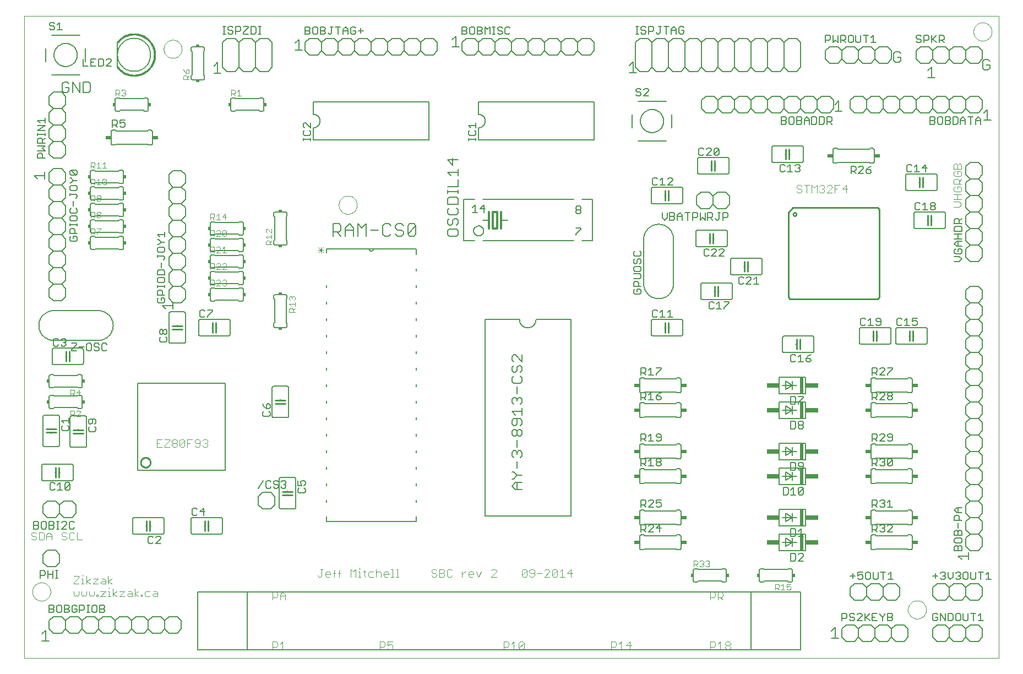
<source format=gto>
G75*
%MOIN*%
%OFA0B0*%
%FSLAX24Y24*%
%IPPOS*%
%LPD*%
%AMOC8*
5,1,8,0,0,1.08239X$1,22.5*
%
%ADD10C,0.0000*%
%ADD11C,0.0060*%
%ADD12C,0.0040*%
%ADD13C,0.0050*%
%ADD14C,0.0120*%
%ADD15C,0.0070*%
%ADD16C,0.0080*%
%ADD17R,0.0150X0.0200*%
%ADD18C,0.0100*%
%ADD19C,0.0010*%
%ADD20R,0.0340X0.0240*%
%ADD21R,0.0200X0.0150*%
%ADD22C,0.0030*%
%ADD23R,0.0200X0.1000*%
%ADD24R,0.0750X0.0300*%
D10*
X000180Y000180D02*
X000180Y039050D01*
X059172Y039050D01*
X059172Y000180D01*
X000180Y000180D01*
X000667Y004193D02*
X000669Y004240D01*
X000675Y004286D01*
X000685Y004332D01*
X000698Y004377D01*
X000716Y004420D01*
X000737Y004462D01*
X000761Y004502D01*
X000789Y004539D01*
X000820Y004574D01*
X000854Y004607D01*
X000890Y004636D01*
X000929Y004662D01*
X000970Y004685D01*
X001013Y004704D01*
X001057Y004720D01*
X001102Y004732D01*
X001148Y004740D01*
X001195Y004744D01*
X001241Y004744D01*
X001288Y004740D01*
X001334Y004732D01*
X001379Y004720D01*
X001423Y004704D01*
X001466Y004685D01*
X001507Y004662D01*
X001546Y004636D01*
X001582Y004607D01*
X001616Y004574D01*
X001647Y004539D01*
X001675Y004502D01*
X001699Y004462D01*
X001720Y004420D01*
X001738Y004377D01*
X001751Y004332D01*
X001761Y004286D01*
X001767Y004240D01*
X001769Y004193D01*
X001767Y004146D01*
X001761Y004100D01*
X001751Y004054D01*
X001738Y004009D01*
X001720Y003966D01*
X001699Y003924D01*
X001675Y003884D01*
X001647Y003847D01*
X001616Y003812D01*
X001582Y003779D01*
X001546Y003750D01*
X001507Y003724D01*
X001466Y003701D01*
X001423Y003682D01*
X001379Y003666D01*
X001334Y003654D01*
X001288Y003646D01*
X001241Y003642D01*
X001195Y003642D01*
X001148Y003646D01*
X001102Y003654D01*
X001057Y003666D01*
X001013Y003682D01*
X000970Y003701D01*
X000929Y003724D01*
X000890Y003750D01*
X000854Y003779D01*
X000820Y003812D01*
X000789Y003847D01*
X000761Y003884D01*
X000737Y003924D01*
X000716Y003966D01*
X000698Y004009D01*
X000685Y004054D01*
X000675Y004100D01*
X000669Y004146D01*
X000667Y004193D01*
X019217Y027605D02*
X019219Y027652D01*
X019225Y027698D01*
X019235Y027744D01*
X019248Y027789D01*
X019266Y027832D01*
X019287Y027874D01*
X019311Y027914D01*
X019339Y027951D01*
X019370Y027986D01*
X019404Y028019D01*
X019440Y028048D01*
X019479Y028074D01*
X019520Y028097D01*
X019563Y028116D01*
X019607Y028132D01*
X019652Y028144D01*
X019698Y028152D01*
X019745Y028156D01*
X019791Y028156D01*
X019838Y028152D01*
X019884Y028144D01*
X019929Y028132D01*
X019973Y028116D01*
X020016Y028097D01*
X020057Y028074D01*
X020096Y028048D01*
X020132Y028019D01*
X020166Y027986D01*
X020197Y027951D01*
X020225Y027914D01*
X020249Y027874D01*
X020270Y027832D01*
X020288Y027789D01*
X020301Y027744D01*
X020311Y027698D01*
X020317Y027652D01*
X020319Y027605D01*
X020317Y027558D01*
X020311Y027512D01*
X020301Y027466D01*
X020288Y027421D01*
X020270Y027378D01*
X020249Y027336D01*
X020225Y027296D01*
X020197Y027259D01*
X020166Y027224D01*
X020132Y027191D01*
X020096Y027162D01*
X020057Y027136D01*
X020016Y027113D01*
X019973Y027094D01*
X019929Y027078D01*
X019884Y027066D01*
X019838Y027058D01*
X019791Y027054D01*
X019745Y027054D01*
X019698Y027058D01*
X019652Y027066D01*
X019607Y027078D01*
X019563Y027094D01*
X019520Y027113D01*
X019479Y027136D01*
X019440Y027162D01*
X019404Y027191D01*
X019370Y027224D01*
X019339Y027259D01*
X019311Y027296D01*
X019287Y027336D01*
X019266Y027378D01*
X019248Y027421D01*
X019235Y027466D01*
X019225Y027512D01*
X019219Y027558D01*
X019217Y027605D01*
X008617Y037043D02*
X008619Y037090D01*
X008625Y037136D01*
X008635Y037182D01*
X008648Y037227D01*
X008666Y037270D01*
X008687Y037312D01*
X008711Y037352D01*
X008739Y037389D01*
X008770Y037424D01*
X008804Y037457D01*
X008840Y037486D01*
X008879Y037512D01*
X008920Y037535D01*
X008963Y037554D01*
X009007Y037570D01*
X009052Y037582D01*
X009098Y037590D01*
X009145Y037594D01*
X009191Y037594D01*
X009238Y037590D01*
X009284Y037582D01*
X009329Y037570D01*
X009373Y037554D01*
X009416Y037535D01*
X009457Y037512D01*
X009496Y037486D01*
X009532Y037457D01*
X009566Y037424D01*
X009597Y037389D01*
X009625Y037352D01*
X009649Y037312D01*
X009670Y037270D01*
X009688Y037227D01*
X009701Y037182D01*
X009711Y037136D01*
X009717Y037090D01*
X009719Y037043D01*
X009717Y036996D01*
X009711Y036950D01*
X009701Y036904D01*
X009688Y036859D01*
X009670Y036816D01*
X009649Y036774D01*
X009625Y036734D01*
X009597Y036697D01*
X009566Y036662D01*
X009532Y036629D01*
X009496Y036600D01*
X009457Y036574D01*
X009416Y036551D01*
X009373Y036532D01*
X009329Y036516D01*
X009284Y036504D01*
X009238Y036496D01*
X009191Y036492D01*
X009145Y036492D01*
X009098Y036496D01*
X009052Y036504D01*
X009007Y036516D01*
X008963Y036532D01*
X008920Y036551D01*
X008879Y036574D01*
X008840Y036600D01*
X008804Y036629D01*
X008770Y036662D01*
X008739Y036697D01*
X008711Y036734D01*
X008687Y036774D01*
X008666Y036816D01*
X008648Y036859D01*
X008635Y036904D01*
X008625Y036950D01*
X008619Y036996D01*
X008617Y037043D01*
X057642Y038093D02*
X057644Y038140D01*
X057650Y038186D01*
X057660Y038232D01*
X057673Y038277D01*
X057691Y038320D01*
X057712Y038362D01*
X057736Y038402D01*
X057764Y038439D01*
X057795Y038474D01*
X057829Y038507D01*
X057865Y038536D01*
X057904Y038562D01*
X057945Y038585D01*
X057988Y038604D01*
X058032Y038620D01*
X058077Y038632D01*
X058123Y038640D01*
X058170Y038644D01*
X058216Y038644D01*
X058263Y038640D01*
X058309Y038632D01*
X058354Y038620D01*
X058398Y038604D01*
X058441Y038585D01*
X058482Y038562D01*
X058521Y038536D01*
X058557Y038507D01*
X058591Y038474D01*
X058622Y038439D01*
X058650Y038402D01*
X058674Y038362D01*
X058695Y038320D01*
X058713Y038277D01*
X058726Y038232D01*
X058736Y038186D01*
X058742Y038140D01*
X058744Y038093D01*
X058742Y038046D01*
X058736Y038000D01*
X058726Y037954D01*
X058713Y037909D01*
X058695Y037866D01*
X058674Y037824D01*
X058650Y037784D01*
X058622Y037747D01*
X058591Y037712D01*
X058557Y037679D01*
X058521Y037650D01*
X058482Y037624D01*
X058441Y037601D01*
X058398Y037582D01*
X058354Y037566D01*
X058309Y037554D01*
X058263Y037546D01*
X058216Y037542D01*
X058170Y037542D01*
X058123Y037546D01*
X058077Y037554D01*
X058032Y037566D01*
X057988Y037582D01*
X057945Y037601D01*
X057904Y037624D01*
X057865Y037650D01*
X057829Y037679D01*
X057795Y037712D01*
X057764Y037747D01*
X057736Y037784D01*
X057712Y037824D01*
X057691Y037866D01*
X057673Y037909D01*
X057660Y037954D01*
X057650Y038000D01*
X057644Y038046D01*
X057642Y038093D01*
X053679Y003105D02*
X053681Y003152D01*
X053687Y003198D01*
X053697Y003244D01*
X053710Y003289D01*
X053728Y003332D01*
X053749Y003374D01*
X053773Y003414D01*
X053801Y003451D01*
X053832Y003486D01*
X053866Y003519D01*
X053902Y003548D01*
X053941Y003574D01*
X053982Y003597D01*
X054025Y003616D01*
X054069Y003632D01*
X054114Y003644D01*
X054160Y003652D01*
X054207Y003656D01*
X054253Y003656D01*
X054300Y003652D01*
X054346Y003644D01*
X054391Y003632D01*
X054435Y003616D01*
X054478Y003597D01*
X054519Y003574D01*
X054558Y003548D01*
X054594Y003519D01*
X054628Y003486D01*
X054659Y003451D01*
X054687Y003414D01*
X054711Y003374D01*
X054732Y003332D01*
X054750Y003289D01*
X054763Y003244D01*
X054773Y003198D01*
X054779Y003152D01*
X054781Y003105D01*
X054779Y003058D01*
X054773Y003012D01*
X054763Y002966D01*
X054750Y002921D01*
X054732Y002878D01*
X054711Y002836D01*
X054687Y002796D01*
X054659Y002759D01*
X054628Y002724D01*
X054594Y002691D01*
X054558Y002662D01*
X054519Y002636D01*
X054478Y002613D01*
X054435Y002594D01*
X054391Y002578D01*
X054346Y002566D01*
X054300Y002558D01*
X054253Y002554D01*
X054207Y002554D01*
X054160Y002558D01*
X054114Y002566D01*
X054069Y002578D01*
X054025Y002594D01*
X053982Y002613D01*
X053941Y002636D01*
X053902Y002662D01*
X053866Y002691D01*
X053832Y002724D01*
X053801Y002759D01*
X053773Y002796D01*
X053749Y002836D01*
X053728Y002878D01*
X053710Y002921D01*
X053697Y002966D01*
X053687Y003012D01*
X053681Y003058D01*
X053679Y003105D01*
D11*
X052930Y003680D02*
X052430Y003680D01*
X052180Y003930D01*
X051930Y003680D01*
X051430Y003680D01*
X051180Y003930D01*
X050930Y003680D01*
X050430Y003680D01*
X050180Y003930D01*
X050180Y004430D01*
X050430Y004680D01*
X050930Y004680D01*
X051180Y004430D01*
X051430Y004680D01*
X051930Y004680D01*
X052180Y004430D01*
X052430Y004680D01*
X052930Y004680D01*
X053180Y004430D01*
X053180Y003930D01*
X052930Y003680D01*
X052180Y003930D02*
X052180Y004430D01*
X051180Y004430D02*
X051180Y003930D01*
X050930Y002180D02*
X051430Y002180D01*
X051680Y001930D01*
X051680Y001430D01*
X051430Y001180D01*
X050930Y001180D01*
X050680Y001430D01*
X050430Y001180D01*
X049930Y001180D01*
X049680Y001430D01*
X049680Y001930D01*
X049930Y002180D01*
X050430Y002180D01*
X050680Y001930D01*
X050930Y002180D01*
X050680Y001930D02*
X050680Y001430D01*
X051680Y001430D02*
X051930Y001180D01*
X052430Y001180D01*
X052680Y001430D01*
X052930Y001180D01*
X053430Y001180D01*
X053680Y001430D01*
X053680Y001930D01*
X053430Y002180D01*
X052930Y002180D01*
X052680Y001930D01*
X052680Y001430D01*
X052680Y001930D02*
X052430Y002180D01*
X051930Y002180D01*
X051680Y001930D01*
X049475Y001385D02*
X049048Y001385D01*
X049261Y001385D02*
X049261Y002026D01*
X049048Y001812D01*
X046580Y004780D02*
X046430Y004780D01*
X046380Y004830D01*
X044980Y004830D01*
X044930Y004780D01*
X044780Y004780D01*
X044763Y004782D01*
X044746Y004786D01*
X044730Y004793D01*
X044716Y004803D01*
X044703Y004816D01*
X044693Y004830D01*
X044686Y004846D01*
X044682Y004863D01*
X044680Y004880D01*
X044680Y005480D01*
X044682Y005497D01*
X044686Y005514D01*
X044693Y005530D01*
X044703Y005544D01*
X044716Y005557D01*
X044730Y005567D01*
X044746Y005574D01*
X044763Y005578D01*
X044780Y005580D01*
X044930Y005580D01*
X044980Y005530D01*
X046380Y005530D01*
X046430Y005580D01*
X046580Y005580D01*
X046597Y005578D01*
X046614Y005574D01*
X046630Y005567D01*
X046644Y005557D01*
X046657Y005544D01*
X046667Y005530D01*
X046674Y005514D01*
X046678Y005497D01*
X046680Y005480D01*
X046680Y004880D01*
X046678Y004863D01*
X046674Y004846D01*
X046667Y004830D01*
X046657Y004816D01*
X046644Y004803D01*
X046630Y004793D01*
X046614Y004786D01*
X046597Y004782D01*
X046580Y004780D01*
X045880Y006680D02*
X047480Y006680D01*
X047480Y007680D01*
X045880Y007680D01*
X045880Y006680D01*
X046280Y006930D02*
X046680Y007180D01*
X046680Y007430D01*
X046680Y007180D02*
X046680Y006930D01*
X046680Y007180D02*
X046080Y007180D01*
X046280Y007430D02*
X046680Y007180D01*
X046930Y007180D01*
X046280Y006930D02*
X046280Y007430D01*
X045880Y008180D02*
X047480Y008180D01*
X047480Y009180D01*
X045880Y009180D01*
X045880Y008180D01*
X046280Y008430D02*
X046680Y008680D01*
X046680Y008930D01*
X046680Y008680D02*
X046680Y008430D01*
X046680Y008680D02*
X046080Y008680D01*
X046280Y008930D02*
X046680Y008680D01*
X046930Y008680D01*
X046280Y008430D02*
X046280Y008930D01*
X045880Y010680D02*
X047480Y010680D01*
X047480Y011680D01*
X045880Y011680D01*
X045880Y010680D01*
X046280Y010930D02*
X046680Y011180D01*
X046680Y011430D01*
X046680Y011180D02*
X046080Y011180D01*
X046280Y010930D02*
X046280Y011430D01*
X046680Y011180D01*
X046680Y010930D01*
X046680Y011180D02*
X046930Y011180D01*
X047480Y012180D02*
X045880Y012180D01*
X045880Y013180D01*
X047480Y013180D01*
X047480Y012180D01*
X046680Y012430D02*
X046680Y012680D01*
X046680Y012930D01*
X046680Y012680D02*
X046280Y012430D01*
X046280Y012930D01*
X046680Y012680D01*
X046080Y012680D01*
X046680Y012680D02*
X046930Y012680D01*
X047480Y014680D02*
X045880Y014680D01*
X045880Y015680D01*
X047480Y015680D01*
X047480Y014680D01*
X046930Y015180D02*
X046680Y015180D01*
X046680Y015430D01*
X046680Y015180D02*
X046080Y015180D01*
X046280Y014930D02*
X046680Y015180D01*
X046680Y014930D01*
X046680Y015180D02*
X046280Y015430D01*
X046280Y014930D01*
X045880Y016180D02*
X047480Y016180D01*
X047480Y017180D01*
X045880Y017180D01*
X045880Y016180D01*
X046280Y016430D02*
X046680Y016680D01*
X046680Y016930D01*
X046680Y016680D02*
X046080Y016680D01*
X046280Y016430D02*
X046280Y016930D01*
X046680Y016680D01*
X046680Y016430D01*
X046680Y016680D02*
X046930Y016680D01*
X046180Y018668D02*
X047880Y018668D01*
X047897Y018670D01*
X047914Y018674D01*
X047930Y018681D01*
X047944Y018691D01*
X047957Y018704D01*
X047967Y018718D01*
X047974Y018734D01*
X047978Y018751D01*
X047980Y018768D01*
X047980Y019568D01*
X047978Y019585D01*
X047974Y019602D01*
X047967Y019618D01*
X047957Y019632D01*
X047944Y019645D01*
X047930Y019655D01*
X047914Y019662D01*
X047897Y019666D01*
X047880Y019668D01*
X046180Y019668D01*
X046163Y019666D01*
X046146Y019662D01*
X046130Y019655D01*
X046116Y019645D01*
X046103Y019632D01*
X046093Y019618D01*
X046086Y019602D01*
X046082Y019585D01*
X046080Y019568D01*
X046080Y018768D01*
X046082Y018751D01*
X046086Y018734D01*
X046093Y018718D01*
X046103Y018704D01*
X046116Y018691D01*
X046130Y018681D01*
X046146Y018674D01*
X046163Y018670D01*
X046180Y018668D01*
X046880Y019168D02*
X046930Y019168D01*
X047130Y019168D02*
X047180Y019168D01*
X050730Y019280D02*
X050730Y020080D01*
X050732Y020097D01*
X050736Y020114D01*
X050743Y020130D01*
X050753Y020144D01*
X050766Y020157D01*
X050780Y020167D01*
X050796Y020174D01*
X050813Y020178D01*
X050830Y020180D01*
X052530Y020180D01*
X052547Y020178D01*
X052564Y020174D01*
X052580Y020167D01*
X052594Y020157D01*
X052607Y020144D01*
X052617Y020130D01*
X052624Y020114D01*
X052628Y020097D01*
X052630Y020080D01*
X052630Y019280D01*
X052628Y019263D01*
X052624Y019246D01*
X052617Y019230D01*
X052607Y019216D01*
X052594Y019203D01*
X052580Y019193D01*
X052564Y019186D01*
X052547Y019182D01*
X052530Y019180D01*
X050830Y019180D01*
X050813Y019182D01*
X050796Y019186D01*
X050780Y019193D01*
X050766Y019203D01*
X050753Y019216D01*
X050743Y019230D01*
X050736Y019246D01*
X050732Y019263D01*
X050730Y019280D01*
X051530Y019680D02*
X051580Y019680D01*
X051780Y019680D02*
X051830Y019680D01*
X052930Y020080D02*
X052930Y019280D01*
X052932Y019263D01*
X052936Y019246D01*
X052943Y019230D01*
X052953Y019216D01*
X052966Y019203D01*
X052980Y019193D01*
X052996Y019186D01*
X053013Y019182D01*
X053030Y019180D01*
X054730Y019180D01*
X054747Y019182D01*
X054764Y019186D01*
X054780Y019193D01*
X054794Y019203D01*
X054807Y019216D01*
X054817Y019230D01*
X054824Y019246D01*
X054828Y019263D01*
X054830Y019280D01*
X054830Y020080D01*
X054828Y020097D01*
X054824Y020114D01*
X054817Y020130D01*
X054807Y020144D01*
X054794Y020157D01*
X054780Y020167D01*
X054764Y020174D01*
X054747Y020178D01*
X054730Y020180D01*
X053030Y020180D01*
X053013Y020178D01*
X052996Y020174D01*
X052980Y020167D01*
X052966Y020157D01*
X052953Y020144D01*
X052943Y020130D01*
X052936Y020114D01*
X052932Y020097D01*
X052930Y020080D01*
X053730Y019680D02*
X053780Y019680D01*
X053980Y019680D02*
X054030Y019680D01*
X057180Y019430D02*
X057180Y018930D01*
X057430Y018680D01*
X057930Y018680D01*
X058180Y018930D01*
X058180Y019430D01*
X057930Y019680D01*
X058180Y019930D01*
X058180Y020430D01*
X057930Y020680D01*
X057430Y020680D01*
X057180Y020430D01*
X057180Y019930D01*
X057430Y019680D01*
X057930Y019680D01*
X057430Y019680D02*
X057180Y019430D01*
X057430Y018680D02*
X057180Y018430D01*
X057180Y017930D01*
X057430Y017680D01*
X057930Y017680D01*
X058180Y017430D01*
X058180Y016930D01*
X057930Y016680D01*
X058180Y016430D01*
X058180Y015930D01*
X057930Y015680D01*
X058180Y015430D01*
X058180Y014930D01*
X057930Y014680D01*
X058180Y014430D01*
X058180Y013930D01*
X057930Y013680D01*
X058180Y013430D01*
X058180Y012930D01*
X057930Y012680D01*
X058180Y012430D01*
X058180Y011930D01*
X057930Y011680D01*
X058180Y011430D01*
X058180Y010930D01*
X057930Y010680D01*
X058180Y010430D01*
X058180Y009930D01*
X057930Y009680D01*
X058180Y009430D01*
X058180Y008930D01*
X057930Y008680D01*
X058180Y008430D01*
X058180Y007930D01*
X057930Y007680D01*
X058180Y007430D01*
X058180Y006930D01*
X057930Y006680D01*
X057430Y006680D01*
X057180Y006930D01*
X057180Y007430D01*
X057430Y007680D01*
X057180Y007930D01*
X057180Y008430D01*
X057430Y008680D01*
X057930Y008680D01*
X057430Y008680D02*
X057180Y008930D01*
X057180Y009430D01*
X057430Y009680D01*
X057180Y009930D01*
X057180Y010430D01*
X057430Y010680D01*
X057180Y010930D01*
X057180Y011430D01*
X057430Y011680D01*
X057930Y011680D01*
X057430Y011680D02*
X057180Y011930D01*
X057180Y012430D01*
X057430Y012680D01*
X057180Y012930D01*
X057180Y013430D01*
X057430Y013680D01*
X057180Y013930D01*
X057180Y014430D01*
X057430Y014680D01*
X057930Y014680D01*
X057430Y014680D02*
X057180Y014930D01*
X057180Y015430D01*
X057430Y015680D01*
X057180Y015930D01*
X057180Y016430D01*
X057430Y016680D01*
X057180Y016930D01*
X057180Y017430D01*
X057430Y017680D01*
X057930Y017680D02*
X058180Y017930D01*
X058180Y018430D01*
X057930Y018680D01*
X057930Y016680D02*
X057430Y016680D01*
X057430Y015680D02*
X057930Y015680D01*
X057930Y013680D02*
X057430Y013680D01*
X057430Y012680D02*
X057930Y012680D01*
X057930Y010680D02*
X057430Y010680D01*
X057430Y009680D02*
X057930Y009680D01*
X057930Y007680D02*
X057430Y007680D01*
X057350Y006562D02*
X057350Y006135D01*
X057350Y006349D02*
X056709Y006349D01*
X056923Y006135D01*
X056930Y004680D02*
X057180Y004430D01*
X057430Y004680D01*
X057930Y004680D01*
X058180Y004430D01*
X058180Y003930D01*
X057930Y003680D01*
X057430Y003680D01*
X057180Y003930D01*
X056930Y003680D01*
X056430Y003680D01*
X056180Y003930D01*
X055930Y003680D01*
X055430Y003680D01*
X055180Y003930D01*
X055180Y004430D01*
X055430Y004680D01*
X055930Y004680D01*
X056180Y004430D01*
X056430Y004680D01*
X056930Y004680D01*
X057180Y004430D02*
X057180Y003930D01*
X056180Y003930D02*
X056180Y004430D01*
X055930Y002180D02*
X055430Y002180D01*
X055180Y001930D01*
X055180Y001430D01*
X055430Y001180D01*
X055930Y001180D01*
X056180Y001430D01*
X056430Y001180D01*
X056930Y001180D01*
X057180Y001430D01*
X057430Y001180D01*
X057930Y001180D01*
X058180Y001430D01*
X058180Y001930D01*
X057930Y002180D01*
X057430Y002180D01*
X057180Y001930D01*
X057180Y001430D01*
X057180Y001930D02*
X056930Y002180D01*
X056430Y002180D01*
X056180Y001930D01*
X056180Y001430D01*
X056180Y001930D02*
X055930Y002180D01*
X053830Y006730D02*
X053680Y006730D01*
X053630Y006780D01*
X051730Y006780D01*
X051680Y006730D01*
X051530Y006730D01*
X051513Y006732D01*
X051496Y006736D01*
X051480Y006743D01*
X051466Y006753D01*
X051453Y006766D01*
X051443Y006780D01*
X051436Y006796D01*
X051432Y006813D01*
X051430Y006830D01*
X051430Y007530D01*
X051432Y007547D01*
X051436Y007564D01*
X051443Y007580D01*
X051453Y007594D01*
X051466Y007607D01*
X051480Y007617D01*
X051496Y007624D01*
X051513Y007628D01*
X051530Y007630D01*
X051680Y007630D01*
X051730Y007580D01*
X053630Y007580D01*
X053680Y007630D01*
X053830Y007630D01*
X053847Y007628D01*
X053864Y007624D01*
X053880Y007617D01*
X053894Y007607D01*
X053907Y007594D01*
X053917Y007580D01*
X053924Y007564D01*
X053928Y007547D01*
X053930Y007530D01*
X053930Y006830D01*
X053928Y006813D01*
X053924Y006796D01*
X053917Y006780D01*
X053907Y006766D01*
X053894Y006753D01*
X053880Y006743D01*
X053864Y006736D01*
X053847Y006732D01*
X053830Y006730D01*
X053830Y008230D02*
X053680Y008230D01*
X053630Y008280D01*
X051730Y008280D01*
X051680Y008230D01*
X051530Y008230D01*
X051513Y008232D01*
X051496Y008236D01*
X051480Y008243D01*
X051466Y008253D01*
X051453Y008266D01*
X051443Y008280D01*
X051436Y008296D01*
X051432Y008313D01*
X051430Y008330D01*
X051430Y009030D01*
X051432Y009047D01*
X051436Y009064D01*
X051443Y009080D01*
X051453Y009094D01*
X051466Y009107D01*
X051480Y009117D01*
X051496Y009124D01*
X051513Y009128D01*
X051530Y009130D01*
X051680Y009130D01*
X051730Y009080D01*
X053630Y009080D01*
X053680Y009130D01*
X053830Y009130D01*
X053847Y009128D01*
X053864Y009124D01*
X053880Y009117D01*
X053894Y009107D01*
X053907Y009094D01*
X053917Y009080D01*
X053924Y009064D01*
X053928Y009047D01*
X053930Y009030D01*
X053930Y008330D01*
X053928Y008313D01*
X053924Y008296D01*
X053917Y008280D01*
X053907Y008266D01*
X053894Y008253D01*
X053880Y008243D01*
X053864Y008236D01*
X053847Y008232D01*
X053830Y008230D01*
X053830Y010730D02*
X053680Y010730D01*
X053630Y010780D01*
X051730Y010780D01*
X051680Y010730D01*
X051530Y010730D01*
X051513Y010732D01*
X051496Y010736D01*
X051480Y010743D01*
X051466Y010753D01*
X051453Y010766D01*
X051443Y010780D01*
X051436Y010796D01*
X051432Y010813D01*
X051430Y010830D01*
X051430Y011530D01*
X051432Y011547D01*
X051436Y011564D01*
X051443Y011580D01*
X051453Y011594D01*
X051466Y011607D01*
X051480Y011617D01*
X051496Y011624D01*
X051513Y011628D01*
X051530Y011630D01*
X051680Y011630D01*
X051730Y011580D01*
X053630Y011580D01*
X053680Y011630D01*
X053830Y011630D01*
X053847Y011628D01*
X053864Y011624D01*
X053880Y011617D01*
X053894Y011607D01*
X053907Y011594D01*
X053917Y011580D01*
X053924Y011564D01*
X053928Y011547D01*
X053930Y011530D01*
X053930Y010830D01*
X053928Y010813D01*
X053924Y010796D01*
X053917Y010780D01*
X053907Y010766D01*
X053894Y010753D01*
X053880Y010743D01*
X053864Y010736D01*
X053847Y010732D01*
X053830Y010730D01*
X053830Y012230D02*
X053680Y012230D01*
X053630Y012280D01*
X051730Y012280D01*
X051680Y012230D01*
X051530Y012230D01*
X051513Y012232D01*
X051496Y012236D01*
X051480Y012243D01*
X051466Y012253D01*
X051453Y012266D01*
X051443Y012280D01*
X051436Y012296D01*
X051432Y012313D01*
X051430Y012330D01*
X051430Y013030D01*
X051432Y013047D01*
X051436Y013064D01*
X051443Y013080D01*
X051453Y013094D01*
X051466Y013107D01*
X051480Y013117D01*
X051496Y013124D01*
X051513Y013128D01*
X051530Y013130D01*
X051680Y013130D01*
X051730Y013080D01*
X053630Y013080D01*
X053680Y013130D01*
X053830Y013130D01*
X053847Y013128D01*
X053864Y013124D01*
X053880Y013117D01*
X053894Y013107D01*
X053907Y013094D01*
X053917Y013080D01*
X053924Y013064D01*
X053928Y013047D01*
X053930Y013030D01*
X053930Y012330D01*
X053928Y012313D01*
X053924Y012296D01*
X053917Y012280D01*
X053907Y012266D01*
X053894Y012253D01*
X053880Y012243D01*
X053864Y012236D01*
X053847Y012232D01*
X053830Y012230D01*
X053830Y014730D02*
X053680Y014730D01*
X053630Y014780D01*
X051730Y014780D01*
X051680Y014730D01*
X051530Y014730D01*
X051513Y014732D01*
X051496Y014736D01*
X051480Y014743D01*
X051466Y014753D01*
X051453Y014766D01*
X051443Y014780D01*
X051436Y014796D01*
X051432Y014813D01*
X051430Y014830D01*
X051430Y015530D01*
X051432Y015547D01*
X051436Y015564D01*
X051443Y015580D01*
X051453Y015594D01*
X051466Y015607D01*
X051480Y015617D01*
X051496Y015624D01*
X051513Y015628D01*
X051530Y015630D01*
X051680Y015630D01*
X051730Y015580D01*
X053630Y015580D01*
X053680Y015630D01*
X053830Y015630D01*
X053847Y015628D01*
X053864Y015624D01*
X053880Y015617D01*
X053894Y015607D01*
X053907Y015594D01*
X053917Y015580D01*
X053924Y015564D01*
X053928Y015547D01*
X053930Y015530D01*
X053930Y014830D01*
X053928Y014813D01*
X053924Y014796D01*
X053917Y014780D01*
X053907Y014766D01*
X053894Y014753D01*
X053880Y014743D01*
X053864Y014736D01*
X053847Y014732D01*
X053830Y014730D01*
X053830Y016230D02*
X053680Y016230D01*
X053630Y016280D01*
X051730Y016280D01*
X051680Y016230D01*
X051530Y016230D01*
X051513Y016232D01*
X051496Y016236D01*
X051480Y016243D01*
X051466Y016253D01*
X051453Y016266D01*
X051443Y016280D01*
X051436Y016296D01*
X051432Y016313D01*
X051430Y016330D01*
X051430Y017030D01*
X051432Y017047D01*
X051436Y017064D01*
X051443Y017080D01*
X051453Y017094D01*
X051466Y017107D01*
X051480Y017117D01*
X051496Y017124D01*
X051513Y017128D01*
X051530Y017130D01*
X051680Y017130D01*
X051730Y017080D01*
X053630Y017080D01*
X053680Y017130D01*
X053830Y017130D01*
X053847Y017128D01*
X053864Y017124D01*
X053880Y017117D01*
X053894Y017107D01*
X053907Y017094D01*
X053917Y017080D01*
X053924Y017064D01*
X053928Y017047D01*
X053930Y017030D01*
X053930Y016330D01*
X053928Y016313D01*
X053924Y016296D01*
X053917Y016280D01*
X053907Y016266D01*
X053894Y016253D01*
X053880Y016243D01*
X053864Y016236D01*
X053847Y016232D01*
X053830Y016230D01*
X057430Y020680D02*
X057180Y020930D01*
X057180Y021430D01*
X057430Y021680D01*
X057180Y021930D01*
X057180Y022430D01*
X057430Y022680D01*
X057930Y022680D01*
X058180Y022430D01*
X058180Y021930D01*
X057930Y021680D01*
X058180Y021430D01*
X058180Y020930D01*
X057930Y020680D01*
X057930Y021680D02*
X057430Y021680D01*
X057430Y024180D02*
X057180Y024430D01*
X057180Y024930D01*
X057430Y025180D01*
X057180Y025430D01*
X057180Y025930D01*
X057430Y026180D01*
X057930Y026180D01*
X058180Y025930D01*
X058180Y025430D01*
X057930Y025180D01*
X058180Y024930D01*
X058180Y024430D01*
X057930Y024180D01*
X057430Y024180D01*
X057430Y025180D02*
X057930Y025180D01*
X057930Y026180D02*
X058180Y026430D01*
X058180Y026930D01*
X057930Y027180D01*
X058180Y027430D01*
X058180Y027930D01*
X057930Y028180D01*
X058180Y028430D01*
X058180Y028930D01*
X057930Y029180D01*
X058180Y029430D01*
X058180Y029930D01*
X057930Y030180D01*
X057430Y030180D01*
X057180Y029930D01*
X057180Y029430D01*
X057430Y029180D01*
X057930Y029180D01*
X057430Y029180D02*
X057180Y028930D01*
X057180Y028430D01*
X057430Y028180D01*
X057930Y028180D01*
X057430Y028180D02*
X057180Y027930D01*
X057180Y027430D01*
X057430Y027180D01*
X057930Y027180D01*
X057430Y027180D02*
X057180Y026930D01*
X057180Y026430D01*
X057430Y026180D01*
X055930Y026280D02*
X055930Y027080D01*
X055928Y027097D01*
X055924Y027114D01*
X055917Y027130D01*
X055907Y027144D01*
X055894Y027157D01*
X055880Y027167D01*
X055864Y027174D01*
X055847Y027178D01*
X055830Y027180D01*
X054130Y027180D01*
X054113Y027178D01*
X054096Y027174D01*
X054080Y027167D01*
X054066Y027157D01*
X054053Y027144D01*
X054043Y027130D01*
X054036Y027114D01*
X054032Y027097D01*
X054030Y027080D01*
X054030Y026280D01*
X054032Y026263D01*
X054036Y026246D01*
X054043Y026230D01*
X054053Y026216D01*
X054066Y026203D01*
X054080Y026193D01*
X054096Y026186D01*
X054113Y026182D01*
X054130Y026180D01*
X055830Y026180D01*
X055847Y026182D01*
X055864Y026186D01*
X055880Y026193D01*
X055894Y026203D01*
X055907Y026216D01*
X055917Y026230D01*
X055924Y026246D01*
X055928Y026263D01*
X055930Y026280D01*
X055130Y026680D02*
X055080Y026680D01*
X054880Y026680D02*
X054830Y026680D01*
X055330Y028480D02*
X053630Y028480D01*
X053613Y028482D01*
X053596Y028486D01*
X053580Y028493D01*
X053566Y028503D01*
X053553Y028516D01*
X053543Y028530D01*
X053536Y028546D01*
X053532Y028563D01*
X053530Y028580D01*
X053530Y029380D01*
X053532Y029397D01*
X053536Y029414D01*
X053543Y029430D01*
X053553Y029444D01*
X053566Y029457D01*
X053580Y029467D01*
X053596Y029474D01*
X053613Y029478D01*
X053630Y029480D01*
X055330Y029480D01*
X055347Y029478D01*
X055364Y029474D01*
X055380Y029467D01*
X055394Y029457D01*
X055407Y029444D01*
X055417Y029430D01*
X055424Y029414D01*
X055428Y029397D01*
X055430Y029380D01*
X055430Y028580D01*
X055428Y028563D01*
X055424Y028546D01*
X055417Y028530D01*
X055407Y028516D01*
X055394Y028503D01*
X055380Y028493D01*
X055364Y028486D01*
X055347Y028482D01*
X055330Y028480D01*
X054630Y028980D02*
X054580Y028980D01*
X054380Y028980D02*
X054330Y028980D01*
X051630Y030230D02*
X051630Y030930D01*
X051628Y030947D01*
X051624Y030964D01*
X051617Y030980D01*
X051607Y030994D01*
X051594Y031007D01*
X051580Y031017D01*
X051564Y031024D01*
X051547Y031028D01*
X051530Y031030D01*
X051380Y031030D01*
X051330Y030980D01*
X049430Y030980D01*
X049380Y031030D01*
X049230Y031030D01*
X049213Y031028D01*
X049196Y031024D01*
X049180Y031017D01*
X049166Y031007D01*
X049153Y030994D01*
X049143Y030980D01*
X049136Y030964D01*
X049132Y030947D01*
X049130Y030930D01*
X049130Y030230D01*
X049132Y030213D01*
X049136Y030196D01*
X049143Y030180D01*
X049153Y030166D01*
X049166Y030153D01*
X049180Y030143D01*
X049196Y030136D01*
X049213Y030132D01*
X049230Y030130D01*
X049380Y030130D01*
X049430Y030180D01*
X051330Y030180D01*
X051380Y030130D01*
X051530Y030130D01*
X051547Y030132D01*
X051564Y030136D01*
X051580Y030143D01*
X051594Y030153D01*
X051607Y030166D01*
X051617Y030180D01*
X051624Y030196D01*
X051628Y030213D01*
X051630Y030230D01*
X047330Y030280D02*
X047330Y031080D01*
X047328Y031097D01*
X047324Y031114D01*
X047317Y031130D01*
X047307Y031144D01*
X047294Y031157D01*
X047280Y031167D01*
X047264Y031174D01*
X047247Y031178D01*
X047230Y031180D01*
X045530Y031180D01*
X045513Y031178D01*
X045496Y031174D01*
X045480Y031167D01*
X045466Y031157D01*
X045453Y031144D01*
X045443Y031130D01*
X045436Y031114D01*
X045432Y031097D01*
X045430Y031080D01*
X045430Y030280D01*
X045432Y030263D01*
X045436Y030246D01*
X045443Y030230D01*
X045453Y030216D01*
X045466Y030203D01*
X045480Y030193D01*
X045496Y030186D01*
X045513Y030182D01*
X045530Y030180D01*
X047230Y030180D01*
X047247Y030182D01*
X047264Y030186D01*
X047280Y030193D01*
X047294Y030203D01*
X047307Y030216D01*
X047317Y030230D01*
X047324Y030246D01*
X047328Y030263D01*
X047330Y030280D01*
X046530Y030680D02*
X046480Y030680D01*
X046280Y030680D02*
X046230Y030680D01*
X042830Y030380D02*
X042830Y029580D01*
X042828Y029563D01*
X042824Y029546D01*
X042817Y029530D01*
X042807Y029516D01*
X042794Y029503D01*
X042780Y029493D01*
X042764Y029486D01*
X042747Y029482D01*
X042730Y029480D01*
X041030Y029480D01*
X041013Y029482D01*
X040996Y029486D01*
X040980Y029493D01*
X040966Y029503D01*
X040953Y029516D01*
X040943Y029530D01*
X040936Y029546D01*
X040932Y029563D01*
X040930Y029580D01*
X040930Y030380D01*
X040932Y030397D01*
X040936Y030414D01*
X040943Y030430D01*
X040953Y030444D01*
X040966Y030457D01*
X040980Y030467D01*
X040996Y030474D01*
X041013Y030478D01*
X041030Y030480D01*
X042730Y030480D01*
X042747Y030478D01*
X042764Y030474D01*
X042780Y030467D01*
X042794Y030457D01*
X042807Y030444D01*
X042817Y030430D01*
X042824Y030414D01*
X042828Y030397D01*
X042830Y030380D01*
X042030Y029980D02*
X041980Y029980D01*
X041780Y029980D02*
X041730Y029980D01*
X041630Y028380D02*
X041130Y028380D01*
X040880Y028130D01*
X040880Y027630D01*
X041130Y027380D01*
X041630Y027380D01*
X041880Y027630D01*
X041880Y028130D01*
X041630Y028380D01*
X041880Y028130D02*
X042130Y028380D01*
X042630Y028380D01*
X042880Y028130D01*
X042880Y027630D01*
X042630Y027380D01*
X042130Y027380D01*
X041880Y027630D01*
X040030Y027780D02*
X040030Y028580D01*
X040028Y028597D01*
X040024Y028614D01*
X040017Y028630D01*
X040007Y028644D01*
X039994Y028657D01*
X039980Y028667D01*
X039964Y028674D01*
X039947Y028678D01*
X039930Y028680D01*
X038230Y028680D01*
X038213Y028678D01*
X038196Y028674D01*
X038180Y028667D01*
X038166Y028657D01*
X038153Y028644D01*
X038143Y028630D01*
X038136Y028614D01*
X038132Y028597D01*
X038130Y028580D01*
X038130Y027780D01*
X038132Y027763D01*
X038136Y027746D01*
X038143Y027730D01*
X038153Y027716D01*
X038166Y027703D01*
X038180Y027693D01*
X038196Y027686D01*
X038213Y027682D01*
X038230Y027680D01*
X039930Y027680D01*
X039947Y027682D01*
X039964Y027686D01*
X039980Y027693D01*
X039994Y027703D01*
X040007Y027716D01*
X040017Y027730D01*
X040024Y027746D01*
X040028Y027763D01*
X040030Y027780D01*
X039230Y028180D02*
X039180Y028180D01*
X038980Y028180D02*
X038930Y028180D01*
X040930Y026080D02*
X042630Y026080D01*
X042647Y026078D01*
X042664Y026074D01*
X042680Y026067D01*
X042694Y026057D01*
X042707Y026044D01*
X042717Y026030D01*
X042724Y026014D01*
X042728Y025997D01*
X042730Y025980D01*
X042730Y025180D01*
X042728Y025163D01*
X042724Y025146D01*
X042717Y025130D01*
X042707Y025116D01*
X042694Y025103D01*
X042680Y025093D01*
X042664Y025086D01*
X042647Y025082D01*
X042630Y025080D01*
X040930Y025080D01*
X040913Y025082D01*
X040896Y025086D01*
X040880Y025093D01*
X040866Y025103D01*
X040853Y025116D01*
X040843Y025130D01*
X040836Y025146D01*
X040832Y025163D01*
X040830Y025180D01*
X040830Y025980D01*
X040832Y025997D01*
X040836Y026014D01*
X040843Y026030D01*
X040853Y026044D01*
X040866Y026057D01*
X040880Y026067D01*
X040896Y026074D01*
X040913Y026078D01*
X040930Y026080D01*
X041630Y025580D02*
X041680Y025580D01*
X041880Y025580D02*
X041930Y025580D01*
X043030Y024380D02*
X044730Y024380D01*
X044747Y024378D01*
X044764Y024374D01*
X044780Y024367D01*
X044794Y024357D01*
X044807Y024344D01*
X044817Y024330D01*
X044824Y024314D01*
X044828Y024297D01*
X044830Y024280D01*
X044830Y023480D01*
X044828Y023463D01*
X044824Y023446D01*
X044817Y023430D01*
X044807Y023416D01*
X044794Y023403D01*
X044780Y023393D01*
X044764Y023386D01*
X044747Y023382D01*
X044730Y023380D01*
X043030Y023380D01*
X043013Y023382D01*
X042996Y023386D01*
X042980Y023393D01*
X042966Y023403D01*
X042953Y023416D01*
X042943Y023430D01*
X042936Y023446D01*
X042932Y023463D01*
X042930Y023480D01*
X042930Y024280D01*
X042932Y024297D01*
X042936Y024314D01*
X042943Y024330D01*
X042953Y024344D01*
X042966Y024357D01*
X042980Y024367D01*
X042996Y024374D01*
X043013Y024378D01*
X043030Y024380D01*
X043730Y023880D02*
X043780Y023880D01*
X043980Y023880D02*
X044030Y023880D01*
X042930Y022880D02*
X041230Y022880D01*
X041213Y022878D01*
X041196Y022874D01*
X041180Y022867D01*
X041166Y022857D01*
X041153Y022844D01*
X041143Y022830D01*
X041136Y022814D01*
X041132Y022797D01*
X041130Y022780D01*
X041130Y021980D01*
X041132Y021963D01*
X041136Y021946D01*
X041143Y021930D01*
X041153Y021916D01*
X041166Y021903D01*
X041180Y021893D01*
X041196Y021886D01*
X041213Y021882D01*
X041230Y021880D01*
X042930Y021880D01*
X042947Y021882D01*
X042964Y021886D01*
X042980Y021893D01*
X042994Y021903D01*
X043007Y021916D01*
X043017Y021930D01*
X043024Y021946D01*
X043028Y021963D01*
X043030Y021980D01*
X043030Y022780D01*
X043028Y022797D01*
X043024Y022814D01*
X043017Y022830D01*
X043007Y022844D01*
X042994Y022857D01*
X042980Y022867D01*
X042964Y022874D01*
X042947Y022878D01*
X042930Y022880D01*
X042230Y022380D02*
X042180Y022380D01*
X041980Y022380D02*
X041930Y022380D01*
X040030Y020580D02*
X040030Y019780D01*
X040028Y019763D01*
X040024Y019746D01*
X040017Y019730D01*
X040007Y019716D01*
X039994Y019703D01*
X039980Y019693D01*
X039964Y019686D01*
X039947Y019682D01*
X039930Y019680D01*
X038230Y019680D01*
X038213Y019682D01*
X038196Y019686D01*
X038180Y019693D01*
X038166Y019703D01*
X038153Y019716D01*
X038143Y019730D01*
X038136Y019746D01*
X038132Y019763D01*
X038130Y019780D01*
X038130Y020580D01*
X038132Y020597D01*
X038136Y020614D01*
X038143Y020630D01*
X038153Y020644D01*
X038166Y020657D01*
X038180Y020667D01*
X038196Y020674D01*
X038213Y020678D01*
X038230Y020680D01*
X039930Y020680D01*
X039947Y020678D01*
X039964Y020674D01*
X039980Y020667D01*
X039994Y020657D01*
X040007Y020644D01*
X040017Y020630D01*
X040024Y020614D01*
X040028Y020597D01*
X040030Y020580D01*
X039230Y020180D02*
X039180Y020180D01*
X038980Y020180D02*
X038930Y020180D01*
X039680Y017130D02*
X039830Y017130D01*
X039847Y017128D01*
X039864Y017124D01*
X039880Y017117D01*
X039894Y017107D01*
X039907Y017094D01*
X039917Y017080D01*
X039924Y017064D01*
X039928Y017047D01*
X039930Y017030D01*
X039930Y016330D01*
X039928Y016313D01*
X039924Y016296D01*
X039917Y016280D01*
X039907Y016266D01*
X039894Y016253D01*
X039880Y016243D01*
X039864Y016236D01*
X039847Y016232D01*
X039830Y016230D01*
X039680Y016230D01*
X039630Y016280D01*
X037730Y016280D01*
X037680Y016230D01*
X037530Y016230D01*
X037513Y016232D01*
X037496Y016236D01*
X037480Y016243D01*
X037466Y016253D01*
X037453Y016266D01*
X037443Y016280D01*
X037436Y016296D01*
X037432Y016313D01*
X037430Y016330D01*
X037430Y017030D01*
X037432Y017047D01*
X037436Y017064D01*
X037443Y017080D01*
X037453Y017094D01*
X037466Y017107D01*
X037480Y017117D01*
X037496Y017124D01*
X037513Y017128D01*
X037530Y017130D01*
X037680Y017130D01*
X037730Y017080D01*
X039630Y017080D01*
X039680Y017130D01*
X039680Y015630D02*
X039830Y015630D01*
X039847Y015628D01*
X039864Y015624D01*
X039880Y015617D01*
X039894Y015607D01*
X039907Y015594D01*
X039917Y015580D01*
X039924Y015564D01*
X039928Y015547D01*
X039930Y015530D01*
X039930Y014830D01*
X039928Y014813D01*
X039924Y014796D01*
X039917Y014780D01*
X039907Y014766D01*
X039894Y014753D01*
X039880Y014743D01*
X039864Y014736D01*
X039847Y014732D01*
X039830Y014730D01*
X039680Y014730D01*
X039630Y014780D01*
X037730Y014780D01*
X037680Y014730D01*
X037530Y014730D01*
X037513Y014732D01*
X037496Y014736D01*
X037480Y014743D01*
X037466Y014753D01*
X037453Y014766D01*
X037443Y014780D01*
X037436Y014796D01*
X037432Y014813D01*
X037430Y014830D01*
X037430Y015530D01*
X037432Y015547D01*
X037436Y015564D01*
X037443Y015580D01*
X037453Y015594D01*
X037466Y015607D01*
X037480Y015617D01*
X037496Y015624D01*
X037513Y015628D01*
X037530Y015630D01*
X037680Y015630D01*
X037730Y015580D01*
X039630Y015580D01*
X039680Y015630D01*
X039680Y013130D02*
X039830Y013130D01*
X039847Y013128D01*
X039864Y013124D01*
X039880Y013117D01*
X039894Y013107D01*
X039907Y013094D01*
X039917Y013080D01*
X039924Y013064D01*
X039928Y013047D01*
X039930Y013030D01*
X039930Y012330D01*
X039928Y012313D01*
X039924Y012296D01*
X039917Y012280D01*
X039907Y012266D01*
X039894Y012253D01*
X039880Y012243D01*
X039864Y012236D01*
X039847Y012232D01*
X039830Y012230D01*
X039680Y012230D01*
X039630Y012280D01*
X037730Y012280D01*
X037680Y012230D01*
X037530Y012230D01*
X037513Y012232D01*
X037496Y012236D01*
X037480Y012243D01*
X037466Y012253D01*
X037453Y012266D01*
X037443Y012280D01*
X037436Y012296D01*
X037432Y012313D01*
X037430Y012330D01*
X037430Y013030D01*
X037432Y013047D01*
X037436Y013064D01*
X037443Y013080D01*
X037453Y013094D01*
X037466Y013107D01*
X037480Y013117D01*
X037496Y013124D01*
X037513Y013128D01*
X037530Y013130D01*
X037680Y013130D01*
X037730Y013080D01*
X039630Y013080D01*
X039680Y013130D01*
X039680Y011630D02*
X039830Y011630D01*
X039847Y011628D01*
X039864Y011624D01*
X039880Y011617D01*
X039894Y011607D01*
X039907Y011594D01*
X039917Y011580D01*
X039924Y011564D01*
X039928Y011547D01*
X039930Y011530D01*
X039930Y010830D01*
X039928Y010813D01*
X039924Y010796D01*
X039917Y010780D01*
X039907Y010766D01*
X039894Y010753D01*
X039880Y010743D01*
X039864Y010736D01*
X039847Y010732D01*
X039830Y010730D01*
X039680Y010730D01*
X039630Y010780D01*
X037730Y010780D01*
X037680Y010730D01*
X037530Y010730D01*
X037513Y010732D01*
X037496Y010736D01*
X037480Y010743D01*
X037466Y010753D01*
X037453Y010766D01*
X037443Y010780D01*
X037436Y010796D01*
X037432Y010813D01*
X037430Y010830D01*
X037430Y011530D01*
X037432Y011547D01*
X037436Y011564D01*
X037443Y011580D01*
X037453Y011594D01*
X037466Y011607D01*
X037480Y011617D01*
X037496Y011624D01*
X037513Y011628D01*
X037530Y011630D01*
X037680Y011630D01*
X037730Y011580D01*
X039630Y011580D01*
X039680Y011630D01*
X039680Y009130D02*
X039830Y009130D01*
X039847Y009128D01*
X039864Y009124D01*
X039880Y009117D01*
X039894Y009107D01*
X039907Y009094D01*
X039917Y009080D01*
X039924Y009064D01*
X039928Y009047D01*
X039930Y009030D01*
X039930Y008330D01*
X039928Y008313D01*
X039924Y008296D01*
X039917Y008280D01*
X039907Y008266D01*
X039894Y008253D01*
X039880Y008243D01*
X039864Y008236D01*
X039847Y008232D01*
X039830Y008230D01*
X039680Y008230D01*
X039630Y008280D01*
X037730Y008280D01*
X037680Y008230D01*
X037530Y008230D01*
X037513Y008232D01*
X037496Y008236D01*
X037480Y008243D01*
X037466Y008253D01*
X037453Y008266D01*
X037443Y008280D01*
X037436Y008296D01*
X037432Y008313D01*
X037430Y008330D01*
X037430Y009030D01*
X037432Y009047D01*
X037436Y009064D01*
X037443Y009080D01*
X037453Y009094D01*
X037466Y009107D01*
X037480Y009117D01*
X037496Y009124D01*
X037513Y009128D01*
X037530Y009130D01*
X037680Y009130D01*
X037730Y009080D01*
X039630Y009080D01*
X039680Y009130D01*
X039680Y007630D02*
X039830Y007630D01*
X039847Y007628D01*
X039864Y007624D01*
X039880Y007617D01*
X039894Y007607D01*
X039907Y007594D01*
X039917Y007580D01*
X039924Y007564D01*
X039928Y007547D01*
X039930Y007530D01*
X039930Y006830D01*
X039928Y006813D01*
X039924Y006796D01*
X039917Y006780D01*
X039907Y006766D01*
X039894Y006753D01*
X039880Y006743D01*
X039864Y006736D01*
X039847Y006732D01*
X039830Y006730D01*
X039680Y006730D01*
X039630Y006780D01*
X037730Y006780D01*
X037680Y006730D01*
X037530Y006730D01*
X037513Y006732D01*
X037496Y006736D01*
X037480Y006743D01*
X037466Y006753D01*
X037453Y006766D01*
X037443Y006780D01*
X037436Y006796D01*
X037432Y006813D01*
X037430Y006830D01*
X037430Y007530D01*
X037432Y007547D01*
X037436Y007564D01*
X037443Y007580D01*
X037453Y007594D01*
X037466Y007607D01*
X037480Y007617D01*
X037496Y007624D01*
X037513Y007628D01*
X037530Y007630D01*
X037680Y007630D01*
X037730Y007580D01*
X039630Y007580D01*
X039680Y007630D01*
X040780Y005580D02*
X040930Y005580D01*
X040980Y005530D01*
X042380Y005530D01*
X042430Y005580D01*
X042580Y005580D01*
X042597Y005578D01*
X042614Y005574D01*
X042630Y005567D01*
X042644Y005557D01*
X042657Y005544D01*
X042667Y005530D01*
X042674Y005514D01*
X042678Y005497D01*
X042680Y005480D01*
X042680Y004880D01*
X042678Y004863D01*
X042674Y004846D01*
X042667Y004830D01*
X042657Y004816D01*
X042644Y004803D01*
X042630Y004793D01*
X042614Y004786D01*
X042597Y004782D01*
X042580Y004780D01*
X042430Y004780D01*
X042380Y004830D01*
X040980Y004830D01*
X040930Y004780D01*
X040780Y004780D01*
X040763Y004782D01*
X040746Y004786D01*
X040730Y004793D01*
X040716Y004803D01*
X040703Y004816D01*
X040693Y004830D01*
X040686Y004846D01*
X040682Y004863D01*
X040680Y004880D01*
X040680Y005480D01*
X040682Y005497D01*
X040686Y005514D01*
X040693Y005530D01*
X040703Y005544D01*
X040716Y005557D01*
X040730Y005567D01*
X040746Y005574D01*
X040763Y005578D01*
X040780Y005580D01*
X033255Y008768D02*
X033255Y020668D01*
X031155Y020668D01*
X031153Y020624D01*
X031147Y020581D01*
X031138Y020539D01*
X031125Y020497D01*
X031108Y020457D01*
X031088Y020418D01*
X031065Y020381D01*
X031038Y020347D01*
X031009Y020314D01*
X030976Y020285D01*
X030942Y020258D01*
X030905Y020235D01*
X030866Y020215D01*
X030826Y020198D01*
X030784Y020185D01*
X030742Y020176D01*
X030699Y020170D01*
X030655Y020168D01*
X030611Y020170D01*
X030568Y020176D01*
X030526Y020185D01*
X030484Y020198D01*
X030444Y020215D01*
X030405Y020235D01*
X030368Y020258D01*
X030334Y020285D01*
X030301Y020314D01*
X030272Y020347D01*
X030245Y020381D01*
X030222Y020418D01*
X030202Y020457D01*
X030185Y020497D01*
X030172Y020539D01*
X030163Y020581D01*
X030157Y020624D01*
X030155Y020668D01*
X028055Y020668D01*
X028055Y008768D01*
X033255Y008768D01*
X023900Y008750D02*
X023900Y008430D01*
X018460Y008430D01*
X018460Y008750D01*
X018460Y009610D02*
X018460Y009750D01*
X018460Y010610D02*
X018460Y010750D01*
X018460Y011610D02*
X018460Y011750D01*
X018460Y012610D02*
X018460Y012750D01*
X018460Y013610D02*
X018460Y013750D01*
X018460Y014610D02*
X018460Y014750D01*
X018460Y015610D02*
X018460Y015750D01*
X018460Y016610D02*
X018460Y016750D01*
X018460Y017610D02*
X018460Y017750D01*
X018460Y018610D02*
X018460Y018750D01*
X018460Y019610D02*
X018460Y019750D01*
X018460Y020610D02*
X018460Y020750D01*
X018460Y021610D02*
X018460Y021750D01*
X018460Y022610D02*
X018460Y022750D01*
X016080Y022080D02*
X016080Y021930D01*
X016030Y021880D01*
X016030Y020480D01*
X016080Y020430D01*
X016080Y020280D01*
X016078Y020263D01*
X016074Y020246D01*
X016067Y020230D01*
X016057Y020216D01*
X016044Y020203D01*
X016030Y020193D01*
X016014Y020186D01*
X015997Y020182D01*
X015980Y020180D01*
X015380Y020180D01*
X015363Y020182D01*
X015346Y020186D01*
X015330Y020193D01*
X015316Y020203D01*
X015303Y020216D01*
X015293Y020230D01*
X015286Y020246D01*
X015282Y020263D01*
X015280Y020280D01*
X015280Y020430D01*
X015330Y020480D01*
X015330Y021880D01*
X015280Y021930D01*
X015280Y022080D01*
X015282Y022097D01*
X015286Y022114D01*
X015293Y022130D01*
X015303Y022144D01*
X015316Y022157D01*
X015330Y022167D01*
X015346Y022174D01*
X015363Y022178D01*
X015380Y022180D01*
X015980Y022180D01*
X015997Y022178D01*
X016014Y022174D01*
X016030Y022167D01*
X016044Y022157D01*
X016057Y022144D01*
X016067Y022130D01*
X016074Y022114D01*
X016078Y022097D01*
X016080Y022080D01*
X013430Y021880D02*
X013430Y022480D01*
X013428Y022497D01*
X013424Y022514D01*
X013417Y022530D01*
X013407Y022544D01*
X013394Y022557D01*
X013380Y022567D01*
X013364Y022574D01*
X013347Y022578D01*
X013330Y022580D01*
X013180Y022580D01*
X013130Y022530D01*
X011730Y022530D01*
X011680Y022580D01*
X011530Y022580D01*
X011513Y022578D01*
X011496Y022574D01*
X011480Y022567D01*
X011466Y022557D01*
X011453Y022544D01*
X011443Y022530D01*
X011436Y022514D01*
X011432Y022497D01*
X011430Y022480D01*
X011430Y021880D01*
X011432Y021863D01*
X011436Y021846D01*
X011443Y021830D01*
X011453Y021816D01*
X011466Y021803D01*
X011480Y021793D01*
X011496Y021786D01*
X011513Y021782D01*
X011530Y021780D01*
X011680Y021780D01*
X011730Y021830D01*
X013130Y021830D01*
X013180Y021780D01*
X013330Y021780D01*
X013347Y021782D01*
X013364Y021786D01*
X013380Y021793D01*
X013394Y021803D01*
X013407Y021816D01*
X013417Y021830D01*
X013424Y021846D01*
X013428Y021863D01*
X013430Y021880D01*
X013330Y022780D02*
X013180Y022780D01*
X013130Y022830D01*
X011730Y022830D01*
X011680Y022780D01*
X011530Y022780D01*
X011513Y022782D01*
X011496Y022786D01*
X011480Y022793D01*
X011466Y022803D01*
X011453Y022816D01*
X011443Y022830D01*
X011436Y022846D01*
X011432Y022863D01*
X011430Y022880D01*
X011430Y023480D01*
X011432Y023497D01*
X011436Y023514D01*
X011443Y023530D01*
X011453Y023544D01*
X011466Y023557D01*
X011480Y023567D01*
X011496Y023574D01*
X011513Y023578D01*
X011530Y023580D01*
X011680Y023580D01*
X011730Y023530D01*
X013130Y023530D01*
X013180Y023580D01*
X013330Y023580D01*
X013347Y023578D01*
X013364Y023574D01*
X013380Y023567D01*
X013394Y023557D01*
X013407Y023544D01*
X013417Y023530D01*
X013424Y023514D01*
X013428Y023497D01*
X013430Y023480D01*
X013430Y022880D01*
X013428Y022863D01*
X013424Y022846D01*
X013417Y022830D01*
X013407Y022816D01*
X013394Y022803D01*
X013380Y022793D01*
X013364Y022786D01*
X013347Y022782D01*
X013330Y022780D01*
X013330Y023780D02*
X013180Y023780D01*
X013130Y023830D01*
X011730Y023830D01*
X011680Y023780D01*
X011530Y023780D01*
X011513Y023782D01*
X011496Y023786D01*
X011480Y023793D01*
X011466Y023803D01*
X011453Y023816D01*
X011443Y023830D01*
X011436Y023846D01*
X011432Y023863D01*
X011430Y023880D01*
X011430Y024480D01*
X011432Y024497D01*
X011436Y024514D01*
X011443Y024530D01*
X011453Y024544D01*
X011466Y024557D01*
X011480Y024567D01*
X011496Y024574D01*
X011513Y024578D01*
X011530Y024580D01*
X011680Y024580D01*
X011730Y024530D01*
X013130Y024530D01*
X013180Y024580D01*
X013330Y024580D01*
X013347Y024578D01*
X013364Y024574D01*
X013380Y024567D01*
X013394Y024557D01*
X013407Y024544D01*
X013417Y024530D01*
X013424Y024514D01*
X013428Y024497D01*
X013430Y024480D01*
X013430Y023880D01*
X013428Y023863D01*
X013424Y023846D01*
X013417Y023830D01*
X013407Y023816D01*
X013394Y023803D01*
X013380Y023793D01*
X013364Y023786D01*
X013347Y023782D01*
X013330Y023780D01*
X013330Y024780D02*
X013180Y024780D01*
X013130Y024830D01*
X011730Y024830D01*
X011680Y024780D01*
X011530Y024780D01*
X011513Y024782D01*
X011496Y024786D01*
X011480Y024793D01*
X011466Y024803D01*
X011453Y024816D01*
X011443Y024830D01*
X011436Y024846D01*
X011432Y024863D01*
X011430Y024880D01*
X011430Y025480D01*
X011432Y025497D01*
X011436Y025514D01*
X011443Y025530D01*
X011453Y025544D01*
X011466Y025557D01*
X011480Y025567D01*
X011496Y025574D01*
X011513Y025578D01*
X011530Y025580D01*
X011680Y025580D01*
X011730Y025530D01*
X013130Y025530D01*
X013180Y025580D01*
X013330Y025580D01*
X013347Y025578D01*
X013364Y025574D01*
X013380Y025567D01*
X013394Y025557D01*
X013407Y025544D01*
X013417Y025530D01*
X013424Y025514D01*
X013428Y025497D01*
X013430Y025480D01*
X013430Y024880D01*
X013428Y024863D01*
X013424Y024846D01*
X013417Y024830D01*
X013407Y024816D01*
X013394Y024803D01*
X013380Y024793D01*
X013364Y024786D01*
X013347Y024782D01*
X013330Y024780D01*
X013330Y025780D02*
X013180Y025780D01*
X013130Y025830D01*
X011730Y025830D01*
X011680Y025780D01*
X011530Y025780D01*
X011513Y025782D01*
X011496Y025786D01*
X011480Y025793D01*
X011466Y025803D01*
X011453Y025816D01*
X011443Y025830D01*
X011436Y025846D01*
X011432Y025863D01*
X011430Y025880D01*
X011430Y026480D01*
X011432Y026497D01*
X011436Y026514D01*
X011443Y026530D01*
X011453Y026544D01*
X011466Y026557D01*
X011480Y026567D01*
X011496Y026574D01*
X011513Y026578D01*
X011530Y026580D01*
X011680Y026580D01*
X011730Y026530D01*
X013130Y026530D01*
X013180Y026580D01*
X013330Y026580D01*
X013347Y026578D01*
X013364Y026574D01*
X013380Y026567D01*
X013394Y026557D01*
X013407Y026544D01*
X013417Y026530D01*
X013424Y026514D01*
X013428Y026497D01*
X013430Y026480D01*
X013430Y025880D01*
X013428Y025863D01*
X013424Y025846D01*
X013417Y025830D01*
X013407Y025816D01*
X013394Y025803D01*
X013380Y025793D01*
X013364Y025786D01*
X013347Y025782D01*
X013330Y025780D01*
X015280Y025430D02*
X015330Y025480D01*
X015330Y026880D01*
X015280Y026930D01*
X015280Y027080D01*
X015282Y027097D01*
X015286Y027114D01*
X015293Y027130D01*
X015303Y027144D01*
X015316Y027157D01*
X015330Y027167D01*
X015346Y027174D01*
X015363Y027178D01*
X015380Y027180D01*
X015980Y027180D01*
X015997Y027178D01*
X016014Y027174D01*
X016030Y027167D01*
X016044Y027157D01*
X016057Y027144D01*
X016067Y027130D01*
X016074Y027114D01*
X016078Y027097D01*
X016080Y027080D01*
X016080Y026930D01*
X016030Y026880D01*
X016030Y025480D01*
X016080Y025430D01*
X016080Y025280D01*
X016078Y025263D01*
X016074Y025246D01*
X016067Y025230D01*
X016057Y025216D01*
X016044Y025203D01*
X016030Y025193D01*
X016014Y025186D01*
X015997Y025182D01*
X015980Y025180D01*
X015380Y025180D01*
X015363Y025182D01*
X015346Y025186D01*
X015330Y025193D01*
X015316Y025203D01*
X015303Y025216D01*
X015293Y025230D01*
X015286Y025246D01*
X015282Y025263D01*
X015280Y025280D01*
X015280Y025430D01*
X018460Y024930D02*
X018460Y024700D01*
X018460Y024930D02*
X021060Y024930D01*
X021300Y024930D01*
X023900Y024930D01*
X023900Y024610D01*
X023900Y023750D02*
X023900Y023610D01*
X023900Y022750D02*
X023900Y022610D01*
X023900Y021750D02*
X023900Y021610D01*
X023900Y020750D02*
X023900Y020610D01*
X023900Y019750D02*
X023900Y019610D01*
X023900Y018750D02*
X023900Y018610D01*
X023900Y017750D02*
X023900Y017610D01*
X023900Y016750D02*
X023900Y016610D01*
X023900Y015750D02*
X023900Y015610D01*
X023900Y014750D02*
X023900Y014610D01*
X023900Y013750D02*
X023900Y013610D01*
X023900Y012750D02*
X023900Y012610D01*
X023900Y011750D02*
X023900Y011610D01*
X023900Y010750D02*
X023900Y010610D01*
X023900Y009750D02*
X023900Y009610D01*
X016618Y009305D02*
X016618Y011005D01*
X016616Y011022D01*
X016612Y011039D01*
X016605Y011055D01*
X016595Y011069D01*
X016582Y011082D01*
X016568Y011092D01*
X016552Y011099D01*
X016535Y011103D01*
X016518Y011105D01*
X015718Y011105D01*
X015701Y011103D01*
X015684Y011099D01*
X015668Y011092D01*
X015654Y011082D01*
X015641Y011069D01*
X015631Y011055D01*
X015624Y011039D01*
X015620Y011022D01*
X015618Y011005D01*
X015618Y009305D01*
X015620Y009288D01*
X015624Y009271D01*
X015631Y009255D01*
X015641Y009241D01*
X015654Y009228D01*
X015668Y009218D01*
X015684Y009211D01*
X015701Y009207D01*
X015718Y009205D01*
X016518Y009205D01*
X016535Y009207D01*
X016552Y009211D01*
X016568Y009218D01*
X016582Y009228D01*
X016595Y009241D01*
X016605Y009255D01*
X016612Y009271D01*
X016616Y009288D01*
X016618Y009305D01*
X016118Y010005D02*
X016118Y010055D01*
X016118Y010255D02*
X016118Y010305D01*
X015343Y009955D02*
X015343Y009455D01*
X015093Y009205D01*
X014593Y009205D01*
X014343Y009455D01*
X014343Y009955D01*
X014593Y010205D01*
X015093Y010205D01*
X015343Y009955D01*
X012168Y008580D02*
X012168Y007780D01*
X012166Y007763D01*
X012162Y007746D01*
X012155Y007730D01*
X012145Y007716D01*
X012132Y007703D01*
X012118Y007693D01*
X012102Y007686D01*
X012085Y007682D01*
X012068Y007680D01*
X010368Y007680D01*
X010351Y007682D01*
X010334Y007686D01*
X010318Y007693D01*
X010304Y007703D01*
X010291Y007716D01*
X010281Y007730D01*
X010274Y007746D01*
X010270Y007763D01*
X010268Y007780D01*
X010268Y008580D01*
X010270Y008597D01*
X010274Y008614D01*
X010281Y008630D01*
X010291Y008644D01*
X010304Y008657D01*
X010318Y008667D01*
X010334Y008674D01*
X010351Y008678D01*
X010368Y008680D01*
X012068Y008680D01*
X012085Y008678D01*
X012102Y008674D01*
X012118Y008667D01*
X012132Y008657D01*
X012145Y008644D01*
X012155Y008630D01*
X012162Y008614D01*
X012166Y008597D01*
X012168Y008580D01*
X011368Y008180D02*
X011318Y008180D01*
X011118Y008180D02*
X011068Y008180D01*
X008630Y007780D02*
X008630Y008580D01*
X008628Y008597D01*
X008624Y008614D01*
X008617Y008630D01*
X008607Y008644D01*
X008594Y008657D01*
X008580Y008667D01*
X008564Y008674D01*
X008547Y008678D01*
X008530Y008680D01*
X006830Y008680D01*
X006813Y008678D01*
X006796Y008674D01*
X006780Y008667D01*
X006766Y008657D01*
X006753Y008644D01*
X006743Y008630D01*
X006736Y008614D01*
X006732Y008597D01*
X006730Y008580D01*
X006730Y007780D01*
X006732Y007763D01*
X006736Y007746D01*
X006743Y007730D01*
X006753Y007716D01*
X006766Y007703D01*
X006780Y007693D01*
X006796Y007686D01*
X006813Y007682D01*
X006830Y007680D01*
X008530Y007680D01*
X008547Y007682D01*
X008564Y007686D01*
X008580Y007693D01*
X008594Y007703D01*
X008607Y007716D01*
X008617Y007730D01*
X008624Y007746D01*
X008628Y007763D01*
X008630Y007780D01*
X007830Y008180D02*
X007780Y008180D01*
X007580Y008180D02*
X007530Y008180D01*
X003305Y008930D02*
X003055Y008680D01*
X002555Y008680D01*
X002305Y008930D01*
X002055Y008680D01*
X001555Y008680D01*
X001305Y008930D01*
X001305Y009430D01*
X001555Y009680D01*
X002055Y009680D01*
X002305Y009430D01*
X002555Y009680D01*
X003055Y009680D01*
X003305Y009430D01*
X003305Y008930D01*
X002305Y008930D02*
X002305Y009430D01*
X003030Y010918D02*
X001330Y010918D01*
X001313Y010920D01*
X001296Y010924D01*
X001280Y010931D01*
X001266Y010941D01*
X001253Y010954D01*
X001243Y010968D01*
X001236Y010984D01*
X001232Y011001D01*
X001230Y011018D01*
X001230Y011818D01*
X001232Y011835D01*
X001236Y011852D01*
X001243Y011868D01*
X001253Y011882D01*
X001266Y011895D01*
X001280Y011905D01*
X001296Y011912D01*
X001313Y011916D01*
X001330Y011918D01*
X003030Y011918D01*
X003047Y011916D01*
X003064Y011912D01*
X003080Y011905D01*
X003094Y011895D01*
X003107Y011882D01*
X003117Y011868D01*
X003124Y011852D01*
X003128Y011835D01*
X003130Y011818D01*
X003130Y011018D01*
X003128Y011001D01*
X003124Y010984D01*
X003117Y010968D01*
X003107Y010954D01*
X003094Y010941D01*
X003080Y010931D01*
X003064Y010924D01*
X003047Y010920D01*
X003030Y010918D01*
X002330Y011418D02*
X002280Y011418D01*
X002080Y011418D02*
X002030Y011418D01*
X002205Y012980D02*
X001405Y012980D01*
X001388Y012982D01*
X001371Y012986D01*
X001355Y012993D01*
X001341Y013003D01*
X001328Y013016D01*
X001318Y013030D01*
X001311Y013046D01*
X001307Y013063D01*
X001305Y013080D01*
X001305Y014780D01*
X001307Y014797D01*
X001311Y014814D01*
X001318Y014830D01*
X001328Y014844D01*
X001341Y014857D01*
X001355Y014867D01*
X001371Y014874D01*
X001388Y014878D01*
X001405Y014880D01*
X002205Y014880D01*
X002222Y014878D01*
X002239Y014874D01*
X002255Y014867D01*
X002269Y014857D01*
X002282Y014844D01*
X002292Y014830D01*
X002299Y014814D01*
X002303Y014797D01*
X002305Y014780D01*
X002305Y013080D01*
X002303Y013063D01*
X002299Y013046D01*
X002292Y013030D01*
X002282Y013016D01*
X002269Y013003D01*
X002255Y012993D01*
X002239Y012986D01*
X002222Y012982D01*
X002205Y012980D01*
X002943Y013030D02*
X002943Y014730D01*
X002945Y014747D01*
X002949Y014764D01*
X002956Y014780D01*
X002966Y014794D01*
X002979Y014807D01*
X002993Y014817D01*
X003009Y014824D01*
X003026Y014828D01*
X003043Y014830D01*
X003843Y014830D01*
X003860Y014828D01*
X003877Y014824D01*
X003893Y014817D01*
X003907Y014807D01*
X003920Y014794D01*
X003930Y014780D01*
X003937Y014764D01*
X003941Y014747D01*
X003943Y014730D01*
X003943Y013030D01*
X003941Y013013D01*
X003937Y012996D01*
X003930Y012980D01*
X003920Y012966D01*
X003907Y012953D01*
X003893Y012943D01*
X003877Y012936D01*
X003860Y012932D01*
X003843Y012930D01*
X003043Y012930D01*
X003026Y012932D01*
X003009Y012936D01*
X002993Y012943D01*
X002979Y012953D01*
X002966Y012966D01*
X002956Y012980D01*
X002949Y012996D01*
X002945Y013013D01*
X002943Y013030D01*
X003443Y013730D02*
X003443Y013780D01*
X003443Y013980D02*
X003443Y014030D01*
X001805Y014030D02*
X001805Y014080D01*
X001805Y013830D02*
X001805Y013780D01*
X001780Y015280D02*
X001930Y015280D01*
X001980Y015330D01*
X003380Y015330D01*
X003430Y015280D01*
X003580Y015280D01*
X003597Y015282D01*
X003614Y015286D01*
X003630Y015293D01*
X003644Y015303D01*
X003657Y015316D01*
X003667Y015330D01*
X003674Y015346D01*
X003678Y015363D01*
X003680Y015380D01*
X003680Y015980D01*
X003678Y015997D01*
X003674Y016014D01*
X003667Y016030D01*
X003657Y016044D01*
X003644Y016057D01*
X003630Y016067D01*
X003614Y016074D01*
X003597Y016078D01*
X003580Y016080D01*
X003430Y016080D01*
X003380Y016030D01*
X001980Y016030D01*
X001930Y016080D01*
X001780Y016080D01*
X001763Y016078D01*
X001746Y016074D01*
X001730Y016067D01*
X001716Y016057D01*
X001703Y016044D01*
X001693Y016030D01*
X001686Y016014D01*
X001682Y015997D01*
X001680Y015980D01*
X001680Y015380D01*
X001682Y015363D01*
X001686Y015346D01*
X001693Y015330D01*
X001703Y015316D01*
X001716Y015303D01*
X001730Y015293D01*
X001746Y015286D01*
X001763Y015282D01*
X001780Y015280D01*
X001780Y016530D02*
X001930Y016530D01*
X001980Y016580D01*
X003380Y016580D01*
X003430Y016530D01*
X003580Y016530D01*
X003597Y016532D01*
X003614Y016536D01*
X003630Y016543D01*
X003644Y016553D01*
X003657Y016566D01*
X003667Y016580D01*
X003674Y016596D01*
X003678Y016613D01*
X003680Y016630D01*
X003680Y017230D01*
X003678Y017247D01*
X003674Y017264D01*
X003667Y017280D01*
X003657Y017294D01*
X003644Y017307D01*
X003630Y017317D01*
X003614Y017324D01*
X003597Y017328D01*
X003580Y017330D01*
X003430Y017330D01*
X003380Y017280D01*
X001980Y017280D01*
X001930Y017330D01*
X001780Y017330D01*
X001763Y017328D01*
X001746Y017324D01*
X001730Y017317D01*
X001716Y017307D01*
X001703Y017294D01*
X001693Y017280D01*
X001686Y017264D01*
X001682Y017247D01*
X001680Y017230D01*
X001680Y016630D01*
X001682Y016613D01*
X001686Y016596D01*
X001693Y016580D01*
X001703Y016566D01*
X001716Y016553D01*
X001730Y016543D01*
X001746Y016536D01*
X001763Y016532D01*
X001780Y016530D01*
X001955Y017930D02*
X003655Y017930D01*
X003672Y017932D01*
X003689Y017936D01*
X003705Y017943D01*
X003719Y017953D01*
X003732Y017966D01*
X003742Y017980D01*
X003749Y017996D01*
X003753Y018013D01*
X003755Y018030D01*
X003755Y018830D01*
X003753Y018847D01*
X003749Y018864D01*
X003742Y018880D01*
X003732Y018894D01*
X003719Y018907D01*
X003705Y018917D01*
X003689Y018924D01*
X003672Y018928D01*
X003655Y018930D01*
X001955Y018930D01*
X001938Y018928D01*
X001921Y018924D01*
X001905Y018917D01*
X001891Y018907D01*
X001878Y018894D01*
X001868Y018880D01*
X001861Y018864D01*
X001857Y018847D01*
X001855Y018830D01*
X001855Y018030D01*
X001857Y018013D01*
X001861Y017996D01*
X001868Y017980D01*
X001878Y017966D01*
X001891Y017953D01*
X001905Y017943D01*
X001921Y017936D01*
X001938Y017932D01*
X001955Y017930D01*
X002655Y018430D02*
X002705Y018430D01*
X002905Y018430D02*
X002955Y018430D01*
X002430Y021805D02*
X001930Y021805D01*
X001680Y022055D01*
X001680Y022555D01*
X001930Y022805D01*
X001680Y023055D01*
X001680Y023555D01*
X001930Y023805D01*
X001680Y024055D01*
X001680Y024555D01*
X001930Y024805D01*
X001680Y025055D01*
X001680Y025555D01*
X001930Y025805D01*
X001680Y026055D01*
X001680Y026555D01*
X001930Y026805D01*
X001680Y027055D01*
X001680Y027555D01*
X001930Y027805D01*
X001680Y028055D01*
X001680Y028555D01*
X001930Y028805D01*
X001680Y029055D01*
X001680Y029555D01*
X001930Y029805D01*
X002430Y029805D01*
X002680Y029555D01*
X002680Y029055D01*
X002430Y028805D01*
X002680Y028555D01*
X002680Y028055D01*
X002430Y027805D01*
X001930Y027805D01*
X002430Y027805D02*
X002680Y027555D01*
X002680Y027055D01*
X002430Y026805D01*
X002680Y026555D01*
X002680Y026055D01*
X002430Y025805D01*
X002680Y025555D01*
X002680Y025055D01*
X002430Y024805D01*
X001930Y024805D01*
X002430Y024805D02*
X002680Y024555D01*
X002680Y024055D01*
X002430Y023805D01*
X002680Y023555D01*
X002680Y023055D01*
X002430Y022805D01*
X002680Y022555D01*
X002680Y022055D01*
X002430Y021805D01*
X002430Y022805D02*
X001930Y022805D01*
X001930Y023805D02*
X002430Y023805D01*
X004180Y025005D02*
X004180Y025605D01*
X004182Y025622D01*
X004186Y025639D01*
X004193Y025655D01*
X004203Y025669D01*
X004216Y025682D01*
X004230Y025692D01*
X004246Y025699D01*
X004263Y025703D01*
X004280Y025705D01*
X004430Y025705D01*
X004480Y025655D01*
X005880Y025655D01*
X005930Y025705D01*
X006080Y025705D01*
X006097Y025703D01*
X006114Y025699D01*
X006130Y025692D01*
X006144Y025682D01*
X006157Y025669D01*
X006167Y025655D01*
X006174Y025639D01*
X006178Y025622D01*
X006180Y025605D01*
X006180Y025005D01*
X006178Y024988D01*
X006174Y024971D01*
X006167Y024955D01*
X006157Y024941D01*
X006144Y024928D01*
X006130Y024918D01*
X006114Y024911D01*
X006097Y024907D01*
X006080Y024905D01*
X005930Y024905D01*
X005880Y024955D01*
X004480Y024955D01*
X004430Y024905D01*
X004280Y024905D01*
X004263Y024907D01*
X004246Y024911D01*
X004230Y024918D01*
X004216Y024928D01*
X004203Y024941D01*
X004193Y024955D01*
X004186Y024971D01*
X004182Y024988D01*
X004180Y025005D01*
X004280Y025905D02*
X004430Y025905D01*
X004480Y025955D01*
X005880Y025955D01*
X005930Y025905D01*
X006080Y025905D01*
X006097Y025907D01*
X006114Y025911D01*
X006130Y025918D01*
X006144Y025928D01*
X006157Y025941D01*
X006167Y025955D01*
X006174Y025971D01*
X006178Y025988D01*
X006180Y026005D01*
X006180Y026605D01*
X006178Y026622D01*
X006174Y026639D01*
X006167Y026655D01*
X006157Y026669D01*
X006144Y026682D01*
X006130Y026692D01*
X006114Y026699D01*
X006097Y026703D01*
X006080Y026705D01*
X005930Y026705D01*
X005880Y026655D01*
X004480Y026655D01*
X004430Y026705D01*
X004280Y026705D01*
X004263Y026703D01*
X004246Y026699D01*
X004230Y026692D01*
X004216Y026682D01*
X004203Y026669D01*
X004193Y026655D01*
X004186Y026639D01*
X004182Y026622D01*
X004180Y026605D01*
X004180Y026005D01*
X004182Y025988D01*
X004186Y025971D01*
X004193Y025955D01*
X004203Y025941D01*
X004216Y025928D01*
X004230Y025918D01*
X004246Y025911D01*
X004263Y025907D01*
X004280Y025905D01*
X004280Y026905D02*
X004430Y026905D01*
X004480Y026955D01*
X005880Y026955D01*
X005930Y026905D01*
X006080Y026905D01*
X006097Y026907D01*
X006114Y026911D01*
X006130Y026918D01*
X006144Y026928D01*
X006157Y026941D01*
X006167Y026955D01*
X006174Y026971D01*
X006178Y026988D01*
X006180Y027005D01*
X006180Y027605D01*
X006178Y027622D01*
X006174Y027639D01*
X006167Y027655D01*
X006157Y027669D01*
X006144Y027682D01*
X006130Y027692D01*
X006114Y027699D01*
X006097Y027703D01*
X006080Y027705D01*
X005930Y027705D01*
X005880Y027655D01*
X004480Y027655D01*
X004430Y027705D01*
X004280Y027705D01*
X004263Y027703D01*
X004246Y027699D01*
X004230Y027692D01*
X004216Y027682D01*
X004203Y027669D01*
X004193Y027655D01*
X004186Y027639D01*
X004182Y027622D01*
X004180Y027605D01*
X004180Y027005D01*
X004182Y026988D01*
X004186Y026971D01*
X004193Y026955D01*
X004203Y026941D01*
X004216Y026928D01*
X004230Y026918D01*
X004246Y026911D01*
X004263Y026907D01*
X004280Y026905D01*
X004280Y027905D02*
X004430Y027905D01*
X004480Y027955D01*
X005880Y027955D01*
X005930Y027905D01*
X006080Y027905D01*
X006097Y027907D01*
X006114Y027911D01*
X006130Y027918D01*
X006144Y027928D01*
X006157Y027941D01*
X006167Y027955D01*
X006174Y027971D01*
X006178Y027988D01*
X006180Y028005D01*
X006180Y028605D01*
X006178Y028622D01*
X006174Y028639D01*
X006167Y028655D01*
X006157Y028669D01*
X006144Y028682D01*
X006130Y028692D01*
X006114Y028699D01*
X006097Y028703D01*
X006080Y028705D01*
X005930Y028705D01*
X005880Y028655D01*
X004480Y028655D01*
X004430Y028705D01*
X004280Y028705D01*
X004263Y028703D01*
X004246Y028699D01*
X004230Y028692D01*
X004216Y028682D01*
X004203Y028669D01*
X004193Y028655D01*
X004186Y028639D01*
X004182Y028622D01*
X004180Y028605D01*
X004180Y028005D01*
X004182Y027988D01*
X004186Y027971D01*
X004193Y027955D01*
X004203Y027941D01*
X004216Y027928D01*
X004230Y027918D01*
X004246Y027911D01*
X004263Y027907D01*
X004280Y027905D01*
X004280Y028905D02*
X004430Y028905D01*
X004480Y028955D01*
X005880Y028955D01*
X005930Y028905D01*
X006080Y028905D01*
X006097Y028907D01*
X006114Y028911D01*
X006130Y028918D01*
X006144Y028928D01*
X006157Y028941D01*
X006167Y028955D01*
X006174Y028971D01*
X006178Y028988D01*
X006180Y029005D01*
X006180Y029605D01*
X006178Y029622D01*
X006174Y029639D01*
X006167Y029655D01*
X006157Y029669D01*
X006144Y029682D01*
X006130Y029692D01*
X006114Y029699D01*
X006097Y029703D01*
X006080Y029705D01*
X005930Y029705D01*
X005880Y029655D01*
X004480Y029655D01*
X004430Y029705D01*
X004280Y029705D01*
X004263Y029703D01*
X004246Y029699D01*
X004230Y029692D01*
X004216Y029682D01*
X004203Y029669D01*
X004193Y029655D01*
X004186Y029639D01*
X004182Y029622D01*
X004180Y029605D01*
X004180Y029005D01*
X004182Y028988D01*
X004186Y028971D01*
X004193Y028955D01*
X004203Y028941D01*
X004216Y028928D01*
X004230Y028918D01*
X004246Y028911D01*
X004263Y028907D01*
X004280Y028905D01*
X002430Y028805D02*
X001930Y028805D01*
X001400Y029173D02*
X001400Y029600D01*
X001400Y029386D02*
X000759Y029386D01*
X000973Y029173D01*
X001930Y030430D02*
X001680Y030680D01*
X001680Y031180D01*
X001930Y031430D01*
X001680Y031680D01*
X001680Y032180D01*
X001930Y032430D01*
X002430Y032430D01*
X002680Y032180D01*
X002680Y031680D01*
X002430Y031430D01*
X002680Y031180D01*
X002680Y030680D01*
X002430Y030430D01*
X001930Y030430D01*
X001930Y031430D02*
X002430Y031430D01*
X002430Y032430D02*
X002680Y032680D01*
X002680Y033180D01*
X002430Y033430D01*
X002680Y033680D01*
X002680Y034180D01*
X002430Y034430D01*
X001930Y034430D01*
X001680Y034180D01*
X001680Y033680D01*
X001930Y033430D01*
X002430Y033430D01*
X001930Y033430D02*
X001680Y033180D01*
X001680Y032680D01*
X001930Y032430D01*
X002567Y034398D02*
X002780Y034398D01*
X002887Y034504D01*
X002887Y034718D01*
X002674Y034718D01*
X002887Y034931D02*
X002780Y035038D01*
X002567Y035038D01*
X002460Y034931D01*
X002460Y034504D01*
X002567Y034398D01*
X003105Y034398D02*
X003105Y035038D01*
X003532Y034398D01*
X003532Y035038D01*
X003749Y035038D02*
X004069Y035038D01*
X004176Y034931D01*
X004176Y034504D01*
X004069Y034398D01*
X003749Y034398D01*
X003749Y035038D01*
X005680Y033980D02*
X005680Y033380D01*
X005682Y033363D01*
X005686Y033346D01*
X005693Y033330D01*
X005703Y033316D01*
X005716Y033303D01*
X005730Y033293D01*
X005746Y033286D01*
X005763Y033282D01*
X005780Y033280D01*
X005930Y033280D01*
X005980Y033330D01*
X007380Y033330D01*
X007430Y033280D01*
X007580Y033280D01*
X007597Y033282D01*
X007614Y033286D01*
X007630Y033293D01*
X007644Y033303D01*
X007657Y033316D01*
X007667Y033330D01*
X007674Y033346D01*
X007678Y033363D01*
X007680Y033380D01*
X007680Y033980D01*
X007678Y033997D01*
X007674Y034014D01*
X007667Y034030D01*
X007657Y034044D01*
X007644Y034057D01*
X007630Y034067D01*
X007614Y034074D01*
X007597Y034078D01*
X007580Y034080D01*
X007430Y034080D01*
X007380Y034030D01*
X005980Y034030D01*
X005930Y034080D01*
X005780Y034080D01*
X005763Y034078D01*
X005746Y034074D01*
X005730Y034067D01*
X005716Y034057D01*
X005703Y034044D01*
X005693Y034030D01*
X005686Y034014D01*
X005682Y033997D01*
X005680Y033980D01*
X005680Y032130D02*
X005730Y032080D01*
X007630Y032080D01*
X007680Y032130D01*
X007830Y032130D01*
X007847Y032128D01*
X007864Y032124D01*
X007880Y032117D01*
X007894Y032107D01*
X007907Y032094D01*
X007917Y032080D01*
X007924Y032064D01*
X007928Y032047D01*
X007930Y032030D01*
X007930Y031330D01*
X007928Y031313D01*
X007924Y031296D01*
X007917Y031280D01*
X007907Y031266D01*
X007894Y031253D01*
X007880Y031243D01*
X007864Y031236D01*
X007847Y031232D01*
X007830Y031230D01*
X007680Y031230D01*
X007630Y031280D01*
X005730Y031280D01*
X005680Y031230D01*
X005530Y031230D01*
X005513Y031232D01*
X005496Y031236D01*
X005480Y031243D01*
X005466Y031253D01*
X005453Y031266D01*
X005443Y031280D01*
X005436Y031296D01*
X005432Y031313D01*
X005430Y031330D01*
X005430Y032030D01*
X005432Y032047D01*
X005436Y032064D01*
X005443Y032080D01*
X005453Y032094D01*
X005466Y032107D01*
X005480Y032117D01*
X005496Y032124D01*
X005513Y032128D01*
X005530Y032130D01*
X005680Y032130D01*
X008930Y029430D02*
X009180Y029680D01*
X009680Y029680D01*
X009930Y029430D01*
X009930Y028930D01*
X009680Y028680D01*
X009930Y028430D01*
X009930Y027930D01*
X009680Y027680D01*
X009930Y027430D01*
X009930Y026930D01*
X009680Y026680D01*
X009930Y026430D01*
X009930Y025930D01*
X009680Y025680D01*
X009930Y025430D01*
X009930Y024930D01*
X009680Y024680D01*
X009930Y024430D01*
X009930Y023930D01*
X009680Y023680D01*
X009930Y023430D01*
X009930Y022930D01*
X009680Y022680D01*
X009930Y022430D01*
X009930Y021930D01*
X009680Y021680D01*
X009180Y021680D01*
X008930Y021930D01*
X008930Y022430D01*
X009180Y022680D01*
X008930Y022930D01*
X008930Y023430D01*
X009180Y023680D01*
X009680Y023680D01*
X009180Y023680D02*
X008930Y023930D01*
X008930Y024430D01*
X009180Y024680D01*
X008930Y024930D01*
X008930Y025430D01*
X009180Y025680D01*
X008930Y025930D01*
X008930Y026430D01*
X009180Y026680D01*
X009680Y026680D01*
X009180Y026680D02*
X008930Y026930D01*
X008930Y027430D01*
X009180Y027680D01*
X008930Y027930D01*
X008930Y028430D01*
X009180Y028680D01*
X008930Y028930D01*
X008930Y029430D01*
X009180Y028680D02*
X009680Y028680D01*
X009680Y027680D02*
X009180Y027680D01*
X009180Y025680D02*
X009680Y025680D01*
X009680Y024680D02*
X009180Y024680D01*
X009180Y022680D02*
X009680Y022680D01*
X009175Y021737D02*
X009175Y021310D01*
X009175Y021524D02*
X008534Y021524D01*
X008748Y021310D01*
X008930Y021030D02*
X008930Y019330D01*
X008932Y019313D01*
X008936Y019296D01*
X008943Y019280D01*
X008953Y019266D01*
X008966Y019253D01*
X008980Y019243D01*
X008996Y019236D01*
X009013Y019232D01*
X009030Y019230D01*
X009830Y019230D01*
X009847Y019232D01*
X009864Y019236D01*
X009880Y019243D01*
X009894Y019253D01*
X009907Y019266D01*
X009917Y019280D01*
X009924Y019296D01*
X009928Y019313D01*
X009930Y019330D01*
X009930Y021030D01*
X009928Y021047D01*
X009924Y021064D01*
X009917Y021080D01*
X009907Y021094D01*
X009894Y021107D01*
X009880Y021117D01*
X009864Y021124D01*
X009847Y021128D01*
X009830Y021130D01*
X009030Y021130D01*
X009013Y021128D01*
X008996Y021124D01*
X008980Y021117D01*
X008966Y021107D01*
X008953Y021094D01*
X008943Y021080D01*
X008936Y021064D01*
X008932Y021047D01*
X008930Y021030D01*
X009430Y020330D02*
X009430Y020280D01*
X009430Y020080D02*
X009430Y020030D01*
X010730Y019780D02*
X010730Y020580D01*
X010732Y020597D01*
X010736Y020614D01*
X010743Y020630D01*
X010753Y020644D01*
X010766Y020657D01*
X010780Y020667D01*
X010796Y020674D01*
X010813Y020678D01*
X010830Y020680D01*
X012530Y020680D01*
X012547Y020678D01*
X012564Y020674D01*
X012580Y020667D01*
X012594Y020657D01*
X012607Y020644D01*
X012617Y020630D01*
X012624Y020614D01*
X012628Y020597D01*
X012630Y020580D01*
X012630Y019780D01*
X012628Y019763D01*
X012624Y019746D01*
X012617Y019730D01*
X012607Y019716D01*
X012594Y019703D01*
X012580Y019693D01*
X012564Y019686D01*
X012547Y019682D01*
X012530Y019680D01*
X010830Y019680D01*
X010813Y019682D01*
X010796Y019686D01*
X010780Y019693D01*
X010766Y019703D01*
X010753Y019716D01*
X010743Y019730D01*
X010736Y019746D01*
X010732Y019763D01*
X010730Y019780D01*
X011530Y020180D02*
X011580Y020180D01*
X011780Y020180D02*
X011830Y020180D01*
X015280Y016630D02*
X016080Y016630D01*
X016097Y016628D01*
X016114Y016624D01*
X016130Y016617D01*
X016144Y016607D01*
X016157Y016594D01*
X016167Y016580D01*
X016174Y016564D01*
X016178Y016547D01*
X016180Y016530D01*
X016180Y014830D01*
X016178Y014813D01*
X016174Y014796D01*
X016167Y014780D01*
X016157Y014766D01*
X016144Y014753D01*
X016130Y014743D01*
X016114Y014736D01*
X016097Y014732D01*
X016080Y014730D01*
X015280Y014730D01*
X015263Y014732D01*
X015246Y014736D01*
X015230Y014743D01*
X015216Y014753D01*
X015203Y014766D01*
X015193Y014780D01*
X015186Y014796D01*
X015182Y014813D01*
X015180Y014830D01*
X015180Y016530D01*
X015182Y016547D01*
X015186Y016564D01*
X015193Y016580D01*
X015203Y016594D01*
X015216Y016607D01*
X015230Y016617D01*
X015246Y016624D01*
X015263Y016628D01*
X015280Y016630D01*
X015680Y015830D02*
X015680Y015780D01*
X015680Y015580D02*
X015680Y015530D01*
X002318Y006455D02*
X002068Y006705D01*
X001568Y006705D01*
X001318Y006455D01*
X001318Y005955D01*
X001568Y005705D01*
X002068Y005705D01*
X002318Y005955D01*
X002318Y006455D01*
X002430Y002680D02*
X001930Y002680D01*
X001680Y002430D01*
X001680Y001930D01*
X001930Y001680D01*
X002430Y001680D01*
X002680Y001930D01*
X002930Y001680D01*
X003430Y001680D01*
X003680Y001930D01*
X003680Y002430D01*
X003430Y002680D01*
X002930Y002680D01*
X002680Y002430D01*
X002680Y001930D01*
X002680Y002430D02*
X002430Y002680D01*
X003680Y002430D02*
X003930Y002680D01*
X004430Y002680D01*
X004680Y002430D01*
X004930Y002680D01*
X005430Y002680D01*
X005680Y002430D01*
X005930Y002680D01*
X006430Y002680D01*
X006680Y002430D01*
X006680Y001930D01*
X006430Y001680D01*
X005930Y001680D01*
X005680Y001930D01*
X005430Y001680D01*
X004930Y001680D01*
X004680Y001930D01*
X004430Y001680D01*
X003930Y001680D01*
X003680Y001930D01*
X004680Y001930D02*
X004680Y002430D01*
X005680Y002430D02*
X005680Y001930D01*
X006680Y001930D02*
X006930Y001680D01*
X007430Y001680D01*
X007680Y001930D01*
X007930Y001680D01*
X008430Y001680D01*
X008680Y001930D01*
X008930Y001680D01*
X009430Y001680D01*
X009680Y001930D01*
X009680Y002430D01*
X009430Y002680D01*
X008930Y002680D01*
X008680Y002430D01*
X008680Y001930D01*
X008680Y002430D02*
X008430Y002680D01*
X007930Y002680D01*
X007680Y002430D01*
X007680Y001930D01*
X007680Y002430D02*
X007430Y002680D01*
X006930Y002680D01*
X006680Y002430D01*
X001675Y001210D02*
X001248Y001210D01*
X001461Y001210D02*
X001461Y001851D01*
X001248Y001637D01*
X021060Y024930D02*
X021062Y024909D01*
X021067Y024889D01*
X021076Y024870D01*
X021088Y024853D01*
X021103Y024838D01*
X021120Y024826D01*
X021139Y024817D01*
X021159Y024812D01*
X021180Y024810D01*
X021201Y024812D01*
X021221Y024817D01*
X021240Y024826D01*
X021257Y024838D01*
X021272Y024853D01*
X021284Y024870D01*
X021293Y024889D01*
X021298Y024909D01*
X021300Y024930D01*
X026780Y025430D02*
X027430Y025430D01*
X027930Y025430D02*
X033430Y025430D01*
X033930Y025430D02*
X034580Y025430D01*
X034580Y027930D01*
X033930Y027930D01*
X033430Y027930D02*
X027930Y027930D01*
X027430Y027930D02*
X026780Y027930D01*
X026780Y025430D01*
X027380Y026030D02*
X027382Y026064D01*
X027388Y026098D01*
X027397Y026131D01*
X027411Y026162D01*
X027428Y026192D01*
X027448Y026220D01*
X027471Y026245D01*
X027497Y026268D01*
X027525Y026287D01*
X027555Y026303D01*
X027587Y026315D01*
X027620Y026324D01*
X027654Y026329D01*
X027689Y026330D01*
X027723Y026327D01*
X027756Y026320D01*
X027789Y026310D01*
X027820Y026295D01*
X027849Y026278D01*
X027876Y026257D01*
X027901Y026233D01*
X027923Y026206D01*
X027941Y026178D01*
X027956Y026147D01*
X027968Y026115D01*
X027976Y026081D01*
X027980Y026047D01*
X027980Y026013D01*
X027976Y025979D01*
X027968Y025945D01*
X027956Y025913D01*
X027941Y025882D01*
X027923Y025854D01*
X027901Y025827D01*
X027876Y025803D01*
X027849Y025782D01*
X027820Y025765D01*
X027789Y025750D01*
X027756Y025740D01*
X027723Y025733D01*
X027689Y025730D01*
X027654Y025731D01*
X027620Y025736D01*
X027587Y025745D01*
X027555Y025757D01*
X027525Y025773D01*
X027497Y025792D01*
X027471Y025815D01*
X027448Y025840D01*
X027428Y025868D01*
X027411Y025898D01*
X027397Y025929D01*
X027388Y025962D01*
X027382Y025996D01*
X027380Y026030D01*
X027930Y026680D02*
X028310Y026680D01*
X029050Y026680D02*
X029430Y026680D01*
X027680Y031530D02*
X027680Y032280D01*
X027719Y032282D01*
X027758Y032288D01*
X027796Y032297D01*
X027833Y032310D01*
X027869Y032327D01*
X027902Y032347D01*
X027934Y032371D01*
X027963Y032397D01*
X027989Y032426D01*
X028013Y032458D01*
X028033Y032491D01*
X028050Y032527D01*
X028063Y032564D01*
X028072Y032602D01*
X028078Y032641D01*
X028080Y032680D01*
X028078Y032719D01*
X028072Y032758D01*
X028063Y032796D01*
X028050Y032833D01*
X028033Y032869D01*
X028013Y032902D01*
X027989Y032934D01*
X027963Y032963D01*
X027934Y032989D01*
X027902Y033013D01*
X027869Y033033D01*
X027833Y033050D01*
X027796Y033063D01*
X027758Y033072D01*
X027719Y033078D01*
X027680Y033080D01*
X027680Y033830D01*
X034680Y033830D01*
X034680Y031530D01*
X027680Y031530D01*
X024680Y031530D02*
X024680Y033830D01*
X017680Y033830D01*
X017680Y033080D01*
X017719Y033078D01*
X017758Y033072D01*
X017796Y033063D01*
X017833Y033050D01*
X017869Y033033D01*
X017902Y033013D01*
X017934Y032989D01*
X017963Y032963D01*
X017989Y032934D01*
X018013Y032902D01*
X018033Y032869D01*
X018050Y032833D01*
X018063Y032796D01*
X018072Y032758D01*
X018078Y032719D01*
X018080Y032680D01*
X018078Y032641D01*
X018072Y032602D01*
X018063Y032564D01*
X018050Y032527D01*
X018033Y032491D01*
X018013Y032458D01*
X017989Y032426D01*
X017963Y032397D01*
X017934Y032371D01*
X017902Y032347D01*
X017869Y032327D01*
X017833Y032310D01*
X017796Y032297D01*
X017758Y032288D01*
X017719Y032282D01*
X017680Y032280D01*
X017680Y031530D01*
X024680Y031530D01*
X024430Y036680D02*
X024180Y036930D01*
X023930Y036680D01*
X023430Y036680D01*
X023180Y036930D01*
X022930Y036680D01*
X022430Y036680D01*
X022180Y036930D01*
X021930Y036680D01*
X021430Y036680D01*
X021180Y036930D01*
X020930Y036680D01*
X020430Y036680D01*
X020180Y036930D01*
X019930Y036680D01*
X019430Y036680D01*
X019180Y036930D01*
X018930Y036680D01*
X018430Y036680D01*
X018180Y036930D01*
X017930Y036680D01*
X017430Y036680D01*
X017180Y036930D01*
X017180Y037430D01*
X017430Y037680D01*
X017930Y037680D01*
X018180Y037430D01*
X018430Y037680D01*
X018930Y037680D01*
X019180Y037430D01*
X019180Y036930D01*
X020180Y036930D02*
X020180Y037430D01*
X020430Y037680D01*
X020930Y037680D01*
X021180Y037430D01*
X021430Y037680D01*
X021930Y037680D01*
X022180Y037430D01*
X022180Y036930D01*
X022180Y037430D02*
X022430Y037680D01*
X022930Y037680D01*
X023180Y037430D01*
X023430Y037680D01*
X023930Y037680D01*
X024180Y037430D01*
X024430Y037680D01*
X024930Y037680D01*
X025180Y037430D01*
X025180Y036930D01*
X024930Y036680D01*
X024430Y036680D01*
X024180Y036930D02*
X024180Y037430D01*
X023180Y037430D02*
X023180Y036930D01*
X021180Y036930D02*
X021180Y037430D01*
X020180Y037430D02*
X019930Y037680D01*
X019430Y037680D01*
X019180Y037430D01*
X018180Y037430D02*
X018180Y036930D01*
X017012Y036973D02*
X016585Y036973D01*
X016799Y036973D02*
X016799Y037613D01*
X016585Y037400D01*
X015180Y037430D02*
X015180Y035930D01*
X014930Y035680D01*
X014430Y035680D01*
X014180Y035930D01*
X014180Y037430D01*
X014430Y037680D01*
X014930Y037680D01*
X015180Y037430D01*
X014180Y037430D02*
X013930Y037680D01*
X013430Y037680D01*
X013180Y037430D01*
X013180Y035930D01*
X013430Y035680D01*
X013930Y035680D01*
X014180Y035930D01*
X013180Y035930D02*
X012930Y035680D01*
X012430Y035680D01*
X012180Y035930D01*
X012180Y037430D01*
X012430Y037680D01*
X012930Y037680D01*
X013180Y037430D01*
X011874Y036226D02*
X011874Y035585D01*
X012087Y035585D02*
X011660Y035585D01*
X011660Y036012D02*
X011874Y036226D01*
X011080Y036930D02*
X011080Y037080D01*
X011078Y037097D01*
X011074Y037114D01*
X011067Y037130D01*
X011057Y037144D01*
X011044Y037157D01*
X011030Y037167D01*
X011014Y037174D01*
X010997Y037178D01*
X010980Y037180D01*
X010380Y037180D01*
X010363Y037178D01*
X010346Y037174D01*
X010330Y037167D01*
X010316Y037157D01*
X010303Y037144D01*
X010293Y037130D01*
X010286Y037114D01*
X010282Y037097D01*
X010280Y037080D01*
X010280Y036930D01*
X010330Y036880D01*
X010330Y035480D01*
X010280Y035430D01*
X010280Y035280D01*
X010282Y035263D01*
X010286Y035246D01*
X010293Y035230D01*
X010303Y035216D01*
X010316Y035203D01*
X010330Y035193D01*
X010346Y035186D01*
X010363Y035182D01*
X010380Y035180D01*
X010980Y035180D01*
X010997Y035182D01*
X011014Y035186D01*
X011030Y035193D01*
X011044Y035203D01*
X011057Y035216D01*
X011067Y035230D01*
X011074Y035246D01*
X011078Y035263D01*
X011080Y035280D01*
X011080Y035430D01*
X011030Y035480D01*
X011030Y036880D01*
X011080Y036930D01*
X012780Y034080D02*
X012930Y034080D01*
X012980Y034030D01*
X014380Y034030D01*
X014430Y034080D01*
X014580Y034080D01*
X014597Y034078D01*
X014614Y034074D01*
X014630Y034067D01*
X014644Y034057D01*
X014657Y034044D01*
X014667Y034030D01*
X014674Y034014D01*
X014678Y033997D01*
X014680Y033980D01*
X014680Y033380D01*
X014678Y033363D01*
X014674Y033346D01*
X014667Y033330D01*
X014657Y033316D01*
X014644Y033303D01*
X014630Y033293D01*
X014614Y033286D01*
X014597Y033282D01*
X014580Y033280D01*
X014430Y033280D01*
X014380Y033330D01*
X012980Y033330D01*
X012930Y033280D01*
X012780Y033280D01*
X012763Y033282D01*
X012746Y033286D01*
X012730Y033293D01*
X012716Y033303D01*
X012703Y033316D01*
X012693Y033330D01*
X012686Y033346D01*
X012682Y033363D01*
X012680Y033380D01*
X012680Y033980D01*
X012682Y033997D01*
X012686Y034014D01*
X012693Y034030D01*
X012703Y034044D01*
X012716Y034057D01*
X012730Y034067D01*
X012746Y034074D01*
X012763Y034078D01*
X012780Y034080D01*
X005818Y036693D02*
X005820Y036756D01*
X005826Y036818D01*
X005836Y036880D01*
X005849Y036942D01*
X005867Y037002D01*
X005888Y037061D01*
X005913Y037119D01*
X005942Y037175D01*
X005974Y037229D01*
X006009Y037281D01*
X006047Y037330D01*
X006089Y037378D01*
X006133Y037422D01*
X006181Y037464D01*
X006230Y037502D01*
X006282Y037537D01*
X006336Y037569D01*
X006392Y037598D01*
X006450Y037623D01*
X006509Y037644D01*
X006569Y037662D01*
X006631Y037675D01*
X006693Y037685D01*
X006755Y037691D01*
X006818Y037693D01*
X006881Y037691D01*
X006943Y037685D01*
X007005Y037675D01*
X007067Y037662D01*
X007127Y037644D01*
X007186Y037623D01*
X007244Y037598D01*
X007300Y037569D01*
X007354Y037537D01*
X007406Y037502D01*
X007455Y037464D01*
X007503Y037422D01*
X007547Y037378D01*
X007589Y037330D01*
X007627Y037281D01*
X007662Y037229D01*
X007694Y037175D01*
X007723Y037119D01*
X007748Y037061D01*
X007769Y037002D01*
X007787Y036942D01*
X007800Y036880D01*
X007810Y036818D01*
X007816Y036756D01*
X007818Y036693D01*
X007816Y036630D01*
X007810Y036568D01*
X007800Y036506D01*
X007787Y036444D01*
X007769Y036384D01*
X007748Y036325D01*
X007723Y036267D01*
X007694Y036211D01*
X007662Y036157D01*
X007627Y036105D01*
X007589Y036056D01*
X007547Y036008D01*
X007503Y035964D01*
X007455Y035922D01*
X007406Y035884D01*
X007354Y035849D01*
X007300Y035817D01*
X007244Y035788D01*
X007186Y035763D01*
X007127Y035742D01*
X007067Y035724D01*
X007005Y035711D01*
X006943Y035701D01*
X006881Y035695D01*
X006818Y035693D01*
X006755Y035695D01*
X006693Y035701D01*
X006631Y035711D01*
X006569Y035724D01*
X006509Y035742D01*
X006450Y035763D01*
X006392Y035788D01*
X006336Y035817D01*
X006282Y035849D01*
X006230Y035884D01*
X006181Y035922D01*
X006133Y035964D01*
X006089Y036008D01*
X006047Y036056D01*
X006009Y036105D01*
X005974Y036157D01*
X005942Y036211D01*
X005913Y036267D01*
X005888Y036325D01*
X005867Y036384D01*
X005849Y036444D01*
X005836Y036506D01*
X005826Y036568D01*
X005820Y036630D01*
X005818Y036693D01*
X002430Y026805D02*
X001930Y026805D01*
X001930Y025805D02*
X002430Y025805D01*
X026085Y037173D02*
X026512Y037173D01*
X026299Y037173D02*
X026299Y037813D01*
X026085Y037600D01*
X026680Y037430D02*
X026930Y037680D01*
X027430Y037680D01*
X027680Y037430D01*
X027930Y037680D01*
X028430Y037680D01*
X028680Y037430D01*
X028680Y036930D01*
X028430Y036680D01*
X027930Y036680D01*
X027680Y036930D01*
X027430Y036680D01*
X026930Y036680D01*
X026680Y036930D01*
X026680Y037430D01*
X027680Y037430D02*
X027680Y036930D01*
X028680Y036930D02*
X028930Y036680D01*
X029430Y036680D01*
X029680Y036930D01*
X029930Y036680D01*
X030430Y036680D01*
X030680Y036930D01*
X030930Y036680D01*
X031430Y036680D01*
X031680Y036930D01*
X031680Y037430D01*
X031430Y037680D01*
X030930Y037680D01*
X030680Y037430D01*
X030680Y036930D01*
X030680Y037430D02*
X030430Y037680D01*
X029930Y037680D01*
X029680Y037430D01*
X029680Y036930D01*
X029680Y037430D02*
X029430Y037680D01*
X028930Y037680D01*
X028680Y037430D01*
X031680Y037430D02*
X031930Y037680D01*
X032430Y037680D01*
X032680Y037430D01*
X032930Y037680D01*
X033430Y037680D01*
X033680Y037430D01*
X033930Y037680D01*
X034430Y037680D01*
X034680Y037430D01*
X034680Y036930D01*
X034430Y036680D01*
X033930Y036680D01*
X033680Y036930D01*
X033430Y036680D01*
X032930Y036680D01*
X032680Y036930D01*
X032430Y036680D01*
X031930Y036680D01*
X031680Y036930D01*
X032680Y036930D02*
X032680Y037430D01*
X033680Y037430D02*
X033680Y036930D01*
X036810Y036050D02*
X037024Y036263D01*
X037024Y035623D01*
X037237Y035623D02*
X036810Y035623D01*
X037180Y035930D02*
X037180Y037430D01*
X037430Y037680D01*
X037930Y037680D01*
X038180Y037430D01*
X038180Y035930D01*
X038430Y035680D01*
X038930Y035680D01*
X039180Y035930D01*
X039180Y037430D01*
X039430Y037680D01*
X039930Y037680D01*
X040180Y037430D01*
X040180Y035930D01*
X040430Y035680D01*
X040930Y035680D01*
X041180Y035930D01*
X041180Y037430D01*
X041430Y037680D01*
X041930Y037680D01*
X042180Y037430D01*
X042180Y035930D01*
X042430Y035680D01*
X042930Y035680D01*
X043180Y035930D01*
X043180Y037430D01*
X043430Y037680D01*
X043930Y037680D01*
X044180Y037430D01*
X044180Y035930D01*
X043930Y035680D01*
X043430Y035680D01*
X043180Y035930D01*
X042180Y035930D02*
X041930Y035680D01*
X041430Y035680D01*
X041180Y035930D01*
X040180Y035930D02*
X039930Y035680D01*
X039430Y035680D01*
X039180Y035930D01*
X038180Y035930D02*
X037930Y035680D01*
X037430Y035680D01*
X037180Y035930D01*
X038180Y037430D02*
X038430Y037680D01*
X038930Y037680D01*
X039180Y037430D01*
X040180Y037430D02*
X040430Y037680D01*
X040930Y037680D01*
X041180Y037430D01*
X042180Y037430D02*
X042430Y037680D01*
X042930Y037680D01*
X043180Y037430D01*
X044180Y037430D02*
X044430Y037680D01*
X044930Y037680D01*
X045180Y037430D01*
X045180Y035930D01*
X044930Y035680D01*
X044430Y035680D01*
X044180Y035930D01*
X045180Y035930D02*
X045430Y035680D01*
X045930Y035680D01*
X046180Y035930D01*
X046430Y035680D01*
X046930Y035680D01*
X047180Y035930D01*
X047180Y037430D01*
X046930Y037680D01*
X046430Y037680D01*
X046180Y037430D01*
X046180Y035930D01*
X046180Y037430D02*
X045930Y037680D01*
X045430Y037680D01*
X045180Y037430D01*
X048680Y036930D02*
X048680Y036430D01*
X048930Y036180D01*
X049430Y036180D01*
X049680Y036430D01*
X049930Y036180D01*
X050430Y036180D01*
X050680Y036430D01*
X050680Y036930D01*
X050430Y037180D01*
X049930Y037180D01*
X049680Y036930D01*
X049680Y036430D01*
X049680Y036930D02*
X049430Y037180D01*
X048930Y037180D01*
X048680Y036930D01*
X050680Y036930D02*
X050930Y037180D01*
X051430Y037180D01*
X051680Y036930D01*
X051930Y037180D01*
X052430Y037180D01*
X052680Y036930D01*
X052680Y036430D01*
X052430Y036180D01*
X051930Y036180D01*
X051680Y036430D01*
X051430Y036180D01*
X050930Y036180D01*
X050680Y036430D01*
X051680Y036430D02*
X051680Y036930D01*
X052810Y036769D02*
X052810Y036342D01*
X052917Y036235D01*
X053130Y036235D01*
X053237Y036342D01*
X053237Y036555D01*
X053024Y036555D01*
X053237Y036769D02*
X053130Y036876D01*
X052917Y036876D01*
X052810Y036769D01*
X054180Y036930D02*
X054180Y036430D01*
X054430Y036180D01*
X054930Y036180D01*
X055180Y036430D01*
X055430Y036180D01*
X055930Y036180D01*
X056180Y036430D01*
X056180Y036930D01*
X055930Y037180D01*
X055430Y037180D01*
X055180Y036930D01*
X055180Y036430D01*
X055099Y035938D02*
X055099Y035298D01*
X055312Y035298D02*
X054885Y035298D01*
X054885Y035725D02*
X055099Y035938D01*
X055180Y036930D02*
X054930Y037180D01*
X054430Y037180D01*
X054180Y036930D01*
X056180Y036930D02*
X056430Y037180D01*
X056930Y037180D01*
X057180Y036930D01*
X057430Y037180D01*
X057930Y037180D01*
X058180Y036930D01*
X058180Y036430D01*
X057930Y036180D01*
X057430Y036180D01*
X057180Y036430D01*
X056930Y036180D01*
X056430Y036180D01*
X056180Y036430D01*
X057180Y036430D02*
X057180Y036930D01*
X058198Y036294D02*
X058198Y035867D01*
X058304Y035760D01*
X058518Y035760D01*
X058625Y035867D01*
X058625Y036080D01*
X058411Y036080D01*
X058198Y036294D02*
X058304Y036401D01*
X058518Y036401D01*
X058625Y036294D01*
X057930Y034180D02*
X057430Y034180D01*
X057180Y033930D01*
X056930Y034180D01*
X056430Y034180D01*
X056180Y033930D01*
X056180Y033430D01*
X056430Y033180D01*
X056930Y033180D01*
X057180Y033430D01*
X057180Y033930D01*
X057930Y034180D02*
X058180Y033930D01*
X058180Y033430D01*
X057930Y033180D01*
X057430Y033180D01*
X057180Y033430D01*
X056180Y033430D02*
X055930Y033180D01*
X055430Y033180D01*
X055180Y033430D01*
X054930Y033180D01*
X054430Y033180D01*
X054180Y033430D01*
X053930Y033180D01*
X053430Y033180D01*
X053180Y033430D01*
X053180Y033930D01*
X053430Y034180D01*
X053930Y034180D01*
X054180Y033930D01*
X054430Y034180D01*
X054930Y034180D01*
X055180Y033930D01*
X055430Y034180D01*
X055930Y034180D01*
X056180Y033930D01*
X055180Y033930D02*
X055180Y033430D01*
X054180Y033430D02*
X054180Y033930D01*
X053180Y033930D02*
X052930Y034180D01*
X052430Y034180D01*
X052180Y033930D01*
X051930Y034180D01*
X051430Y034180D01*
X051180Y033930D01*
X050930Y034180D01*
X050430Y034180D01*
X050180Y033930D01*
X050180Y033430D01*
X050430Y033180D01*
X050930Y033180D01*
X051180Y033430D01*
X051180Y033930D01*
X052180Y033930D02*
X052180Y033430D01*
X051930Y033180D01*
X051430Y033180D01*
X051180Y033430D01*
X052180Y033430D02*
X052430Y033180D01*
X052930Y033180D01*
X053180Y033430D01*
X049687Y033260D02*
X049260Y033260D01*
X049180Y033430D02*
X048930Y033180D01*
X048430Y033180D01*
X048180Y033430D01*
X047930Y033180D01*
X047430Y033180D01*
X047180Y033430D01*
X047180Y033930D01*
X047430Y034180D01*
X047930Y034180D01*
X048180Y033930D01*
X048430Y034180D01*
X048930Y034180D01*
X049180Y033930D01*
X049180Y033430D01*
X049260Y033687D02*
X049474Y033901D01*
X049474Y033260D01*
X048180Y033430D02*
X048180Y033930D01*
X047180Y033930D02*
X046930Y034180D01*
X046430Y034180D01*
X046180Y033930D01*
X045930Y034180D01*
X045430Y034180D01*
X045180Y033930D01*
X044930Y034180D01*
X044430Y034180D01*
X044180Y033930D01*
X044180Y033430D01*
X044430Y033180D01*
X044930Y033180D01*
X045180Y033430D01*
X045180Y033930D01*
X046180Y033930D02*
X046180Y033430D01*
X045930Y033180D01*
X045430Y033180D01*
X045180Y033430D01*
X046180Y033430D02*
X046430Y033180D01*
X046930Y033180D01*
X047180Y033430D01*
X044180Y033430D02*
X043930Y033180D01*
X043430Y033180D01*
X043180Y033430D01*
X042930Y033180D01*
X042430Y033180D01*
X042180Y033430D01*
X041930Y033180D01*
X041430Y033180D01*
X041180Y033430D01*
X041180Y033930D01*
X041430Y034180D01*
X041930Y034180D01*
X042180Y033930D01*
X042430Y034180D01*
X042930Y034180D01*
X043180Y033930D01*
X043430Y034180D01*
X043930Y034180D01*
X044180Y033930D01*
X043180Y033930D02*
X043180Y033430D01*
X042180Y033430D02*
X042180Y033930D01*
X058273Y033162D02*
X058486Y033376D01*
X058486Y032735D01*
X058273Y032735D02*
X058700Y032735D01*
D12*
X056833Y030096D02*
X056910Y030020D01*
X056910Y029789D01*
X056450Y029789D01*
X056450Y030020D01*
X056526Y030096D01*
X056603Y030096D01*
X056680Y030020D01*
X056680Y029789D01*
X056680Y029636D02*
X056680Y029483D01*
X056680Y029636D02*
X056833Y029636D01*
X056910Y029559D01*
X056910Y029406D01*
X056833Y029329D01*
X056526Y029329D01*
X056450Y029406D01*
X056450Y029559D01*
X056526Y029636D01*
X056680Y030020D02*
X056757Y030096D01*
X056833Y030096D01*
X056910Y029176D02*
X056757Y029022D01*
X056757Y029099D02*
X056757Y028869D01*
X056910Y028869D02*
X056450Y028869D01*
X056450Y029099D01*
X056526Y029176D01*
X056680Y029176D01*
X056757Y029099D01*
X056833Y028715D02*
X056680Y028715D01*
X056680Y028562D01*
X056833Y028715D02*
X056910Y028638D01*
X056910Y028485D01*
X056833Y028408D01*
X056526Y028408D01*
X056450Y028485D01*
X056450Y028638D01*
X056526Y028715D01*
X056450Y028255D02*
X056910Y028255D01*
X056680Y028255D02*
X056680Y027948D01*
X056757Y027794D02*
X056450Y027794D01*
X056450Y027948D02*
X056910Y027948D01*
X056757Y027794D02*
X056910Y027641D01*
X056757Y027488D01*
X056450Y027488D01*
X050002Y028570D02*
X049695Y028570D01*
X049925Y028800D01*
X049925Y028340D01*
X049388Y028570D02*
X049234Y028570D01*
X049081Y028647D02*
X049081Y028723D01*
X049004Y028800D01*
X048851Y028800D01*
X048774Y028723D01*
X048620Y028723D02*
X048544Y028800D01*
X048390Y028800D01*
X048313Y028723D01*
X048160Y028800D02*
X048160Y028340D01*
X048313Y028417D02*
X048390Y028340D01*
X048544Y028340D01*
X048620Y028417D01*
X048620Y028493D01*
X048544Y028570D01*
X048467Y028570D01*
X048544Y028570D02*
X048620Y028647D01*
X048620Y028723D01*
X048774Y028340D02*
X049081Y028647D01*
X049234Y028800D02*
X049234Y028340D01*
X049081Y028340D02*
X048774Y028340D01*
X049234Y028800D02*
X049541Y028800D01*
X048160Y028800D02*
X048007Y028647D01*
X047853Y028800D01*
X047853Y028340D01*
X047546Y028340D02*
X047546Y028800D01*
X047393Y028800D02*
X047700Y028800D01*
X047239Y028723D02*
X047162Y028800D01*
X047009Y028800D01*
X046932Y028723D01*
X046932Y028647D01*
X047009Y028570D01*
X047162Y028570D01*
X047239Y028493D01*
X047239Y028417D01*
X047162Y028340D01*
X047009Y028340D01*
X046932Y028417D01*
X016560Y022016D02*
X016560Y021899D01*
X016502Y021841D01*
X016560Y021715D02*
X016560Y021482D01*
X016560Y021599D02*
X016210Y021599D01*
X016326Y021482D01*
X016268Y021356D02*
X016385Y021356D01*
X016443Y021298D01*
X016443Y021123D01*
X016443Y021239D02*
X016560Y021356D01*
X016560Y021123D02*
X016210Y021123D01*
X016210Y021298D01*
X016268Y021356D01*
X016268Y021841D02*
X016210Y021899D01*
X016210Y022016D01*
X016268Y022074D01*
X016326Y022074D01*
X016385Y022016D01*
X016443Y022074D01*
X016502Y022074D01*
X016560Y022016D01*
X016385Y022016D02*
X016385Y021958D01*
X012402Y022768D02*
X012343Y022710D01*
X012227Y022710D01*
X012168Y022768D01*
X012043Y022710D02*
X011809Y022710D01*
X012043Y022944D01*
X012043Y023002D01*
X011984Y023060D01*
X011867Y023060D01*
X011809Y023002D01*
X011684Y023002D02*
X011684Y022885D01*
X011625Y022827D01*
X011450Y022827D01*
X011567Y022827D02*
X011684Y022710D01*
X011450Y022710D02*
X011450Y023060D01*
X011625Y023060D01*
X011684Y023002D01*
X012168Y023002D02*
X012227Y023060D01*
X012343Y023060D01*
X012402Y023002D01*
X012402Y022944D01*
X012343Y022885D01*
X012402Y022827D01*
X012402Y022768D01*
X012343Y022885D02*
X012285Y022885D01*
X012402Y023710D02*
X012168Y023710D01*
X012402Y023944D01*
X012402Y024002D01*
X012343Y024060D01*
X012227Y024060D01*
X012168Y024002D01*
X012043Y024002D02*
X011984Y024060D01*
X011867Y024060D01*
X011809Y024002D01*
X011684Y024002D02*
X011684Y023885D01*
X011625Y023827D01*
X011450Y023827D01*
X011567Y023827D02*
X011684Y023710D01*
X011809Y023710D02*
X012043Y023944D01*
X012043Y024002D01*
X012043Y023710D02*
X011809Y023710D01*
X011684Y024002D02*
X011625Y024060D01*
X011450Y024060D01*
X011450Y023710D01*
X011450Y024710D02*
X011450Y025060D01*
X011625Y025060D01*
X011684Y025002D01*
X011684Y024885D01*
X011625Y024827D01*
X011450Y024827D01*
X011567Y024827D02*
X011684Y024710D01*
X011809Y024710D02*
X012043Y024944D01*
X012043Y025002D01*
X011984Y025060D01*
X011867Y025060D01*
X011809Y025002D01*
X011809Y024710D02*
X012043Y024710D01*
X012168Y024710D02*
X012402Y024710D01*
X012285Y024710D02*
X012285Y025060D01*
X012168Y024944D01*
X012227Y025710D02*
X012168Y025768D01*
X012402Y026002D01*
X012402Y025768D01*
X012343Y025710D01*
X012227Y025710D01*
X012168Y025768D02*
X012168Y026002D01*
X012227Y026060D01*
X012343Y026060D01*
X012402Y026002D01*
X012043Y026002D02*
X011984Y026060D01*
X011867Y026060D01*
X011809Y026002D01*
X011684Y026002D02*
X011684Y025885D01*
X011625Y025827D01*
X011450Y025827D01*
X011567Y025827D02*
X011684Y025710D01*
X011809Y025710D02*
X012043Y025944D01*
X012043Y026002D01*
X012043Y025710D02*
X011809Y025710D01*
X011684Y026002D02*
X011625Y026060D01*
X011450Y026060D01*
X011450Y025710D01*
X011450Y026710D02*
X011450Y027060D01*
X011625Y027060D01*
X011684Y027002D01*
X011684Y026885D01*
X011625Y026827D01*
X011450Y026827D01*
X011567Y026827D02*
X011684Y026710D01*
X011809Y026710D02*
X012043Y026710D01*
X011926Y026710D02*
X011926Y027060D01*
X011809Y026944D01*
X012168Y026885D02*
X012402Y026885D01*
X012343Y026710D02*
X012343Y027060D01*
X012168Y026885D01*
X014800Y026093D02*
X014800Y025977D01*
X014858Y025918D01*
X014800Y026093D02*
X014858Y026152D01*
X014916Y026152D01*
X015150Y025918D01*
X015150Y026152D01*
X015150Y025793D02*
X015150Y025559D01*
X015150Y025676D02*
X014800Y025676D01*
X014916Y025559D01*
X014858Y025434D02*
X014975Y025434D01*
X015033Y025375D01*
X015033Y025200D01*
X015033Y025317D02*
X015150Y025434D01*
X015150Y025200D02*
X014800Y025200D01*
X014800Y025375D01*
X014858Y025434D01*
X004793Y026127D02*
X004559Y025893D01*
X004559Y025835D01*
X004434Y025835D02*
X004317Y025952D01*
X004375Y025952D02*
X004200Y025952D01*
X004200Y025835D02*
X004200Y026185D01*
X004375Y026185D01*
X004434Y026127D01*
X004434Y026010D01*
X004375Y025952D01*
X004559Y026185D02*
X004793Y026185D01*
X004793Y026127D01*
X004734Y026835D02*
X004617Y026835D01*
X004559Y026893D01*
X004559Y026952D01*
X004617Y027010D01*
X004734Y027010D01*
X004793Y026952D01*
X004793Y026893D01*
X004734Y026835D01*
X004734Y027010D02*
X004793Y027069D01*
X004793Y027127D01*
X004734Y027185D01*
X004617Y027185D01*
X004559Y027127D01*
X004559Y027069D01*
X004617Y027010D01*
X004434Y027010D02*
X004375Y026952D01*
X004200Y026952D01*
X004317Y026952D02*
X004434Y026835D01*
X004434Y027010D02*
X004434Y027127D01*
X004375Y027185D01*
X004200Y027185D01*
X004200Y026835D01*
X004200Y027835D02*
X004200Y028185D01*
X004375Y028185D01*
X004434Y028127D01*
X004434Y028010D01*
X004375Y027952D01*
X004200Y027952D01*
X004317Y027952D02*
X004434Y027835D01*
X004559Y027893D02*
X004617Y027835D01*
X004734Y027835D01*
X004793Y027893D01*
X004793Y028127D01*
X004734Y028185D01*
X004617Y028185D01*
X004559Y028127D01*
X004559Y028069D01*
X004617Y028010D01*
X004793Y028010D01*
X004793Y028835D02*
X004559Y028835D01*
X004676Y028835D02*
X004676Y029185D01*
X004559Y029069D01*
X004434Y029127D02*
X004434Y029010D01*
X004375Y028952D01*
X004200Y028952D01*
X004317Y028952D02*
X004434Y028835D01*
X004200Y028835D02*
X004200Y029185D01*
X004375Y029185D01*
X004434Y029127D01*
X004918Y029127D02*
X004918Y028893D01*
X005152Y029127D01*
X005152Y028893D01*
X005093Y028835D01*
X004977Y028835D01*
X004918Y028893D01*
X004918Y029127D02*
X004977Y029185D01*
X005093Y029185D01*
X005152Y029127D01*
X005152Y029835D02*
X004918Y029835D01*
X005035Y029835D02*
X005035Y030185D01*
X004918Y030069D01*
X004793Y029835D02*
X004559Y029835D01*
X004676Y029835D02*
X004676Y030185D01*
X004559Y030069D01*
X004434Y030127D02*
X004434Y030010D01*
X004375Y029952D01*
X004200Y029952D01*
X004317Y029952D02*
X004434Y029835D01*
X004200Y029835D02*
X004200Y030185D01*
X004375Y030185D01*
X004434Y030127D01*
X005700Y034210D02*
X005700Y034560D01*
X005875Y034560D01*
X005934Y034502D01*
X005934Y034385D01*
X005875Y034327D01*
X005700Y034327D01*
X005817Y034327D02*
X005934Y034210D01*
X006059Y034268D02*
X006117Y034210D01*
X006234Y034210D01*
X006293Y034268D01*
X006293Y034327D01*
X006234Y034385D01*
X006176Y034385D01*
X006234Y034385D02*
X006293Y034444D01*
X006293Y034502D01*
X006234Y034560D01*
X006117Y034560D01*
X006059Y034502D01*
X009800Y035200D02*
X009800Y035375D01*
X009858Y035434D01*
X009975Y035434D01*
X010033Y035375D01*
X010033Y035200D01*
X010033Y035317D02*
X010150Y035434D01*
X010092Y035559D02*
X010150Y035617D01*
X010150Y035734D01*
X010092Y035793D01*
X010033Y035793D01*
X009975Y035734D01*
X009975Y035559D01*
X010092Y035559D01*
X009975Y035559D02*
X009858Y035676D01*
X009800Y035793D01*
X009800Y035200D02*
X010150Y035200D01*
X012700Y034560D02*
X012700Y034210D01*
X012700Y034327D02*
X012875Y034327D01*
X012934Y034385D01*
X012934Y034502D01*
X012875Y034560D01*
X012700Y034560D01*
X012817Y034327D02*
X012934Y034210D01*
X013059Y034210D02*
X013293Y034210D01*
X013176Y034210D02*
X013176Y034560D01*
X013059Y034444D01*
X003516Y016400D02*
X003341Y016225D01*
X003574Y016225D01*
X003516Y016050D02*
X003516Y016400D01*
X003215Y016342D02*
X003215Y016225D01*
X003157Y016167D01*
X002982Y016167D01*
X003099Y016167D02*
X003215Y016050D01*
X002982Y016050D02*
X002982Y016400D01*
X003157Y016400D01*
X003215Y016342D01*
X003157Y015150D02*
X003215Y015092D01*
X003215Y014975D01*
X003157Y014917D01*
X002982Y014917D01*
X003099Y014917D02*
X003215Y014800D01*
X003341Y014800D02*
X003574Y015034D01*
X003574Y015092D01*
X003516Y015150D01*
X003399Y015150D01*
X003341Y015092D01*
X003157Y015150D02*
X002982Y015150D01*
X002982Y014800D01*
X003341Y014800D02*
X003574Y014800D01*
X008200Y013410D02*
X008200Y012950D01*
X008507Y012950D01*
X008660Y012950D02*
X008967Y012950D01*
X009121Y013027D02*
X009198Y012950D01*
X009351Y012950D01*
X009428Y013027D01*
X009428Y013103D01*
X009351Y013180D01*
X009198Y013180D01*
X009121Y013257D01*
X009121Y013334D01*
X009198Y013410D01*
X009351Y013410D01*
X009428Y013334D01*
X009428Y013257D01*
X009351Y013180D01*
X009198Y013180D02*
X009121Y013103D01*
X009121Y013027D01*
X008967Y013334D02*
X008660Y013027D01*
X008660Y012950D01*
X008353Y013180D02*
X008200Y013180D01*
X008200Y013410D02*
X008507Y013410D01*
X008660Y013410D02*
X008967Y013410D01*
X008967Y013334D01*
X009581Y013334D02*
X009658Y013410D01*
X009811Y013410D01*
X009888Y013334D01*
X009581Y013027D01*
X009658Y012950D01*
X009811Y012950D01*
X009888Y013027D01*
X009888Y013334D01*
X010042Y013410D02*
X010042Y012950D01*
X010042Y013180D02*
X010195Y013180D01*
X010042Y013410D02*
X010348Y013410D01*
X010502Y013334D02*
X010579Y013410D01*
X010732Y013410D01*
X010809Y013334D01*
X010809Y013027D01*
X010732Y012950D01*
X010579Y012950D01*
X010502Y013027D01*
X010579Y013180D02*
X010809Y013180D01*
X010962Y013027D02*
X011039Y012950D01*
X011193Y012950D01*
X011269Y013027D01*
X011269Y013103D01*
X011193Y013180D01*
X011116Y013180D01*
X011193Y013180D02*
X011269Y013257D01*
X011269Y013334D01*
X011193Y013410D01*
X011039Y013410D01*
X010962Y013334D01*
X010579Y013180D02*
X010502Y013257D01*
X010502Y013334D01*
X009581Y013334D02*
X009581Y013027D01*
X003362Y007785D02*
X003362Y007325D01*
X003669Y007325D01*
X003209Y007402D02*
X003132Y007325D01*
X002979Y007325D01*
X002902Y007402D01*
X002902Y007709D01*
X002979Y007785D01*
X003132Y007785D01*
X003209Y007709D01*
X002748Y007709D02*
X002672Y007785D01*
X002518Y007785D01*
X002442Y007709D01*
X002442Y007632D01*
X002518Y007555D01*
X002672Y007555D01*
X002748Y007478D01*
X002748Y007402D01*
X002672Y007325D01*
X002518Y007325D01*
X002442Y007402D01*
X001828Y007325D02*
X001828Y007632D01*
X001674Y007785D01*
X001521Y007632D01*
X001521Y007325D01*
X001367Y007402D02*
X001367Y007709D01*
X001291Y007785D01*
X001060Y007785D01*
X001060Y007325D01*
X001291Y007325D01*
X001367Y007402D01*
X001521Y007555D02*
X001828Y007555D01*
X000907Y007478D02*
X000907Y007402D01*
X000830Y007325D01*
X000677Y007325D01*
X000600Y007402D01*
X000677Y007555D02*
X000830Y007555D01*
X000907Y007478D01*
X000907Y007709D02*
X000830Y007785D01*
X000677Y007785D01*
X000600Y007709D01*
X000600Y007632D01*
X000677Y007555D01*
X003173Y005125D02*
X003479Y005125D01*
X003479Y005049D01*
X003173Y004742D01*
X003173Y004665D01*
X003479Y004665D01*
X003633Y004665D02*
X003786Y004665D01*
X003710Y004665D02*
X003710Y004972D01*
X003633Y004972D01*
X003710Y005125D02*
X003710Y005202D01*
X003940Y005125D02*
X003940Y004665D01*
X003940Y004818D02*
X004170Y004972D01*
X004323Y004972D02*
X004630Y004972D01*
X004323Y004665D01*
X004630Y004665D01*
X004784Y004742D02*
X004861Y004818D01*
X005091Y004818D01*
X005091Y004895D02*
X005091Y004665D01*
X004861Y004665D01*
X004784Y004742D01*
X004861Y004972D02*
X005014Y004972D01*
X005091Y004895D01*
X005244Y004818D02*
X005474Y004972D01*
X005244Y005125D02*
X005244Y004665D01*
X005244Y004818D02*
X005474Y004665D01*
X005321Y004452D02*
X005321Y004375D01*
X005321Y004222D02*
X005321Y003915D01*
X005244Y003915D02*
X005398Y003915D01*
X005551Y003915D02*
X005551Y004375D01*
X005321Y004222D02*
X005244Y004222D01*
X005091Y004222D02*
X004784Y003915D01*
X005091Y003915D01*
X005091Y004222D02*
X004784Y004222D01*
X004630Y003992D02*
X004630Y003915D01*
X004554Y003915D01*
X004554Y003992D01*
X004630Y003992D01*
X004400Y003992D02*
X004400Y004222D01*
X004400Y003992D02*
X004323Y003915D01*
X004247Y003992D01*
X004170Y003915D01*
X004093Y003992D01*
X004093Y004222D01*
X003940Y004222D02*
X003940Y003992D01*
X003863Y003915D01*
X003786Y003992D01*
X003710Y003915D01*
X003633Y003992D01*
X003633Y004222D01*
X003479Y004222D02*
X003479Y003992D01*
X003403Y003915D01*
X003326Y003992D01*
X003249Y003915D01*
X003173Y003992D01*
X003173Y004222D01*
X003940Y004818D02*
X004170Y004665D01*
X005551Y004068D02*
X005781Y003915D01*
X005935Y003915D02*
X006242Y003915D01*
X006395Y003992D02*
X006472Y003915D01*
X006702Y003915D01*
X006702Y004145D01*
X006625Y004222D01*
X006472Y004222D01*
X006472Y004068D02*
X006702Y004068D01*
X006856Y004068D02*
X007086Y004222D01*
X007239Y003992D02*
X007239Y003915D01*
X007316Y003915D01*
X007316Y003992D01*
X007239Y003992D01*
X007086Y003915D02*
X006856Y004068D01*
X006856Y003915D02*
X006856Y004375D01*
X006472Y004068D02*
X006395Y003992D01*
X006242Y004222D02*
X005935Y003915D01*
X005935Y004222D02*
X006242Y004222D01*
X005781Y004222D02*
X005551Y004068D01*
X007469Y003992D02*
X007546Y003915D01*
X007776Y003915D01*
X007930Y003992D02*
X008007Y003915D01*
X008237Y003915D01*
X008237Y004145D01*
X008160Y004222D01*
X008007Y004222D01*
X008007Y004068D02*
X008237Y004068D01*
X008007Y004068D02*
X007930Y003992D01*
X007776Y004222D02*
X007546Y004222D01*
X007469Y004145D01*
X007469Y003992D01*
X015200Y003853D02*
X015430Y003853D01*
X015507Y003930D01*
X015507Y004084D01*
X015430Y004160D01*
X015200Y004160D01*
X015200Y003700D01*
X015660Y003700D02*
X015660Y004007D01*
X015814Y004160D01*
X015967Y004007D01*
X015967Y003700D01*
X015967Y003930D02*
X015660Y003930D01*
X017938Y005164D02*
X018014Y005088D01*
X018091Y005088D01*
X018168Y005164D01*
X018168Y005548D01*
X018244Y005548D02*
X018091Y005548D01*
X018398Y005318D02*
X018475Y005394D01*
X018628Y005394D01*
X018705Y005318D01*
X018705Y005241D01*
X018398Y005241D01*
X018398Y005164D02*
X018398Y005318D01*
X018398Y005164D02*
X018475Y005088D01*
X018628Y005088D01*
X018935Y005088D02*
X018935Y005471D01*
X019012Y005548D01*
X019012Y005318D02*
X018858Y005318D01*
X019165Y005318D02*
X019319Y005318D01*
X019242Y005471D02*
X019319Y005548D01*
X019242Y005471D02*
X019242Y005088D01*
X019933Y005088D02*
X019933Y005548D01*
X020086Y005394D01*
X020239Y005548D01*
X020239Y005088D01*
X020393Y005088D02*
X020546Y005088D01*
X020470Y005088D02*
X020470Y005394D01*
X020393Y005394D01*
X020470Y005548D02*
X020470Y005625D01*
X020700Y005394D02*
X020853Y005394D01*
X020777Y005471D02*
X020777Y005164D01*
X020853Y005088D01*
X021007Y005164D02*
X021084Y005088D01*
X021314Y005088D01*
X021467Y005088D02*
X021467Y005548D01*
X021544Y005394D02*
X021697Y005394D01*
X021774Y005318D01*
X021774Y005088D01*
X021928Y005164D02*
X021928Y005318D01*
X022004Y005394D01*
X022158Y005394D01*
X022234Y005318D01*
X022234Y005241D01*
X021928Y005241D01*
X021928Y005164D02*
X022004Y005088D01*
X022158Y005088D01*
X022388Y005088D02*
X022541Y005088D01*
X022465Y005088D02*
X022465Y005548D01*
X022388Y005548D01*
X022695Y005548D02*
X022772Y005548D01*
X022772Y005088D01*
X022848Y005088D02*
X022695Y005088D01*
X021544Y005394D02*
X021467Y005318D01*
X021314Y005394D02*
X021084Y005394D01*
X021007Y005318D01*
X021007Y005164D01*
X024843Y005164D02*
X024920Y005088D01*
X025074Y005088D01*
X025150Y005164D01*
X025150Y005241D01*
X025074Y005318D01*
X024920Y005318D01*
X024843Y005394D01*
X024843Y005471D01*
X024920Y005548D01*
X025074Y005548D01*
X025150Y005471D01*
X025304Y005548D02*
X025304Y005088D01*
X025534Y005088D01*
X025611Y005164D01*
X025611Y005241D01*
X025534Y005318D01*
X025304Y005318D01*
X025304Y005548D02*
X025534Y005548D01*
X025611Y005471D01*
X025611Y005394D01*
X025534Y005318D01*
X025764Y005471D02*
X025841Y005548D01*
X025994Y005548D01*
X026071Y005471D01*
X026071Y005164D02*
X025994Y005088D01*
X025841Y005088D01*
X025764Y005164D01*
X025764Y005471D01*
X026685Y005394D02*
X026685Y005088D01*
X026685Y005241D02*
X026838Y005394D01*
X026915Y005394D01*
X027069Y005318D02*
X027145Y005394D01*
X027299Y005394D01*
X027376Y005318D01*
X027376Y005241D01*
X027069Y005241D01*
X027069Y005164D02*
X027069Y005318D01*
X027069Y005164D02*
X027145Y005088D01*
X027299Y005088D01*
X027529Y005394D02*
X027682Y005088D01*
X027836Y005394D01*
X028450Y005471D02*
X028527Y005548D01*
X028680Y005548D01*
X028757Y005471D01*
X028757Y005394D01*
X028450Y005088D01*
X028757Y005088D01*
X030291Y005164D02*
X030368Y005088D01*
X030522Y005088D01*
X030598Y005164D01*
X030598Y005471D01*
X030291Y005164D01*
X030291Y005471D01*
X030368Y005548D01*
X030522Y005548D01*
X030598Y005471D01*
X030752Y005471D02*
X030752Y005394D01*
X030828Y005318D01*
X031059Y005318D01*
X031212Y005318D02*
X031519Y005318D01*
X031673Y005471D02*
X031749Y005548D01*
X031903Y005548D01*
X031979Y005471D01*
X031979Y005394D01*
X031673Y005088D01*
X031979Y005088D01*
X032133Y005164D02*
X032440Y005471D01*
X032440Y005164D01*
X032363Y005088D01*
X032210Y005088D01*
X032133Y005164D01*
X032133Y005471D01*
X032210Y005548D01*
X032363Y005548D01*
X032440Y005471D01*
X032593Y005394D02*
X032747Y005548D01*
X032747Y005088D01*
X032900Y005088D02*
X032593Y005088D01*
X033054Y005318D02*
X033361Y005318D01*
X033284Y005088D02*
X033284Y005548D01*
X033054Y005318D01*
X031059Y005471D02*
X030982Y005548D01*
X030828Y005548D01*
X030752Y005471D01*
X031059Y005471D02*
X031059Y005164D01*
X030982Y005088D01*
X030828Y005088D01*
X030752Y005164D01*
X030351Y001160D02*
X030198Y001160D01*
X030121Y001084D01*
X030121Y000777D01*
X030428Y001084D01*
X030428Y000777D01*
X030351Y000700D01*
X030198Y000700D01*
X030121Y000777D01*
X029967Y000700D02*
X029660Y000700D01*
X029814Y000700D02*
X029814Y001160D01*
X029660Y001007D01*
X029507Y001084D02*
X029507Y000930D01*
X029430Y000853D01*
X029200Y000853D01*
X029200Y000700D02*
X029200Y001160D01*
X029430Y001160D01*
X029507Y001084D01*
X030351Y001160D02*
X030428Y001084D01*
X035700Y001160D02*
X035700Y000700D01*
X035700Y000853D02*
X035930Y000853D01*
X036007Y000930D01*
X036007Y001084D01*
X035930Y001160D01*
X035700Y001160D01*
X036160Y001007D02*
X036314Y001160D01*
X036314Y000700D01*
X036467Y000700D02*
X036160Y000700D01*
X036621Y000930D02*
X036928Y000930D01*
X036851Y000700D02*
X036851Y001160D01*
X036621Y000930D01*
X041700Y000853D02*
X041930Y000853D01*
X042007Y000930D01*
X042007Y001084D01*
X041930Y001160D01*
X041700Y001160D01*
X041700Y000700D01*
X042160Y000700D02*
X042467Y000700D01*
X042314Y000700D02*
X042314Y001160D01*
X042160Y001007D01*
X042621Y001007D02*
X042621Y001084D01*
X042698Y001160D01*
X042851Y001160D01*
X042928Y001084D01*
X042928Y001007D01*
X042851Y000930D01*
X042698Y000930D01*
X042621Y001007D01*
X042698Y000930D02*
X042621Y000853D01*
X042621Y000777D01*
X042698Y000700D01*
X042851Y000700D01*
X042928Y000777D01*
X042928Y000853D01*
X042851Y000930D01*
X042467Y003700D02*
X042314Y003853D01*
X042391Y003853D02*
X042160Y003853D01*
X042160Y003700D02*
X042160Y004160D01*
X042391Y004160D01*
X042467Y004084D01*
X042467Y003930D01*
X042391Y003853D01*
X042007Y003930D02*
X042007Y004084D01*
X041930Y004160D01*
X041700Y004160D01*
X041700Y003700D01*
X041700Y003853D02*
X041930Y003853D01*
X042007Y003930D01*
X041593Y005710D02*
X041477Y005710D01*
X041418Y005768D01*
X041293Y005768D02*
X041234Y005710D01*
X041117Y005710D01*
X041059Y005768D01*
X040934Y005710D02*
X040817Y005827D01*
X040875Y005827D02*
X040700Y005827D01*
X040700Y005710D02*
X040700Y006060D01*
X040875Y006060D01*
X040934Y006002D01*
X040934Y005885D01*
X040875Y005827D01*
X041059Y006002D02*
X041117Y006060D01*
X041234Y006060D01*
X041293Y006002D01*
X041293Y005944D01*
X041234Y005885D01*
X041293Y005827D01*
X041293Y005768D01*
X041234Y005885D02*
X041176Y005885D01*
X041418Y006002D02*
X041477Y006060D01*
X041593Y006060D01*
X041652Y006002D01*
X041652Y005944D01*
X041593Y005885D01*
X041652Y005827D01*
X041652Y005768D01*
X041593Y005710D01*
X041593Y005885D02*
X041535Y005885D01*
X045623Y004650D02*
X045623Y004300D01*
X045623Y004417D02*
X045798Y004417D01*
X045856Y004475D01*
X045856Y004592D01*
X045798Y004650D01*
X045623Y004650D01*
X045739Y004417D02*
X045856Y004300D01*
X045982Y004300D02*
X046215Y004300D01*
X046099Y004300D02*
X046099Y004650D01*
X045982Y004534D01*
X046341Y004475D02*
X046458Y004534D01*
X046516Y004534D01*
X046574Y004475D01*
X046574Y004358D01*
X046516Y004300D01*
X046399Y004300D01*
X046341Y004358D01*
X046341Y004475D02*
X046341Y004650D01*
X046574Y004650D01*
X022467Y001160D02*
X022160Y001160D01*
X022160Y000930D01*
X022314Y001007D01*
X022391Y001007D01*
X022467Y000930D01*
X022467Y000777D01*
X022391Y000700D01*
X022237Y000700D01*
X022160Y000777D01*
X022007Y000930D02*
X021930Y000853D01*
X021700Y000853D01*
X021700Y000700D02*
X021700Y001160D01*
X021930Y001160D01*
X022007Y001084D01*
X022007Y000930D01*
X015967Y000700D02*
X015660Y000700D01*
X015814Y000700D02*
X015814Y001160D01*
X015660Y001007D01*
X015507Y001084D02*
X015507Y000930D01*
X015430Y000853D01*
X015200Y000853D01*
X015200Y000700D02*
X015200Y001160D01*
X015430Y001160D01*
X015507Y001084D01*
D13*
X013680Y000680D02*
X013680Y004180D01*
X010680Y004180D01*
X010680Y000680D01*
X013680Y000680D01*
X044180Y000680D01*
X044180Y004180D01*
X013680Y004180D01*
X008445Y007105D02*
X008145Y007105D01*
X008445Y007405D01*
X008445Y007480D01*
X008370Y007555D01*
X008220Y007555D01*
X008145Y007480D01*
X007984Y007480D02*
X007909Y007555D01*
X007759Y007555D01*
X007684Y007480D01*
X007684Y007180D01*
X007759Y007105D01*
X007909Y007105D01*
X007984Y007180D01*
X010343Y008880D02*
X010418Y008805D01*
X010568Y008805D01*
X010643Y008880D01*
X010803Y009030D02*
X011028Y009255D01*
X011028Y008805D01*
X011103Y009030D02*
X010803Y009030D01*
X010643Y009180D02*
X010568Y009255D01*
X010418Y009255D01*
X010343Y009180D01*
X010343Y008880D01*
X014338Y010450D02*
X014638Y010900D01*
X014798Y010825D02*
X014798Y010525D01*
X014873Y010450D01*
X015023Y010450D01*
X015098Y010525D01*
X015258Y010525D02*
X015333Y010450D01*
X015483Y010450D01*
X015559Y010525D01*
X015559Y010600D01*
X015483Y010675D01*
X015333Y010675D01*
X015258Y010750D01*
X015258Y010825D01*
X015333Y010900D01*
X015483Y010900D01*
X015559Y010825D01*
X015719Y010825D02*
X015794Y010900D01*
X015944Y010900D01*
X016019Y010825D01*
X016019Y010750D01*
X015944Y010675D01*
X016019Y010600D01*
X016019Y010525D01*
X015944Y010450D01*
X015794Y010450D01*
X015719Y010525D01*
X015869Y010675D02*
X015944Y010675D01*
X015098Y010825D02*
X015023Y010900D01*
X014873Y010900D01*
X014798Y010825D01*
X016742Y010920D02*
X016742Y010620D01*
X016967Y010620D01*
X016892Y010770D01*
X016892Y010845D01*
X016967Y010920D01*
X017117Y010920D01*
X017193Y010845D01*
X017193Y010695D01*
X017117Y010620D01*
X017117Y010459D02*
X017193Y010384D01*
X017193Y010234D01*
X017117Y010159D01*
X016817Y010159D01*
X016742Y010234D01*
X016742Y010384D01*
X016817Y010459D01*
X014980Y014805D02*
X014680Y014805D01*
X014605Y014880D01*
X014605Y015030D01*
X014680Y015105D01*
X014830Y015265D02*
X014830Y015491D01*
X014905Y015566D01*
X014980Y015566D01*
X015055Y015491D01*
X015055Y015340D01*
X014980Y015265D01*
X014830Y015265D01*
X014680Y015416D01*
X014605Y015566D01*
X014980Y015105D02*
X015055Y015030D01*
X015055Y014880D01*
X014980Y014805D01*
X008805Y019380D02*
X008805Y019530D01*
X008730Y019605D01*
X008730Y019765D02*
X008655Y019765D01*
X008580Y019840D01*
X008580Y019991D01*
X008655Y020066D01*
X008730Y020066D01*
X008805Y019991D01*
X008805Y019840D01*
X008730Y019765D01*
X008580Y019840D02*
X008505Y019765D01*
X008430Y019765D01*
X008355Y019840D01*
X008355Y019991D01*
X008430Y020066D01*
X008505Y020066D01*
X008580Y019991D01*
X008430Y019605D02*
X008355Y019530D01*
X008355Y019380D01*
X008430Y019305D01*
X008730Y019305D01*
X008805Y019380D01*
X010805Y020880D02*
X010880Y020805D01*
X011030Y020805D01*
X011105Y020880D01*
X011265Y020880D02*
X011265Y020805D01*
X011265Y020880D02*
X011566Y021180D01*
X011566Y021255D01*
X011265Y021255D01*
X011105Y021180D02*
X011030Y021255D01*
X010880Y021255D01*
X010805Y021180D01*
X010805Y020880D01*
X008685Y021750D02*
X008685Y021900D01*
X008610Y021975D01*
X008460Y021975D01*
X008460Y021825D01*
X008610Y021675D02*
X008685Y021750D01*
X008610Y021675D02*
X008310Y021675D01*
X008235Y021750D01*
X008235Y021900D01*
X008310Y021975D01*
X008235Y022135D02*
X008235Y022361D01*
X008310Y022436D01*
X008460Y022436D01*
X008535Y022361D01*
X008535Y022135D01*
X008685Y022135D02*
X008235Y022135D01*
X008235Y022596D02*
X008235Y022746D01*
X008235Y022671D02*
X008685Y022671D01*
X008685Y022596D02*
X008685Y022746D01*
X008610Y022903D02*
X008310Y022903D01*
X008235Y022978D01*
X008235Y023128D01*
X008310Y023203D01*
X008610Y023203D01*
X008685Y023128D01*
X008685Y022978D01*
X008610Y022903D01*
X008685Y023363D02*
X008235Y023363D01*
X008235Y023588D01*
X008310Y023663D01*
X008610Y023663D01*
X008685Y023588D01*
X008685Y023363D01*
X008460Y023823D02*
X008460Y024124D01*
X008610Y024284D02*
X008685Y024359D01*
X008685Y024434D01*
X008610Y024509D01*
X008235Y024509D01*
X008235Y024434D02*
X008235Y024584D01*
X008310Y024744D02*
X008610Y024744D01*
X008685Y024819D01*
X008685Y024969D01*
X008610Y025045D01*
X008310Y025045D01*
X008235Y024969D01*
X008235Y024819D01*
X008310Y024744D01*
X008310Y025205D02*
X008460Y025355D01*
X008685Y025355D01*
X008460Y025355D02*
X008310Y025505D01*
X008235Y025505D01*
X008385Y025665D02*
X008235Y025815D01*
X008685Y025815D01*
X008685Y025665D02*
X008685Y025965D01*
X008310Y025205D02*
X008235Y025205D01*
X003375Y025485D02*
X003375Y025635D01*
X003300Y025710D01*
X003150Y025710D01*
X003150Y025560D01*
X003000Y025710D02*
X002925Y025635D01*
X002925Y025485D01*
X003000Y025410D01*
X003300Y025410D01*
X003375Y025485D01*
X003375Y025870D02*
X002925Y025870D01*
X002925Y026095D01*
X003000Y026170D01*
X003150Y026170D01*
X003225Y026095D01*
X003225Y025870D01*
X003375Y026330D02*
X003375Y026480D01*
X003375Y026405D02*
X002925Y026405D01*
X002925Y026330D02*
X002925Y026480D01*
X003000Y026637D02*
X002925Y026712D01*
X002925Y026862D01*
X003000Y026937D01*
X003300Y026937D01*
X003375Y026862D01*
X003375Y026712D01*
X003300Y026637D01*
X003000Y026637D01*
X003000Y027098D02*
X003300Y027098D01*
X003375Y027173D01*
X003375Y027323D01*
X003300Y027398D01*
X003150Y027558D02*
X003150Y027858D01*
X003300Y028018D02*
X003375Y028093D01*
X003375Y028169D01*
X003300Y028244D01*
X002925Y028244D01*
X002925Y028169D02*
X002925Y028319D01*
X003000Y028479D02*
X002925Y028554D01*
X002925Y028704D01*
X003000Y028779D01*
X003300Y028779D01*
X003375Y028704D01*
X003375Y028554D01*
X003300Y028479D01*
X003000Y028479D01*
X003000Y028939D02*
X002925Y028939D01*
X003000Y028939D02*
X003150Y029089D01*
X003375Y029089D01*
X003150Y029089D02*
X003000Y029239D01*
X002925Y029239D01*
X003000Y029400D02*
X002925Y029475D01*
X002925Y029625D01*
X003000Y029700D01*
X003300Y029400D01*
X003375Y029475D01*
X003375Y029625D01*
X003300Y029700D01*
X003000Y029700D01*
X003000Y029400D02*
X003300Y029400D01*
X001435Y030425D02*
X000985Y030425D01*
X000985Y030650D01*
X001060Y030725D01*
X001210Y030725D01*
X001285Y030650D01*
X001285Y030425D01*
X001435Y030885D02*
X000985Y030885D01*
X000985Y031186D02*
X001435Y031186D01*
X001285Y031036D01*
X001435Y030885D01*
X001435Y031346D02*
X000985Y031346D01*
X000985Y031571D01*
X001060Y031646D01*
X001210Y031646D01*
X001285Y031571D01*
X001285Y031346D01*
X001285Y031496D02*
X001435Y031646D01*
X001435Y031806D02*
X001435Y031956D01*
X001435Y031881D02*
X000985Y031881D01*
X000985Y031806D02*
X000985Y031956D01*
X000985Y032113D02*
X001435Y032413D01*
X000985Y032413D01*
X001135Y032573D02*
X000985Y032724D01*
X001435Y032724D01*
X001435Y032874D02*
X001435Y032573D01*
X001435Y032113D02*
X000985Y032113D01*
X005505Y032305D02*
X005505Y032755D01*
X005730Y032755D01*
X005805Y032680D01*
X005805Y032530D01*
X005730Y032455D01*
X005505Y032455D01*
X005655Y032455D02*
X005805Y032305D01*
X005965Y032380D02*
X006040Y032305D01*
X006191Y032305D01*
X006266Y032380D01*
X006266Y032530D01*
X006191Y032605D01*
X006116Y032605D01*
X005965Y032530D01*
X005965Y032755D01*
X006266Y032755D01*
X005432Y036008D02*
X005132Y036008D01*
X005432Y036308D01*
X005432Y036383D01*
X005357Y036458D01*
X005207Y036458D01*
X005132Y036383D01*
X004972Y036383D02*
X004897Y036458D01*
X004672Y036458D01*
X004672Y036008D01*
X004897Y036008D01*
X004972Y036083D01*
X004972Y036383D01*
X004512Y036458D02*
X004211Y036458D01*
X004211Y036008D01*
X004512Y036008D01*
X004361Y036233D02*
X004211Y036233D01*
X004051Y036008D02*
X003751Y036008D01*
X003751Y036458D01*
X002466Y038205D02*
X002165Y038205D01*
X002316Y038205D02*
X002316Y038655D01*
X002165Y038505D01*
X002005Y038580D02*
X001930Y038655D01*
X001780Y038655D01*
X001705Y038580D01*
X001705Y038505D01*
X001780Y038430D01*
X001930Y038430D01*
X002005Y038355D01*
X002005Y038280D01*
X001930Y038205D01*
X001780Y038205D01*
X001705Y038280D01*
X012205Y038405D02*
X012355Y038405D01*
X012280Y038405D02*
X012280Y037955D01*
X012205Y037955D02*
X012355Y037955D01*
X012512Y038030D02*
X012587Y037955D01*
X012737Y037955D01*
X012812Y038030D01*
X012812Y038105D01*
X012737Y038180D01*
X012587Y038180D01*
X012512Y038255D01*
X012512Y038330D01*
X012587Y038405D01*
X012737Y038405D01*
X012812Y038330D01*
X012972Y038405D02*
X013198Y038405D01*
X013273Y038330D01*
X013273Y038180D01*
X013198Y038105D01*
X012972Y038105D01*
X012972Y037955D02*
X012972Y038405D01*
X013433Y038405D02*
X013733Y038405D01*
X013733Y038330D01*
X013433Y038030D01*
X013433Y037955D01*
X013733Y037955D01*
X013893Y037955D02*
X014118Y037955D01*
X014193Y038030D01*
X014193Y038330D01*
X014118Y038405D01*
X013893Y038405D01*
X013893Y037955D01*
X014353Y037955D02*
X014504Y037955D01*
X014429Y037955D02*
X014429Y038405D01*
X014504Y038405D02*
X014353Y038405D01*
X017175Y038375D02*
X017175Y037925D01*
X017400Y037925D01*
X017475Y038000D01*
X017475Y038075D01*
X017400Y038150D01*
X017175Y038150D01*
X017400Y038150D02*
X017475Y038225D01*
X017475Y038300D01*
X017400Y038375D01*
X017175Y038375D01*
X017635Y038300D02*
X017635Y038000D01*
X017710Y037925D01*
X017861Y037925D01*
X017936Y038000D01*
X017936Y038300D01*
X017861Y038375D01*
X017710Y038375D01*
X017635Y038300D01*
X018096Y038375D02*
X018096Y037925D01*
X018321Y037925D01*
X018396Y038000D01*
X018396Y038075D01*
X018321Y038150D01*
X018096Y038150D01*
X018321Y038150D02*
X018396Y038225D01*
X018396Y038300D01*
X018321Y038375D01*
X018096Y038375D01*
X018556Y038000D02*
X018631Y037925D01*
X018706Y037925D01*
X018781Y038000D01*
X018781Y038375D01*
X018706Y038375D02*
X018856Y038375D01*
X019017Y038375D02*
X019317Y038375D01*
X019167Y038375D02*
X019167Y037925D01*
X019477Y037925D02*
X019477Y038225D01*
X019627Y038375D01*
X019777Y038225D01*
X019777Y037925D01*
X019937Y038000D02*
X020012Y037925D01*
X020163Y037925D01*
X020238Y038000D01*
X020238Y038150D01*
X020087Y038150D01*
X019937Y038300D02*
X019937Y038000D01*
X019777Y038150D02*
X019477Y038150D01*
X019937Y038300D02*
X020012Y038375D01*
X020163Y038375D01*
X020238Y038300D01*
X020398Y038150D02*
X020698Y038150D01*
X020548Y038300D02*
X020548Y038000D01*
X026675Y037925D02*
X026900Y037925D01*
X026975Y038000D01*
X026975Y038075D01*
X026900Y038150D01*
X026675Y038150D01*
X026675Y037925D02*
X026675Y038375D01*
X026900Y038375D01*
X026975Y038300D01*
X026975Y038225D01*
X026900Y038150D01*
X027135Y038000D02*
X027210Y037925D01*
X027361Y037925D01*
X027436Y038000D01*
X027436Y038300D01*
X027361Y038375D01*
X027210Y038375D01*
X027135Y038300D01*
X027135Y038000D01*
X027596Y037925D02*
X027596Y038375D01*
X027821Y038375D01*
X027896Y038300D01*
X027896Y038225D01*
X027821Y038150D01*
X027596Y038150D01*
X027821Y038150D02*
X027896Y038075D01*
X027896Y038000D01*
X027821Y037925D01*
X027596Y037925D01*
X028056Y037925D02*
X028056Y038375D01*
X028206Y038225D01*
X028356Y038375D01*
X028356Y037925D01*
X028517Y037925D02*
X028667Y037925D01*
X028592Y037925D02*
X028592Y038375D01*
X028517Y038375D02*
X028667Y038375D01*
X028823Y038300D02*
X028823Y038225D01*
X028899Y038150D01*
X029049Y038150D01*
X029124Y038075D01*
X029124Y038000D01*
X029049Y037925D01*
X028899Y037925D01*
X028823Y038000D01*
X028823Y038300D02*
X028899Y038375D01*
X029049Y038375D01*
X029124Y038300D01*
X029284Y038300D02*
X029284Y038000D01*
X029359Y037925D01*
X029509Y037925D01*
X029584Y038000D01*
X029584Y038300D02*
X029509Y038375D01*
X029359Y038375D01*
X029284Y038300D01*
X037205Y038405D02*
X037355Y038405D01*
X037280Y038405D02*
X037280Y037955D01*
X037205Y037955D02*
X037355Y037955D01*
X037512Y038030D02*
X037587Y037955D01*
X037737Y037955D01*
X037812Y038030D01*
X037812Y038105D01*
X037737Y038180D01*
X037587Y038180D01*
X037512Y038255D01*
X037512Y038330D01*
X037587Y038405D01*
X037737Y038405D01*
X037812Y038330D01*
X037972Y038405D02*
X038198Y038405D01*
X038273Y038330D01*
X038273Y038180D01*
X038198Y038105D01*
X037972Y038105D01*
X037972Y037955D02*
X037972Y038405D01*
X038433Y038030D02*
X038508Y037955D01*
X038583Y037955D01*
X038658Y038030D01*
X038658Y038405D01*
X038583Y038405D02*
X038733Y038405D01*
X038893Y038405D02*
X039193Y038405D01*
X039043Y038405D02*
X039043Y037955D01*
X039353Y037955D02*
X039353Y038255D01*
X039504Y038405D01*
X039654Y038255D01*
X039654Y037955D01*
X039814Y038030D02*
X039814Y038330D01*
X039889Y038405D01*
X040039Y038405D01*
X040114Y038330D01*
X040114Y038180D02*
X039964Y038180D01*
X040114Y038180D02*
X040114Y038030D01*
X040039Y037955D01*
X039889Y037955D01*
X039814Y038030D01*
X039654Y038180D02*
X039353Y038180D01*
X037891Y034655D02*
X037740Y034655D01*
X037665Y034580D01*
X037505Y034580D02*
X037430Y034655D01*
X037280Y034655D01*
X037205Y034580D01*
X037205Y034505D01*
X037280Y034430D01*
X037430Y034430D01*
X037505Y034355D01*
X037505Y034280D01*
X037430Y034205D01*
X037280Y034205D01*
X037205Y034280D01*
X037665Y034205D02*
X037966Y034505D01*
X037966Y034580D01*
X037891Y034655D01*
X037966Y034205D02*
X037665Y034205D01*
X041005Y030980D02*
X041005Y030680D01*
X041080Y030605D01*
X041230Y030605D01*
X041305Y030680D01*
X041465Y030605D02*
X041766Y030905D01*
X041766Y030980D01*
X041691Y031055D01*
X041540Y031055D01*
X041465Y030980D01*
X041305Y030980D02*
X041230Y031055D01*
X041080Y031055D01*
X041005Y030980D01*
X041465Y030605D02*
X041766Y030605D01*
X041926Y030680D02*
X042226Y030980D01*
X042226Y030680D01*
X042151Y030605D01*
X042001Y030605D01*
X041926Y030680D01*
X041926Y030980D01*
X042001Y031055D01*
X042151Y031055D01*
X042226Y030980D01*
X039426Y029180D02*
X039426Y029105D01*
X039126Y028805D01*
X039426Y028805D01*
X039426Y029180D02*
X039351Y029255D01*
X039201Y029255D01*
X039126Y029180D01*
X038816Y029255D02*
X038816Y028805D01*
X038966Y028805D02*
X038665Y028805D01*
X038505Y028880D02*
X038430Y028805D01*
X038280Y028805D01*
X038205Y028880D01*
X038205Y029180D01*
X038280Y029255D01*
X038430Y029255D01*
X038505Y029180D01*
X038665Y029105D02*
X038816Y029255D01*
X038791Y027135D02*
X038791Y026835D01*
X038942Y026685D01*
X039092Y026835D01*
X039092Y027135D01*
X039252Y027135D02*
X039252Y026685D01*
X039477Y026685D01*
X039552Y026760D01*
X039552Y026835D01*
X039477Y026910D01*
X039252Y026910D01*
X039477Y026910D02*
X039552Y026985D01*
X039552Y027060D01*
X039477Y027135D01*
X039252Y027135D01*
X039712Y026985D02*
X039862Y027135D01*
X040013Y026985D01*
X040013Y026685D01*
X040013Y026910D02*
X039712Y026910D01*
X039712Y026985D02*
X039712Y026685D01*
X040323Y026685D02*
X040323Y027135D01*
X040173Y027135D02*
X040473Y027135D01*
X040633Y027135D02*
X040858Y027135D01*
X040933Y027060D01*
X040933Y026910D01*
X040858Y026835D01*
X040633Y026835D01*
X040633Y026685D02*
X040633Y027135D01*
X041093Y027135D02*
X041093Y026685D01*
X041244Y026835D01*
X041394Y026685D01*
X041394Y027135D01*
X041554Y027135D02*
X041779Y027135D01*
X041854Y027060D01*
X041854Y026910D01*
X041779Y026835D01*
X041554Y026835D01*
X041704Y026835D02*
X041854Y026685D01*
X042014Y026760D02*
X042089Y026685D01*
X042164Y026685D01*
X042239Y026760D01*
X042239Y027135D01*
X042164Y027135D02*
X042314Y027135D01*
X042475Y027135D02*
X042700Y027135D01*
X042775Y027060D01*
X042775Y026910D01*
X042700Y026835D01*
X042475Y026835D01*
X042475Y026685D02*
X042475Y027135D01*
X041554Y027135D02*
X041554Y026685D01*
X041549Y024955D02*
X041399Y024955D01*
X041324Y024880D01*
X041324Y024580D01*
X041399Y024505D01*
X041549Y024505D01*
X041624Y024580D01*
X041784Y024505D02*
X042084Y024805D01*
X042084Y024880D01*
X042009Y024955D01*
X041859Y024955D01*
X041784Y024880D01*
X041624Y024880D02*
X041549Y024955D01*
X041784Y024505D02*
X042084Y024505D01*
X042245Y024505D02*
X042545Y024805D01*
X042545Y024880D01*
X042470Y024955D01*
X042320Y024955D01*
X042245Y024880D01*
X042245Y024505D02*
X042545Y024505D01*
X043499Y023255D02*
X043424Y023180D01*
X043424Y022880D01*
X043499Y022805D01*
X043649Y022805D01*
X043724Y022880D01*
X043884Y022805D02*
X044184Y023105D01*
X044184Y023180D01*
X044109Y023255D01*
X043959Y023255D01*
X043884Y023180D01*
X043724Y023180D02*
X043649Y023255D01*
X043499Y023255D01*
X044345Y023105D02*
X044495Y023255D01*
X044495Y022805D01*
X044345Y022805D02*
X044645Y022805D01*
X044184Y022805D02*
X043884Y022805D01*
X042845Y021755D02*
X042545Y021755D01*
X042845Y021755D02*
X042845Y021680D01*
X042545Y021380D01*
X042545Y021305D01*
X042384Y021305D02*
X042084Y021305D01*
X042234Y021305D02*
X042234Y021755D01*
X042084Y021605D01*
X041924Y021680D02*
X041849Y021755D01*
X041699Y021755D01*
X041624Y021680D01*
X041624Y021380D01*
X041699Y021305D01*
X041849Y021305D01*
X041924Y021380D01*
X039426Y020805D02*
X039126Y020805D01*
X039276Y020805D02*
X039276Y021255D01*
X039126Y021105D01*
X038966Y020805D02*
X038665Y020805D01*
X038816Y020805D02*
X038816Y021255D01*
X038665Y021105D01*
X038505Y021180D02*
X038430Y021255D01*
X038280Y021255D01*
X038205Y021180D01*
X038205Y020880D01*
X038280Y020805D01*
X038430Y020805D01*
X038505Y020880D01*
X037430Y022205D02*
X037130Y022205D01*
X037055Y022280D01*
X037055Y022430D01*
X037130Y022505D01*
X037280Y022505D02*
X037280Y022355D01*
X037280Y022505D02*
X037430Y022505D01*
X037505Y022430D01*
X037505Y022280D01*
X037430Y022205D01*
X037505Y022665D02*
X037055Y022665D01*
X037055Y022891D01*
X037130Y022966D01*
X037280Y022966D01*
X037355Y022891D01*
X037355Y022665D01*
X037430Y023126D02*
X037055Y023126D01*
X037055Y023426D02*
X037430Y023426D01*
X037505Y023351D01*
X037505Y023201D01*
X037430Y023126D01*
X037430Y023586D02*
X037130Y023586D01*
X037055Y023661D01*
X037055Y023811D01*
X037130Y023886D01*
X037430Y023886D01*
X037505Y023811D01*
X037505Y023661D01*
X037430Y023586D01*
X037430Y024047D02*
X037505Y024122D01*
X037505Y024272D01*
X037430Y024347D01*
X037355Y024347D01*
X037280Y024272D01*
X037280Y024122D01*
X037205Y024047D01*
X037130Y024047D01*
X037055Y024122D01*
X037055Y024272D01*
X037130Y024347D01*
X037130Y024507D02*
X037430Y024507D01*
X037505Y024582D01*
X037505Y024732D01*
X037430Y024807D01*
X037130Y024807D02*
X037055Y024732D01*
X037055Y024582D01*
X037130Y024507D01*
X033875Y026140D02*
X033575Y025840D01*
X033575Y025765D01*
X033575Y026215D02*
X033875Y026215D01*
X033875Y026140D01*
X033800Y027075D02*
X033650Y027075D01*
X033575Y027150D01*
X033575Y027225D01*
X033650Y027300D01*
X033800Y027300D01*
X033875Y027225D01*
X033875Y027150D01*
X033800Y027075D01*
X033800Y027300D02*
X033875Y027375D01*
X033875Y027450D01*
X033800Y027525D01*
X033650Y027525D01*
X033575Y027450D01*
X033575Y027375D01*
X033650Y027300D01*
X028066Y027370D02*
X027765Y027370D01*
X027991Y027595D01*
X027991Y027145D01*
X027605Y027145D02*
X027305Y027145D01*
X027455Y027145D02*
X027455Y027595D01*
X027305Y027445D01*
X027505Y031505D02*
X027505Y031655D01*
X027505Y031580D02*
X027055Y031580D01*
X027055Y031505D02*
X027055Y031655D01*
X027130Y031812D02*
X027430Y031812D01*
X027505Y031887D01*
X027505Y032037D01*
X027430Y032112D01*
X027505Y032272D02*
X027505Y032573D01*
X027505Y032422D02*
X027055Y032422D01*
X027205Y032272D01*
X027130Y032112D02*
X027055Y032037D01*
X027055Y031887D01*
X027130Y031812D01*
X017505Y031887D02*
X017430Y031812D01*
X017130Y031812D01*
X017055Y031887D01*
X017055Y032037D01*
X017130Y032112D01*
X017130Y032272D02*
X017055Y032347D01*
X017055Y032498D01*
X017130Y032573D01*
X017205Y032573D01*
X017505Y032272D01*
X017505Y032573D01*
X017430Y032112D02*
X017505Y032037D01*
X017505Y031887D01*
X017505Y031655D02*
X017505Y031505D01*
X017505Y031580D02*
X017055Y031580D01*
X017055Y031505D02*
X017055Y031655D01*
X003000Y027398D02*
X002925Y027323D01*
X002925Y027173D01*
X003000Y027098D01*
X002616Y019505D02*
X002691Y019430D01*
X002691Y019355D01*
X002616Y019280D01*
X002691Y019205D01*
X002691Y019130D01*
X002616Y019055D01*
X002465Y019055D01*
X002390Y019130D01*
X002230Y019130D02*
X002155Y019055D01*
X002005Y019055D01*
X001930Y019130D01*
X001930Y019430D01*
X002005Y019505D01*
X002155Y019505D01*
X002230Y019430D01*
X002390Y019430D02*
X002465Y019505D01*
X002616Y019505D01*
X002616Y019280D02*
X002541Y019280D01*
X003028Y019230D02*
X003328Y019230D01*
X003328Y019155D01*
X003028Y018855D01*
X003028Y018780D01*
X003328Y018780D01*
X003488Y019005D02*
X003789Y019005D01*
X003949Y019155D02*
X003949Y018855D01*
X004024Y018780D01*
X004174Y018780D01*
X004249Y018855D01*
X004249Y019155D01*
X004174Y019230D01*
X004024Y019230D01*
X003949Y019155D01*
X004409Y019155D02*
X004409Y019080D01*
X004484Y019005D01*
X004634Y019005D01*
X004709Y018930D01*
X004709Y018855D01*
X004634Y018780D01*
X004484Y018780D01*
X004409Y018855D01*
X004409Y019155D02*
X004484Y019230D01*
X004634Y019230D01*
X004709Y019155D01*
X004870Y019155D02*
X004870Y018855D01*
X004945Y018780D01*
X005095Y018780D01*
X005170Y018855D01*
X005170Y019155D02*
X005095Y019230D01*
X004945Y019230D01*
X004870Y019155D01*
X004442Y014645D02*
X004142Y014645D01*
X004067Y014570D01*
X004067Y014420D01*
X004142Y014345D01*
X004217Y014345D01*
X004292Y014420D01*
X004292Y014645D01*
X004442Y014645D02*
X004518Y014570D01*
X004518Y014420D01*
X004442Y014345D01*
X004442Y014184D02*
X004518Y014109D01*
X004518Y013959D01*
X004442Y013884D01*
X004142Y013884D01*
X004067Y013959D01*
X004067Y014109D01*
X004142Y014184D01*
X002880Y014159D02*
X002805Y014234D01*
X002880Y014159D02*
X002880Y014009D01*
X002805Y013934D01*
X002505Y013934D01*
X002430Y014009D01*
X002430Y014159D01*
X002505Y014234D01*
X002580Y014395D02*
X002430Y014545D01*
X002880Y014545D01*
X002880Y014395D02*
X002880Y014695D01*
X002870Y010793D02*
X002945Y010718D01*
X002645Y010418D01*
X002720Y010343D01*
X002870Y010343D01*
X002945Y010418D01*
X002945Y010718D01*
X002870Y010793D02*
X002720Y010793D01*
X002645Y010718D01*
X002645Y010418D01*
X002484Y010343D02*
X002184Y010343D01*
X002334Y010343D02*
X002334Y010793D01*
X002184Y010643D01*
X002024Y010718D02*
X001949Y010793D01*
X001799Y010793D01*
X001724Y010718D01*
X001724Y010418D01*
X001799Y010343D01*
X001949Y010343D01*
X002024Y010418D01*
X002132Y008435D02*
X002282Y008435D01*
X002207Y008435D02*
X002207Y007985D01*
X002132Y007985D02*
X002282Y007985D01*
X002439Y007985D02*
X002739Y008285D01*
X002739Y008360D01*
X002664Y008435D01*
X002514Y008435D01*
X002439Y008360D01*
X002439Y007985D02*
X002739Y007985D01*
X002900Y008060D02*
X002975Y007985D01*
X003125Y007985D01*
X003200Y008060D01*
X003200Y008360D02*
X003125Y008435D01*
X002975Y008435D01*
X002900Y008360D01*
X002900Y008060D01*
X001972Y008060D02*
X001897Y007985D01*
X001672Y007985D01*
X001672Y008435D01*
X001897Y008435D01*
X001972Y008360D01*
X001972Y008285D01*
X001897Y008210D01*
X001672Y008210D01*
X001512Y008060D02*
X001512Y008360D01*
X001437Y008435D01*
X001287Y008435D01*
X001211Y008360D01*
X001211Y008060D01*
X001287Y007985D01*
X001437Y007985D01*
X001512Y008060D01*
X001897Y008210D02*
X001972Y008135D01*
X001972Y008060D01*
X001051Y008060D02*
X000976Y007985D01*
X000751Y007985D01*
X000751Y008435D01*
X000976Y008435D01*
X001051Y008360D01*
X001051Y008285D01*
X000976Y008210D01*
X000751Y008210D01*
X000976Y008210D02*
X001051Y008135D01*
X001051Y008060D01*
X001145Y005460D02*
X001370Y005460D01*
X001445Y005385D01*
X001445Y005235D01*
X001370Y005160D01*
X001145Y005160D01*
X001145Y005010D02*
X001145Y005460D01*
X001605Y005460D02*
X001605Y005010D01*
X001605Y005235D02*
X001905Y005235D01*
X001905Y005460D02*
X001905Y005010D01*
X002066Y005010D02*
X002216Y005010D01*
X002141Y005010D02*
X002141Y005460D01*
X002066Y005460D02*
X002216Y005460D01*
X002210Y003375D02*
X002135Y003300D01*
X002135Y003000D01*
X002210Y002925D01*
X002361Y002925D01*
X002436Y003000D01*
X002436Y003300D01*
X002361Y003375D01*
X002210Y003375D01*
X001975Y003300D02*
X001975Y003225D01*
X001900Y003150D01*
X001675Y003150D01*
X001675Y002925D02*
X001675Y003375D01*
X001900Y003375D01*
X001975Y003300D01*
X001900Y003150D02*
X001975Y003075D01*
X001975Y003000D01*
X001900Y002925D01*
X001675Y002925D01*
X002596Y002925D02*
X002821Y002925D01*
X002896Y003000D01*
X002896Y003075D01*
X002821Y003150D01*
X002596Y003150D01*
X002821Y003150D02*
X002896Y003225D01*
X002896Y003300D01*
X002821Y003375D01*
X002596Y003375D01*
X002596Y002925D01*
X003056Y003000D02*
X003056Y003300D01*
X003131Y003375D01*
X003281Y003375D01*
X003356Y003300D01*
X003356Y003150D02*
X003206Y003150D01*
X003356Y003150D02*
X003356Y003000D01*
X003281Y002925D01*
X003131Y002925D01*
X003056Y003000D01*
X003517Y002925D02*
X003517Y003375D01*
X003742Y003375D01*
X003817Y003300D01*
X003817Y003150D01*
X003742Y003075D01*
X003517Y003075D01*
X003977Y002925D02*
X004127Y002925D01*
X004052Y002925D02*
X004052Y003375D01*
X003977Y003375D02*
X004127Y003375D01*
X004284Y003300D02*
X004284Y003000D01*
X004359Y002925D01*
X004509Y002925D01*
X004584Y003000D01*
X004584Y003300D01*
X004509Y003375D01*
X004359Y003375D01*
X004284Y003300D01*
X004744Y003375D02*
X004969Y003375D01*
X005045Y003300D01*
X005045Y003225D01*
X004969Y003150D01*
X004744Y003150D01*
X004744Y002925D02*
X004744Y003375D01*
X004969Y003150D02*
X005045Y003075D01*
X005045Y003000D01*
X004969Y002925D01*
X004744Y002925D01*
X037505Y007805D02*
X037505Y008255D01*
X037730Y008255D01*
X037805Y008180D01*
X037805Y008030D01*
X037730Y007955D01*
X037505Y007955D01*
X037655Y007955D02*
X037805Y007805D01*
X037965Y007805D02*
X038266Y008105D01*
X038266Y008180D01*
X038191Y008255D01*
X038040Y008255D01*
X037965Y008180D01*
X037965Y007805D02*
X038266Y007805D01*
X038426Y008030D02*
X038726Y008030D01*
X038651Y007805D02*
X038651Y008255D01*
X038426Y008030D01*
X038501Y009305D02*
X038426Y009380D01*
X038501Y009305D02*
X038651Y009305D01*
X038726Y009380D01*
X038726Y009530D01*
X038651Y009605D01*
X038576Y009605D01*
X038426Y009530D01*
X038426Y009755D01*
X038726Y009755D01*
X038266Y009680D02*
X038191Y009755D01*
X038040Y009755D01*
X037965Y009680D01*
X037805Y009680D02*
X037805Y009530D01*
X037730Y009455D01*
X037505Y009455D01*
X037505Y009305D02*
X037505Y009755D01*
X037730Y009755D01*
X037805Y009680D01*
X037655Y009455D02*
X037805Y009305D01*
X037965Y009305D02*
X038266Y009605D01*
X038266Y009680D01*
X038266Y009305D02*
X037965Y009305D01*
X037965Y011805D02*
X038266Y011805D01*
X038116Y011805D02*
X038116Y012255D01*
X037965Y012105D01*
X037805Y012030D02*
X037730Y011955D01*
X037505Y011955D01*
X037505Y011805D02*
X037505Y012255D01*
X037730Y012255D01*
X037805Y012180D01*
X037805Y012030D01*
X037655Y011955D02*
X037805Y011805D01*
X038426Y011880D02*
X038426Y011955D01*
X038501Y012030D01*
X038651Y012030D01*
X038726Y011955D01*
X038726Y011880D01*
X038651Y011805D01*
X038501Y011805D01*
X038426Y011880D01*
X038501Y012030D02*
X038426Y012105D01*
X038426Y012180D01*
X038501Y012255D01*
X038651Y012255D01*
X038726Y012180D01*
X038726Y012105D01*
X038651Y012030D01*
X038651Y013305D02*
X038501Y013305D01*
X038426Y013380D01*
X038501Y013530D02*
X038726Y013530D01*
X038726Y013380D02*
X038726Y013680D01*
X038651Y013755D01*
X038501Y013755D01*
X038426Y013680D01*
X038426Y013605D01*
X038501Y013530D01*
X038651Y013305D02*
X038726Y013380D01*
X038266Y013305D02*
X037965Y013305D01*
X038116Y013305D02*
X038116Y013755D01*
X037965Y013605D01*
X037805Y013530D02*
X037730Y013455D01*
X037505Y013455D01*
X037505Y013305D02*
X037505Y013755D01*
X037730Y013755D01*
X037805Y013680D01*
X037805Y013530D01*
X037655Y013455D02*
X037805Y013305D01*
X037805Y015805D02*
X037655Y015955D01*
X037730Y015955D02*
X037505Y015955D01*
X037505Y015805D02*
X037505Y016255D01*
X037730Y016255D01*
X037805Y016180D01*
X037805Y016030D01*
X037730Y015955D01*
X037965Y015805D02*
X038266Y015805D01*
X038116Y015805D02*
X038116Y016255D01*
X037965Y016105D01*
X038426Y016030D02*
X038576Y016180D01*
X038726Y016255D01*
X038651Y016030D02*
X038426Y016030D01*
X038426Y015880D01*
X038501Y015805D01*
X038651Y015805D01*
X038726Y015880D01*
X038726Y015955D01*
X038651Y016030D01*
X038426Y017305D02*
X038426Y017380D01*
X038726Y017680D01*
X038726Y017755D01*
X038426Y017755D01*
X038116Y017755D02*
X038116Y017305D01*
X038266Y017305D02*
X037965Y017305D01*
X037805Y017305D02*
X037655Y017455D01*
X037730Y017455D02*
X037505Y017455D01*
X037505Y017305D02*
X037505Y017755D01*
X037730Y017755D01*
X037805Y017680D01*
X037805Y017530D01*
X037730Y017455D01*
X037965Y017605D02*
X038116Y017755D01*
X046574Y018168D02*
X046649Y018093D01*
X046799Y018093D01*
X046874Y018168D01*
X047034Y018093D02*
X047334Y018093D01*
X047184Y018093D02*
X047184Y018543D01*
X047034Y018393D01*
X046874Y018468D02*
X046799Y018543D01*
X046649Y018543D01*
X046574Y018468D01*
X046574Y018168D01*
X047495Y018168D02*
X047570Y018093D01*
X047720Y018093D01*
X047795Y018168D01*
X047795Y018243D01*
X047720Y018318D01*
X047495Y018318D01*
X047495Y018168D01*
X047495Y018318D02*
X047645Y018468D01*
X047795Y018543D01*
X050805Y020380D02*
X050805Y020680D01*
X050880Y020755D01*
X051030Y020755D01*
X051105Y020680D01*
X051265Y020605D02*
X051416Y020755D01*
X051416Y020305D01*
X051566Y020305D02*
X051265Y020305D01*
X051105Y020380D02*
X051030Y020305D01*
X050880Y020305D01*
X050805Y020380D01*
X051726Y020380D02*
X051801Y020305D01*
X051951Y020305D01*
X052026Y020380D01*
X052026Y020680D01*
X051951Y020755D01*
X051801Y020755D01*
X051726Y020680D01*
X051726Y020605D01*
X051801Y020530D01*
X052026Y020530D01*
X053005Y020380D02*
X053080Y020305D01*
X053230Y020305D01*
X053305Y020380D01*
X053465Y020305D02*
X053766Y020305D01*
X053616Y020305D02*
X053616Y020755D01*
X053465Y020605D01*
X053305Y020680D02*
X053230Y020755D01*
X053080Y020755D01*
X053005Y020680D01*
X053005Y020380D01*
X053926Y020380D02*
X054001Y020305D01*
X054151Y020305D01*
X054226Y020380D01*
X054226Y020530D01*
X054151Y020605D01*
X054076Y020605D01*
X053926Y020530D01*
X053926Y020755D01*
X054226Y020755D01*
X052726Y017755D02*
X052726Y017680D01*
X052426Y017380D01*
X052426Y017305D01*
X052266Y017305D02*
X051965Y017305D01*
X052266Y017605D01*
X052266Y017680D01*
X052191Y017755D01*
X052040Y017755D01*
X051965Y017680D01*
X051805Y017680D02*
X051805Y017530D01*
X051730Y017455D01*
X051505Y017455D01*
X051505Y017305D02*
X051505Y017755D01*
X051730Y017755D01*
X051805Y017680D01*
X051655Y017455D02*
X051805Y017305D01*
X052426Y017755D02*
X052726Y017755D01*
X052651Y016255D02*
X052726Y016180D01*
X052726Y016105D01*
X052651Y016030D01*
X052501Y016030D01*
X052426Y016105D01*
X052426Y016180D01*
X052501Y016255D01*
X052651Y016255D01*
X052651Y016030D02*
X052726Y015955D01*
X052726Y015880D01*
X052651Y015805D01*
X052501Y015805D01*
X052426Y015880D01*
X052426Y015955D01*
X052501Y016030D01*
X052266Y016105D02*
X052266Y016180D01*
X052191Y016255D01*
X052040Y016255D01*
X051965Y016180D01*
X051805Y016180D02*
X051805Y016030D01*
X051730Y015955D01*
X051505Y015955D01*
X051505Y015805D02*
X051505Y016255D01*
X051730Y016255D01*
X051805Y016180D01*
X051655Y015955D02*
X051805Y015805D01*
X051965Y015805D02*
X052266Y016105D01*
X052266Y015805D02*
X051965Y015805D01*
X052040Y013755D02*
X051965Y013680D01*
X052040Y013755D02*
X052191Y013755D01*
X052266Y013680D01*
X052266Y013605D01*
X051965Y013305D01*
X052266Y013305D01*
X052426Y013380D02*
X052501Y013305D01*
X052651Y013305D01*
X052726Y013380D01*
X052726Y013680D01*
X052651Y013755D01*
X052501Y013755D01*
X052426Y013680D01*
X052426Y013605D01*
X052501Y013530D01*
X052726Y013530D01*
X051805Y013530D02*
X051730Y013455D01*
X051505Y013455D01*
X051505Y013305D02*
X051505Y013755D01*
X051730Y013755D01*
X051805Y013680D01*
X051805Y013530D01*
X051655Y013455D02*
X051805Y013305D01*
X051730Y012255D02*
X051505Y012255D01*
X051505Y011805D01*
X051505Y011955D02*
X051730Y011955D01*
X051805Y012030D01*
X051805Y012180D01*
X051730Y012255D01*
X051965Y012180D02*
X052040Y012255D01*
X052191Y012255D01*
X052266Y012180D01*
X052266Y012105D01*
X052191Y012030D01*
X052266Y011955D01*
X052266Y011880D01*
X052191Y011805D01*
X052040Y011805D01*
X051965Y011880D01*
X051805Y011805D02*
X051655Y011955D01*
X052116Y012030D02*
X052191Y012030D01*
X052426Y011880D02*
X052501Y011805D01*
X052651Y011805D01*
X052726Y011880D01*
X052726Y012180D01*
X052426Y011880D01*
X052426Y012180D01*
X052501Y012255D01*
X052651Y012255D01*
X052726Y012180D01*
X052576Y009755D02*
X052576Y009305D01*
X052426Y009305D02*
X052726Y009305D01*
X052426Y009605D02*
X052576Y009755D01*
X052266Y009680D02*
X052266Y009605D01*
X052191Y009530D01*
X052266Y009455D01*
X052266Y009380D01*
X052191Y009305D01*
X052040Y009305D01*
X051965Y009380D01*
X051805Y009305D02*
X051655Y009455D01*
X051730Y009455D02*
X051505Y009455D01*
X051505Y009305D02*
X051505Y009755D01*
X051730Y009755D01*
X051805Y009680D01*
X051805Y009530D01*
X051730Y009455D01*
X051965Y009680D02*
X052040Y009755D01*
X052191Y009755D01*
X052266Y009680D01*
X052191Y009530D02*
X052116Y009530D01*
X052191Y008255D02*
X052266Y008180D01*
X052266Y008105D01*
X052191Y008030D01*
X052266Y007955D01*
X052266Y007880D01*
X052191Y007805D01*
X052040Y007805D01*
X051965Y007880D01*
X051805Y007805D02*
X051655Y007955D01*
X051730Y007955D02*
X051505Y007955D01*
X051505Y007805D02*
X051505Y008255D01*
X051730Y008255D01*
X051805Y008180D01*
X051805Y008030D01*
X051730Y007955D01*
X051965Y008180D02*
X052040Y008255D01*
X052191Y008255D01*
X052191Y008030D02*
X052116Y008030D01*
X052426Y008180D02*
X052501Y008255D01*
X052651Y008255D01*
X052726Y008180D01*
X052726Y008105D01*
X052426Y007805D01*
X052726Y007805D01*
X052627Y005375D02*
X052627Y004925D01*
X052477Y004925D02*
X052777Y004925D01*
X052477Y005225D02*
X052627Y005375D01*
X052317Y005375D02*
X052017Y005375D01*
X052167Y005375D02*
X052167Y004925D01*
X051856Y005000D02*
X051856Y005375D01*
X051556Y005375D02*
X051556Y005000D01*
X051631Y004925D01*
X051781Y004925D01*
X051856Y005000D01*
X051396Y005000D02*
X051396Y005300D01*
X051321Y005375D01*
X051171Y005375D01*
X051096Y005300D01*
X051096Y005000D01*
X051171Y004925D01*
X051321Y004925D01*
X051396Y005000D01*
X050936Y005000D02*
X050936Y005150D01*
X050861Y005225D01*
X050786Y005225D01*
X050635Y005150D01*
X050635Y005375D01*
X050936Y005375D01*
X050936Y005000D02*
X050861Y004925D01*
X050710Y004925D01*
X050635Y005000D01*
X050475Y005150D02*
X050175Y005150D01*
X050325Y005300D02*
X050325Y005000D01*
X050361Y002875D02*
X050210Y002875D01*
X050135Y002800D01*
X050135Y002725D01*
X050210Y002650D01*
X050361Y002650D01*
X050436Y002575D01*
X050436Y002500D01*
X050361Y002425D01*
X050210Y002425D01*
X050135Y002500D01*
X049975Y002650D02*
X049900Y002575D01*
X049675Y002575D01*
X049675Y002425D02*
X049675Y002875D01*
X049900Y002875D01*
X049975Y002800D01*
X049975Y002650D01*
X050361Y002875D02*
X050436Y002800D01*
X050596Y002800D02*
X050671Y002875D01*
X050821Y002875D01*
X050896Y002800D01*
X050896Y002725D01*
X050596Y002425D01*
X050896Y002425D01*
X051056Y002425D02*
X051056Y002875D01*
X051131Y002650D02*
X051356Y002425D01*
X051517Y002425D02*
X051817Y002425D01*
X051667Y002650D02*
X051517Y002650D01*
X051517Y002875D02*
X051517Y002425D01*
X051517Y002875D02*
X051817Y002875D01*
X051977Y002875D02*
X051977Y002800D01*
X052127Y002650D01*
X052127Y002425D01*
X052127Y002650D02*
X052277Y002800D01*
X052277Y002875D01*
X052437Y002875D02*
X052663Y002875D01*
X052738Y002800D01*
X052738Y002725D01*
X052663Y002650D01*
X052437Y002650D01*
X052437Y002425D02*
X052663Y002425D01*
X052738Y002500D01*
X052738Y002575D01*
X052663Y002650D01*
X052437Y002425D02*
X052437Y002875D01*
X051356Y002875D02*
X051056Y002575D01*
X047180Y004180D02*
X047180Y000680D01*
X044180Y000680D01*
X044180Y004180D02*
X047180Y004180D01*
X047045Y006055D02*
X047345Y006355D01*
X047345Y006430D01*
X047270Y006505D01*
X047120Y006505D01*
X047045Y006430D01*
X046884Y006430D02*
X046884Y006130D01*
X046809Y006055D01*
X046584Y006055D01*
X046584Y006505D01*
X046809Y006505D01*
X046884Y006430D01*
X047045Y006055D02*
X047345Y006055D01*
X047345Y007555D02*
X047045Y007555D01*
X047195Y007555D02*
X047195Y008005D01*
X047045Y007855D01*
X046884Y007930D02*
X046809Y008005D01*
X046584Y008005D01*
X046584Y007555D01*
X046809Y007555D01*
X046884Y007630D01*
X046884Y007930D01*
X046884Y010055D02*
X046584Y010055D01*
X046734Y010055D02*
X046734Y010505D01*
X046584Y010355D01*
X046424Y010430D02*
X046349Y010505D01*
X046124Y010505D01*
X046124Y010055D01*
X046349Y010055D01*
X046424Y010130D01*
X046424Y010430D01*
X047045Y010430D02*
X047045Y010130D01*
X047345Y010430D01*
X047345Y010130D01*
X047270Y010055D01*
X047120Y010055D01*
X047045Y010130D01*
X047045Y010430D02*
X047120Y010505D01*
X047270Y010505D01*
X047345Y010430D01*
X047270Y011555D02*
X047345Y011630D01*
X047345Y011930D01*
X047270Y012005D01*
X047120Y012005D01*
X047045Y011930D01*
X047045Y011855D01*
X047120Y011780D01*
X047345Y011780D01*
X047270Y011555D02*
X047120Y011555D01*
X047045Y011630D01*
X046884Y011630D02*
X046884Y011930D01*
X046809Y012005D01*
X046584Y012005D01*
X046584Y011555D01*
X046809Y011555D01*
X046884Y011630D01*
X046809Y014055D02*
X046884Y014130D01*
X046884Y014430D01*
X046809Y014505D01*
X046584Y014505D01*
X046584Y014055D01*
X046809Y014055D01*
X047045Y014130D02*
X047045Y014205D01*
X047120Y014280D01*
X047270Y014280D01*
X047345Y014205D01*
X047345Y014130D01*
X047270Y014055D01*
X047120Y014055D01*
X047045Y014130D01*
X047120Y014280D02*
X047045Y014355D01*
X047045Y014430D01*
X047120Y014505D01*
X047270Y014505D01*
X047345Y014430D01*
X047345Y014355D01*
X047270Y014280D01*
X047045Y015555D02*
X047045Y015630D01*
X047345Y015930D01*
X047345Y016005D01*
X047045Y016005D01*
X046884Y015930D02*
X046884Y015630D01*
X046809Y015555D01*
X046584Y015555D01*
X046584Y016005D01*
X046809Y016005D01*
X046884Y015930D01*
X056485Y009127D02*
X056635Y009277D01*
X056935Y009277D01*
X056710Y009277D02*
X056710Y008977D01*
X056635Y008977D02*
X056485Y009127D01*
X056635Y008977D02*
X056935Y008977D01*
X056710Y008817D02*
X056785Y008742D01*
X056785Y008517D01*
X056935Y008517D02*
X056485Y008517D01*
X056485Y008742D01*
X056560Y008817D01*
X056710Y008817D01*
X056710Y008356D02*
X056710Y008056D01*
X056785Y007896D02*
X056860Y007896D01*
X056935Y007821D01*
X056935Y007596D01*
X056485Y007596D01*
X056485Y007821D01*
X056560Y007896D01*
X056635Y007896D01*
X056710Y007821D01*
X056710Y007596D01*
X056860Y007436D02*
X056560Y007436D01*
X056485Y007361D01*
X056485Y007210D01*
X056560Y007135D01*
X056860Y007135D01*
X056935Y007210D01*
X056935Y007361D01*
X056860Y007436D01*
X056710Y007821D02*
X056785Y007896D01*
X056785Y006975D02*
X056860Y006975D01*
X056935Y006900D01*
X056935Y006675D01*
X056485Y006675D01*
X056485Y006900D01*
X056560Y006975D01*
X056635Y006975D01*
X056710Y006900D01*
X056710Y006675D01*
X056710Y006900D02*
X056785Y006975D01*
X056781Y005375D02*
X056856Y005300D01*
X056856Y005225D01*
X056781Y005150D01*
X056856Y005075D01*
X056856Y005000D01*
X056781Y004925D01*
X056631Y004925D01*
X056556Y005000D01*
X056396Y005075D02*
X056396Y005375D01*
X056556Y005300D02*
X056631Y005375D01*
X056781Y005375D01*
X056781Y005150D02*
X056706Y005150D01*
X056396Y005075D02*
X056246Y004925D01*
X056096Y005075D01*
X056096Y005375D01*
X055936Y005300D02*
X055936Y005225D01*
X055861Y005150D01*
X055936Y005075D01*
X055936Y005000D01*
X055861Y004925D01*
X055710Y004925D01*
X055635Y005000D01*
X055786Y005150D02*
X055861Y005150D01*
X055936Y005300D02*
X055861Y005375D01*
X055710Y005375D01*
X055635Y005300D01*
X055475Y005150D02*
X055175Y005150D01*
X055325Y005300D02*
X055325Y005000D01*
X057017Y005000D02*
X057092Y004925D01*
X057242Y004925D01*
X057317Y005000D01*
X057317Y005300D01*
X057242Y005375D01*
X057092Y005375D01*
X057017Y005300D01*
X057017Y005000D01*
X057477Y005000D02*
X057552Y004925D01*
X057702Y004925D01*
X057777Y005000D01*
X057777Y005375D01*
X057937Y005375D02*
X058238Y005375D01*
X058087Y005375D02*
X058087Y004925D01*
X058398Y004925D02*
X058698Y004925D01*
X058548Y004925D02*
X058548Y005375D01*
X058398Y005225D01*
X057477Y005375D02*
X057477Y005000D01*
X057477Y002875D02*
X057777Y002875D01*
X057627Y002875D02*
X057627Y002425D01*
X057937Y002425D02*
X058238Y002425D01*
X058087Y002425D02*
X058087Y002875D01*
X057937Y002725D01*
X057317Y002875D02*
X057317Y002500D01*
X057242Y002425D01*
X057092Y002425D01*
X057017Y002500D01*
X057017Y002875D01*
X056856Y002800D02*
X056856Y002500D01*
X056781Y002425D01*
X056631Y002425D01*
X056556Y002500D01*
X056556Y002800D01*
X056631Y002875D01*
X056781Y002875D01*
X056856Y002800D01*
X056396Y002800D02*
X056396Y002500D01*
X056321Y002425D01*
X056096Y002425D01*
X056096Y002875D01*
X056321Y002875D01*
X056396Y002800D01*
X055936Y002875D02*
X055936Y002425D01*
X055635Y002875D01*
X055635Y002425D01*
X055475Y002500D02*
X055475Y002650D01*
X055325Y002650D01*
X055175Y002500D02*
X055250Y002425D01*
X055400Y002425D01*
X055475Y002500D01*
X055175Y002500D02*
X055175Y002800D01*
X055250Y002875D01*
X055400Y002875D01*
X055475Y002800D01*
X056485Y024175D02*
X056785Y024175D01*
X056935Y024325D01*
X056785Y024475D01*
X056485Y024475D01*
X056560Y024635D02*
X056860Y024635D01*
X056935Y024710D01*
X056935Y024861D01*
X056860Y024936D01*
X056710Y024936D01*
X056710Y024786D01*
X056560Y024936D02*
X056485Y024861D01*
X056485Y024710D01*
X056560Y024635D01*
X056635Y025096D02*
X056485Y025246D01*
X056635Y025396D01*
X056935Y025396D01*
X056935Y025556D02*
X056485Y025556D01*
X056710Y025556D02*
X056710Y025856D01*
X056485Y025856D02*
X056935Y025856D01*
X056935Y026017D02*
X056935Y026242D01*
X056860Y026317D01*
X056560Y026317D01*
X056485Y026242D01*
X056485Y026017D01*
X056935Y026017D01*
X056935Y026477D02*
X056485Y026477D01*
X056485Y026702D01*
X056560Y026777D01*
X056710Y026777D01*
X056785Y026702D01*
X056785Y026477D01*
X056785Y026627D02*
X056935Y026777D01*
X055326Y027380D02*
X055251Y027305D01*
X055101Y027305D01*
X055026Y027380D01*
X055026Y027455D01*
X055101Y027530D01*
X055251Y027530D01*
X055326Y027455D01*
X055326Y027380D01*
X055251Y027530D02*
X055326Y027605D01*
X055326Y027680D01*
X055251Y027755D01*
X055101Y027755D01*
X055026Y027680D01*
X055026Y027605D01*
X055101Y027530D01*
X054866Y027305D02*
X054565Y027305D01*
X054716Y027305D02*
X054716Y027755D01*
X054565Y027605D01*
X054405Y027680D02*
X054330Y027755D01*
X054180Y027755D01*
X054105Y027680D01*
X054105Y027380D01*
X054180Y027305D01*
X054330Y027305D01*
X054405Y027380D01*
X056710Y025396D02*
X056710Y025096D01*
X056635Y025096D02*
X056935Y025096D01*
X051445Y029580D02*
X051370Y029505D01*
X051220Y029505D01*
X051145Y029580D01*
X051145Y029730D01*
X051370Y029730D01*
X051445Y029655D01*
X051445Y029580D01*
X051295Y029880D02*
X051145Y029730D01*
X050984Y029805D02*
X050684Y029505D01*
X050984Y029505D01*
X050984Y029805D02*
X050984Y029880D01*
X050909Y029955D01*
X050759Y029955D01*
X050684Y029880D01*
X050524Y029880D02*
X050524Y029730D01*
X050449Y029655D01*
X050224Y029655D01*
X050374Y029655D02*
X050524Y029505D01*
X050224Y029505D02*
X050224Y029955D01*
X050449Y029955D01*
X050524Y029880D01*
X051295Y029880D02*
X051445Y029955D01*
X053605Y029980D02*
X053605Y029680D01*
X053680Y029605D01*
X053830Y029605D01*
X053905Y029680D01*
X054065Y029605D02*
X054366Y029605D01*
X054216Y029605D02*
X054216Y030055D01*
X054065Y029905D01*
X053905Y029980D02*
X053830Y030055D01*
X053680Y030055D01*
X053605Y029980D01*
X054526Y029830D02*
X054826Y029830D01*
X054751Y029605D02*
X054751Y030055D01*
X054526Y029830D01*
X055012Y032485D02*
X055237Y032485D01*
X055313Y032560D01*
X055313Y032635D01*
X055237Y032710D01*
X055012Y032710D01*
X055012Y032485D02*
X055012Y032935D01*
X055237Y032935D01*
X055313Y032860D01*
X055313Y032785D01*
X055237Y032710D01*
X055473Y032860D02*
X055473Y032560D01*
X055548Y032485D01*
X055698Y032485D01*
X055773Y032560D01*
X055773Y032860D01*
X055698Y032935D01*
X055548Y032935D01*
X055473Y032860D01*
X055933Y032935D02*
X055933Y032485D01*
X056158Y032485D01*
X056233Y032560D01*
X056233Y032635D01*
X056158Y032710D01*
X055933Y032710D01*
X056158Y032710D02*
X056233Y032785D01*
X056233Y032860D01*
X056158Y032935D01*
X055933Y032935D01*
X056393Y032935D02*
X056619Y032935D01*
X056694Y032860D01*
X056694Y032560D01*
X056619Y032485D01*
X056393Y032485D01*
X056393Y032935D01*
X056854Y032785D02*
X056854Y032485D01*
X056854Y032710D02*
X057154Y032710D01*
X057154Y032785D02*
X057154Y032485D01*
X057154Y032785D02*
X057004Y032935D01*
X056854Y032785D01*
X057314Y032935D02*
X057614Y032935D01*
X057464Y032935D02*
X057464Y032485D01*
X057775Y032485D02*
X057775Y032785D01*
X057925Y032935D01*
X058075Y032785D01*
X058075Y032485D01*
X058075Y032710D02*
X057775Y032710D01*
X055856Y037425D02*
X055706Y037575D01*
X055781Y037575D02*
X055556Y037575D01*
X055556Y037425D02*
X055556Y037875D01*
X055781Y037875D01*
X055856Y037800D01*
X055856Y037650D01*
X055781Y037575D01*
X055396Y037425D02*
X055171Y037650D01*
X055096Y037575D02*
X055396Y037875D01*
X055096Y037875D02*
X055096Y037425D01*
X054936Y037650D02*
X054861Y037575D01*
X054635Y037575D01*
X054635Y037425D02*
X054635Y037875D01*
X054861Y037875D01*
X054936Y037800D01*
X054936Y037650D01*
X054475Y037575D02*
X054475Y037500D01*
X054400Y037425D01*
X054250Y037425D01*
X054175Y037500D01*
X054250Y037650D02*
X054400Y037650D01*
X054475Y037575D01*
X054475Y037800D02*
X054400Y037875D01*
X054250Y037875D01*
X054175Y037800D01*
X054175Y037725D01*
X054250Y037650D01*
X051738Y037425D02*
X051437Y037425D01*
X051587Y037425D02*
X051587Y037875D01*
X051437Y037725D01*
X051277Y037875D02*
X050977Y037875D01*
X051127Y037875D02*
X051127Y037425D01*
X050817Y037500D02*
X050817Y037875D01*
X050517Y037875D02*
X050517Y037500D01*
X050592Y037425D01*
X050742Y037425D01*
X050817Y037500D01*
X050356Y037500D02*
X050356Y037800D01*
X050281Y037875D01*
X050131Y037875D01*
X050056Y037800D01*
X050056Y037500D01*
X050131Y037425D01*
X050281Y037425D01*
X050356Y037500D01*
X049896Y037425D02*
X049746Y037575D01*
X049821Y037575D02*
X049596Y037575D01*
X049596Y037425D02*
X049596Y037875D01*
X049821Y037875D01*
X049896Y037800D01*
X049896Y037650D01*
X049821Y037575D01*
X049436Y037425D02*
X049436Y037875D01*
X049135Y037875D02*
X049135Y037425D01*
X049286Y037575D01*
X049436Y037425D01*
X048975Y037650D02*
X048975Y037800D01*
X048900Y037875D01*
X048675Y037875D01*
X048675Y037425D01*
X048675Y037575D02*
X048900Y037575D01*
X048975Y037650D01*
X049000Y032935D02*
X049075Y032860D01*
X049075Y032710D01*
X049000Y032635D01*
X048775Y032635D01*
X048925Y032635D02*
X049075Y032485D01*
X048775Y032485D02*
X048775Y032935D01*
X049000Y032935D01*
X048614Y032860D02*
X048614Y032560D01*
X048539Y032485D01*
X048314Y032485D01*
X048314Y032935D01*
X048539Y032935D01*
X048614Y032860D01*
X048154Y032860D02*
X048079Y032935D01*
X047854Y032935D01*
X047854Y032485D01*
X048079Y032485D01*
X048154Y032560D01*
X048154Y032860D01*
X047694Y032785D02*
X047694Y032485D01*
X047694Y032710D02*
X047393Y032710D01*
X047393Y032785D02*
X047544Y032935D01*
X047694Y032785D01*
X047393Y032785D02*
X047393Y032485D01*
X047233Y032560D02*
X047158Y032485D01*
X046933Y032485D01*
X046933Y032935D01*
X047158Y032935D01*
X047233Y032860D01*
X047233Y032785D01*
X047158Y032710D01*
X046933Y032710D01*
X046773Y032560D02*
X046773Y032860D01*
X046698Y032935D01*
X046548Y032935D01*
X046473Y032860D01*
X046473Y032560D01*
X046548Y032485D01*
X046698Y032485D01*
X046773Y032560D01*
X047158Y032710D02*
X047233Y032635D01*
X047233Y032560D01*
X046313Y032560D02*
X046237Y032485D01*
X046012Y032485D01*
X046012Y032935D01*
X046237Y032935D01*
X046313Y032860D01*
X046313Y032785D01*
X046237Y032710D01*
X046012Y032710D01*
X046237Y032710D02*
X046313Y032635D01*
X046313Y032560D01*
X046149Y030055D02*
X045999Y030055D01*
X045924Y029980D01*
X045924Y029680D01*
X045999Y029605D01*
X046149Y029605D01*
X046224Y029680D01*
X046384Y029605D02*
X046684Y029605D01*
X046534Y029605D02*
X046534Y030055D01*
X046384Y029905D01*
X046224Y029980D02*
X046149Y030055D01*
X046845Y029980D02*
X046920Y030055D01*
X047070Y030055D01*
X047145Y029980D01*
X047145Y029905D01*
X047070Y029830D01*
X047145Y029755D01*
X047145Y029680D01*
X047070Y029605D01*
X046920Y029605D01*
X046845Y029680D01*
X046995Y029830D02*
X047070Y029830D01*
D14*
X029050Y027180D02*
X029050Y026680D01*
X029050Y026180D01*
X028800Y026180D02*
X028800Y027180D01*
X028550Y027180D01*
X028550Y026180D01*
X028800Y026180D01*
X028310Y026180D02*
X028310Y026680D01*
X028310Y027180D01*
D15*
X026435Y027109D02*
X026435Y027319D01*
X026330Y027424D01*
X026435Y027649D02*
X025804Y027649D01*
X025804Y027964D01*
X025910Y028069D01*
X026330Y028069D01*
X026435Y027964D01*
X026435Y027649D01*
X025910Y027424D02*
X025804Y027319D01*
X025804Y027109D01*
X025910Y027004D01*
X026330Y027004D01*
X026435Y027109D01*
X026330Y026780D02*
X026435Y026675D01*
X026435Y026465D01*
X026330Y026360D01*
X026330Y026135D02*
X025910Y026135D01*
X025804Y026030D01*
X025804Y025820D01*
X025910Y025715D01*
X026330Y025715D01*
X026435Y025820D01*
X026435Y026030D01*
X026330Y026135D01*
X026015Y026360D02*
X026120Y026465D01*
X026120Y026675D01*
X026225Y026780D01*
X026330Y026780D01*
X025910Y026780D02*
X025804Y026675D01*
X025804Y026465D01*
X025910Y026360D01*
X026015Y026360D01*
X025804Y028293D02*
X025804Y028503D01*
X025804Y028398D02*
X026435Y028398D01*
X026435Y028293D02*
X026435Y028503D01*
X026435Y028723D02*
X026435Y029143D01*
X026435Y029367D02*
X026435Y029788D01*
X026435Y029578D02*
X025804Y029578D01*
X026015Y029367D01*
X026120Y030012D02*
X026120Y030432D01*
X026435Y030327D02*
X025804Y030327D01*
X026120Y030012D01*
X026435Y028723D02*
X025804Y028723D01*
X029795Y018528D02*
X029689Y018423D01*
X029689Y018213D01*
X029795Y018108D01*
X029795Y017884D02*
X029689Y017779D01*
X029689Y017568D01*
X029795Y017463D01*
X029900Y017463D01*
X030005Y017568D01*
X030005Y017779D01*
X030110Y017884D01*
X030215Y017884D01*
X030320Y017779D01*
X030320Y017568D01*
X030215Y017463D01*
X030215Y017239D02*
X030320Y017134D01*
X030320Y016924D01*
X030215Y016819D01*
X029795Y016819D01*
X029689Y016924D01*
X029689Y017134D01*
X029795Y017239D01*
X030005Y016595D02*
X030005Y016174D01*
X030110Y015950D02*
X030215Y015950D01*
X030320Y015845D01*
X030320Y015635D01*
X030215Y015530D01*
X030320Y015306D02*
X030320Y014885D01*
X030320Y015095D02*
X029689Y015095D01*
X029900Y014885D01*
X030005Y014661D02*
X030005Y014346D01*
X029900Y014241D01*
X029795Y014241D01*
X029689Y014346D01*
X029689Y014556D01*
X029795Y014661D01*
X030215Y014661D01*
X030320Y014556D01*
X030320Y014346D01*
X030215Y014241D01*
X030215Y014016D02*
X030320Y013911D01*
X030320Y013701D01*
X030215Y013596D01*
X030110Y013596D01*
X030005Y013701D01*
X030005Y013911D01*
X030110Y014016D01*
X030215Y014016D01*
X030005Y013911D02*
X029900Y014016D01*
X029795Y014016D01*
X029689Y013911D01*
X029689Y013701D01*
X029795Y013596D01*
X029900Y013596D01*
X030005Y013701D01*
X030005Y013372D02*
X030005Y012952D01*
X030110Y012727D02*
X030215Y012727D01*
X030320Y012622D01*
X030320Y012412D01*
X030215Y012307D01*
X030005Y012517D02*
X030005Y012622D01*
X030110Y012727D01*
X030005Y012622D02*
X029900Y012727D01*
X029795Y012727D01*
X029689Y012622D01*
X029689Y012412D01*
X029795Y012307D01*
X030005Y012083D02*
X030005Y011662D01*
X029795Y011438D02*
X029689Y011438D01*
X029795Y011438D02*
X030005Y011228D01*
X030320Y011228D01*
X030005Y011228D02*
X029795Y011018D01*
X029689Y011018D01*
X029900Y010794D02*
X029689Y010584D01*
X029900Y010373D01*
X030320Y010373D01*
X030005Y010373D02*
X030005Y010794D01*
X029900Y010794D02*
X030320Y010794D01*
X029795Y015530D02*
X029689Y015635D01*
X029689Y015845D01*
X029795Y015950D01*
X029900Y015950D01*
X030005Y015845D01*
X030110Y015950D01*
X030005Y015845D02*
X030005Y015740D01*
X030320Y018108D02*
X029900Y018528D01*
X029795Y018528D01*
X030320Y018528D02*
X030320Y018108D01*
D16*
X037680Y022830D02*
X037680Y025530D01*
X037682Y025589D01*
X037688Y025647D01*
X037697Y025706D01*
X037711Y025763D01*
X037728Y025819D01*
X037749Y025874D01*
X037773Y025928D01*
X037801Y025980D01*
X037832Y026030D01*
X037866Y026078D01*
X037903Y026123D01*
X037944Y026166D01*
X037987Y026207D01*
X038032Y026244D01*
X038080Y026278D01*
X038130Y026309D01*
X038182Y026337D01*
X038236Y026361D01*
X038291Y026382D01*
X038347Y026399D01*
X038404Y026413D01*
X038463Y026422D01*
X038521Y026428D01*
X038580Y026430D01*
X038639Y026428D01*
X038697Y026422D01*
X038756Y026413D01*
X038813Y026399D01*
X038869Y026382D01*
X038924Y026361D01*
X038978Y026337D01*
X039030Y026309D01*
X039080Y026278D01*
X039128Y026244D01*
X039173Y026207D01*
X039216Y026166D01*
X039257Y026123D01*
X039294Y026078D01*
X039328Y026030D01*
X039359Y025980D01*
X039387Y025928D01*
X039411Y025874D01*
X039432Y025819D01*
X039449Y025763D01*
X039463Y025706D01*
X039472Y025647D01*
X039478Y025589D01*
X039480Y025530D01*
X039480Y022830D01*
X039478Y022771D01*
X039472Y022713D01*
X039463Y022654D01*
X039449Y022597D01*
X039432Y022541D01*
X039411Y022486D01*
X039387Y022432D01*
X039359Y022380D01*
X039328Y022330D01*
X039294Y022282D01*
X039257Y022237D01*
X039216Y022194D01*
X039173Y022153D01*
X039128Y022116D01*
X039080Y022082D01*
X039030Y022051D01*
X038978Y022023D01*
X038924Y021999D01*
X038869Y021978D01*
X038813Y021961D01*
X038756Y021947D01*
X038697Y021938D01*
X038639Y021932D01*
X038580Y021930D01*
X038521Y021932D01*
X038463Y021938D01*
X038404Y021947D01*
X038347Y021961D01*
X038291Y021978D01*
X038236Y021999D01*
X038182Y022023D01*
X038130Y022051D01*
X038080Y022082D01*
X038032Y022116D01*
X037987Y022153D01*
X037944Y022194D01*
X037903Y022237D01*
X037866Y022282D01*
X037832Y022330D01*
X037801Y022380D01*
X037773Y022432D01*
X037749Y022486D01*
X037728Y022541D01*
X037711Y022597D01*
X037697Y022654D01*
X037688Y022713D01*
X037682Y022771D01*
X037680Y022830D01*
X037330Y031480D02*
X039030Y031480D01*
X039380Y032280D02*
X039380Y033073D01*
X039030Y033880D02*
X037330Y033880D01*
X036980Y033085D02*
X036980Y032280D01*
X037480Y032680D02*
X037482Y032732D01*
X037488Y032784D01*
X037498Y032836D01*
X037511Y032886D01*
X037528Y032936D01*
X037549Y032984D01*
X037574Y033030D01*
X037602Y033074D01*
X037633Y033116D01*
X037667Y033156D01*
X037704Y033193D01*
X037744Y033227D01*
X037786Y033258D01*
X037830Y033286D01*
X037876Y033311D01*
X037924Y033332D01*
X037974Y033349D01*
X038024Y033362D01*
X038076Y033372D01*
X038128Y033378D01*
X038180Y033380D01*
X038232Y033378D01*
X038284Y033372D01*
X038336Y033362D01*
X038386Y033349D01*
X038436Y033332D01*
X038484Y033311D01*
X038530Y033286D01*
X038574Y033258D01*
X038616Y033227D01*
X038656Y033193D01*
X038693Y033156D01*
X038727Y033116D01*
X038758Y033074D01*
X038786Y033030D01*
X038811Y032984D01*
X038832Y032936D01*
X038849Y032886D01*
X038862Y032836D01*
X038872Y032784D01*
X038878Y032732D01*
X038880Y032680D01*
X038878Y032628D01*
X038872Y032576D01*
X038862Y032524D01*
X038849Y032474D01*
X038832Y032424D01*
X038811Y032376D01*
X038786Y032330D01*
X038758Y032286D01*
X038727Y032244D01*
X038693Y032204D01*
X038656Y032167D01*
X038616Y032133D01*
X038574Y032102D01*
X038530Y032074D01*
X038484Y032049D01*
X038436Y032028D01*
X038386Y032011D01*
X038336Y031998D01*
X038284Y031988D01*
X038232Y031982D01*
X038180Y031980D01*
X038128Y031982D01*
X038076Y031988D01*
X038024Y031998D01*
X037974Y032011D01*
X037924Y032028D01*
X037876Y032049D01*
X037830Y032074D01*
X037786Y032102D01*
X037744Y032133D01*
X037704Y032167D01*
X037667Y032204D01*
X037633Y032244D01*
X037602Y032286D01*
X037574Y032330D01*
X037549Y032376D01*
X037528Y032424D01*
X037511Y032474D01*
X037498Y032524D01*
X037488Y032576D01*
X037482Y032628D01*
X037480Y032680D01*
X023884Y026337D02*
X023884Y025843D01*
X023761Y025720D01*
X023514Y025720D01*
X023390Y025843D01*
X023884Y026337D01*
X023761Y026461D01*
X023514Y026461D01*
X023390Y026337D01*
X023390Y025843D01*
X023129Y025843D02*
X023006Y025720D01*
X022759Y025720D01*
X022635Y025843D01*
X022374Y025843D02*
X022250Y025720D01*
X022004Y025720D01*
X021880Y025843D01*
X021880Y026337D01*
X022004Y026461D01*
X022250Y026461D01*
X022374Y026337D01*
X022635Y026337D02*
X022759Y026461D01*
X023006Y026461D01*
X023129Y026337D01*
X023006Y026090D02*
X023129Y025967D01*
X023129Y025843D01*
X023006Y026090D02*
X022759Y026090D01*
X022635Y026214D01*
X022635Y026337D01*
X021619Y026090D02*
X021125Y026090D01*
X020864Y025720D02*
X020864Y026461D01*
X020617Y026214D01*
X020370Y026461D01*
X020370Y025720D01*
X020109Y025720D02*
X020109Y026214D01*
X019862Y026461D01*
X019615Y026214D01*
X019615Y025720D01*
X019354Y025720D02*
X019107Y025967D01*
X019230Y025967D02*
X018860Y025967D01*
X018860Y025720D02*
X018860Y026461D01*
X019230Y026461D01*
X019354Y026337D01*
X019354Y026090D01*
X019230Y025967D01*
X019615Y026090D02*
X020109Y026090D01*
X012322Y016822D02*
X007034Y016822D01*
X007034Y011538D01*
X012322Y011538D01*
X012322Y016822D01*
X004655Y019405D02*
X001955Y019405D01*
X001896Y019407D01*
X001838Y019413D01*
X001779Y019422D01*
X001722Y019436D01*
X001666Y019453D01*
X001611Y019474D01*
X001557Y019498D01*
X001505Y019526D01*
X001455Y019557D01*
X001407Y019591D01*
X001362Y019628D01*
X001319Y019669D01*
X001278Y019712D01*
X001241Y019757D01*
X001207Y019805D01*
X001176Y019855D01*
X001148Y019907D01*
X001124Y019961D01*
X001103Y020016D01*
X001086Y020072D01*
X001072Y020129D01*
X001063Y020188D01*
X001057Y020246D01*
X001055Y020305D01*
X001057Y020364D01*
X001063Y020422D01*
X001072Y020481D01*
X001086Y020538D01*
X001103Y020594D01*
X001124Y020649D01*
X001148Y020703D01*
X001176Y020755D01*
X001207Y020805D01*
X001241Y020853D01*
X001278Y020898D01*
X001319Y020941D01*
X001362Y020982D01*
X001407Y021019D01*
X001455Y021053D01*
X001505Y021084D01*
X001557Y021112D01*
X001611Y021136D01*
X001666Y021157D01*
X001722Y021174D01*
X001779Y021188D01*
X001838Y021197D01*
X001896Y021203D01*
X001955Y021205D01*
X004655Y021205D01*
X004714Y021203D01*
X004772Y021197D01*
X004831Y021188D01*
X004888Y021174D01*
X004944Y021157D01*
X004999Y021136D01*
X005053Y021112D01*
X005105Y021084D01*
X005155Y021053D01*
X005203Y021019D01*
X005248Y020982D01*
X005291Y020941D01*
X005332Y020898D01*
X005369Y020853D01*
X005403Y020805D01*
X005434Y020755D01*
X005462Y020703D01*
X005486Y020649D01*
X005507Y020594D01*
X005524Y020538D01*
X005538Y020481D01*
X005547Y020422D01*
X005553Y020364D01*
X005555Y020305D01*
X005553Y020246D01*
X005547Y020188D01*
X005538Y020129D01*
X005524Y020072D01*
X005507Y020016D01*
X005486Y019961D01*
X005462Y019907D01*
X005434Y019855D01*
X005403Y019805D01*
X005369Y019757D01*
X005332Y019712D01*
X005291Y019669D01*
X005248Y019628D01*
X005203Y019591D01*
X005155Y019557D01*
X005105Y019526D01*
X005053Y019498D01*
X004999Y019474D01*
X004944Y019453D01*
X004888Y019436D01*
X004831Y019422D01*
X004772Y019413D01*
X004714Y019407D01*
X004655Y019405D01*
X003530Y035480D02*
X001830Y035480D01*
X001480Y036280D02*
X001480Y037085D01*
X001830Y037880D02*
X003530Y037880D01*
X003880Y037073D02*
X003880Y036280D01*
X001980Y036680D02*
X001982Y036732D01*
X001988Y036784D01*
X001998Y036836D01*
X002011Y036886D01*
X002028Y036936D01*
X002049Y036984D01*
X002074Y037030D01*
X002102Y037074D01*
X002133Y037116D01*
X002167Y037156D01*
X002204Y037193D01*
X002244Y037227D01*
X002286Y037258D01*
X002330Y037286D01*
X002376Y037311D01*
X002424Y037332D01*
X002474Y037349D01*
X002524Y037362D01*
X002576Y037372D01*
X002628Y037378D01*
X002680Y037380D01*
X002732Y037378D01*
X002784Y037372D01*
X002836Y037362D01*
X002886Y037349D01*
X002936Y037332D01*
X002984Y037311D01*
X003030Y037286D01*
X003074Y037258D01*
X003116Y037227D01*
X003156Y037193D01*
X003193Y037156D01*
X003227Y037116D01*
X003258Y037074D01*
X003286Y037030D01*
X003311Y036984D01*
X003332Y036936D01*
X003349Y036886D01*
X003362Y036836D01*
X003372Y036784D01*
X003378Y036732D01*
X003380Y036680D01*
X003378Y036628D01*
X003372Y036576D01*
X003362Y036524D01*
X003349Y036474D01*
X003332Y036424D01*
X003311Y036376D01*
X003286Y036330D01*
X003258Y036286D01*
X003227Y036244D01*
X003193Y036204D01*
X003156Y036167D01*
X003116Y036133D01*
X003074Y036102D01*
X003030Y036074D01*
X002984Y036049D01*
X002936Y036028D01*
X002886Y036011D01*
X002836Y035998D01*
X002784Y035988D01*
X002732Y035982D01*
X002680Y035980D01*
X002628Y035982D01*
X002576Y035988D01*
X002524Y035998D01*
X002474Y036011D01*
X002424Y036028D01*
X002376Y036049D01*
X002330Y036074D01*
X002286Y036102D01*
X002244Y036133D01*
X002204Y036167D01*
X002167Y036204D01*
X002133Y036244D01*
X002102Y036286D01*
X002074Y036330D01*
X002049Y036376D01*
X002028Y036424D01*
X002011Y036474D01*
X001998Y036524D01*
X001988Y036576D01*
X001982Y036628D01*
X001980Y036680D01*
X005818Y035943D02*
X005818Y037443D01*
D17*
X005605Y033680D03*
X007755Y033680D03*
X012605Y033680D03*
X014755Y033680D03*
X006255Y029305D03*
X006255Y028305D03*
X006255Y027305D03*
X006255Y026305D03*
X006255Y025305D03*
X004105Y025305D03*
X004105Y026305D03*
X004105Y027305D03*
X004105Y028305D03*
X004105Y029305D03*
X011355Y026180D03*
X011355Y025180D03*
X011355Y024180D03*
X011355Y023180D03*
X011355Y022180D03*
X013505Y022180D03*
X013505Y023180D03*
X013505Y024180D03*
X013505Y025180D03*
X013505Y026180D03*
X003755Y016930D03*
X003755Y015680D03*
X001605Y015680D03*
X001605Y016930D03*
X040605Y005180D03*
X042755Y005180D03*
X044605Y005180D03*
X046755Y005180D03*
D18*
X046930Y018868D02*
X046930Y019168D01*
X046930Y019468D01*
X047130Y019468D02*
X047130Y019168D01*
X047130Y018868D01*
X051580Y019380D02*
X051580Y019680D01*
X051580Y019980D01*
X051780Y019980D02*
X051780Y019680D01*
X051780Y019380D01*
X053780Y019380D02*
X053780Y019680D01*
X053780Y019980D01*
X053980Y019980D02*
X053980Y019680D01*
X053980Y019380D01*
X051837Y021924D02*
X046523Y021924D01*
X046424Y022023D01*
X046424Y027141D01*
X046719Y027436D01*
X051837Y027436D01*
X051936Y027337D01*
X051936Y022023D01*
X051837Y021924D01*
X054880Y026380D02*
X054880Y026680D01*
X054880Y026980D01*
X055080Y026980D02*
X055080Y026680D01*
X055080Y026380D01*
X054580Y028680D02*
X054580Y028980D01*
X054580Y029280D01*
X054380Y029280D02*
X054380Y028980D01*
X054380Y028680D01*
X046720Y027042D02*
X046722Y027061D01*
X046727Y027080D01*
X046737Y027096D01*
X046749Y027111D01*
X046764Y027123D01*
X046780Y027133D01*
X046799Y027138D01*
X046818Y027140D01*
X046837Y027138D01*
X046856Y027133D01*
X046872Y027123D01*
X046887Y027111D01*
X046899Y027096D01*
X046909Y027080D01*
X046914Y027061D01*
X046916Y027042D01*
X046914Y027023D01*
X046909Y027004D01*
X046899Y026988D01*
X046887Y026973D01*
X046872Y026961D01*
X046856Y026951D01*
X046837Y026946D01*
X046818Y026944D01*
X046799Y026946D01*
X046780Y026951D01*
X046764Y026961D01*
X046749Y026973D01*
X046737Y026988D01*
X046727Y027004D01*
X046722Y027023D01*
X046720Y027042D01*
X043980Y024180D02*
X043980Y023880D01*
X043980Y023580D01*
X043780Y023580D02*
X043780Y023880D01*
X043780Y024180D01*
X041880Y025280D02*
X041880Y025580D01*
X041880Y025880D01*
X041680Y025880D02*
X041680Y025580D01*
X041680Y025280D01*
X039180Y027880D02*
X039180Y028180D01*
X039180Y028480D01*
X038980Y028480D02*
X038980Y028180D01*
X038980Y027880D01*
X041780Y029680D02*
X041780Y029980D01*
X041780Y030280D01*
X041980Y030280D02*
X041980Y029980D01*
X041980Y029680D01*
X046280Y030380D02*
X046280Y030680D01*
X046280Y030980D01*
X046480Y030980D02*
X046480Y030680D01*
X046480Y030380D01*
X042180Y022680D02*
X042180Y022380D01*
X042180Y022080D01*
X041980Y022080D02*
X041980Y022380D01*
X041980Y022680D01*
X039180Y020480D02*
X039180Y020180D01*
X039180Y019880D01*
X038980Y019880D02*
X038980Y020180D01*
X038980Y020480D01*
X016418Y010255D02*
X016118Y010255D01*
X015818Y010255D01*
X015818Y010055D02*
X016118Y010055D01*
X016418Y010055D01*
X011318Y008480D02*
X011318Y008180D01*
X011318Y007880D01*
X011118Y007880D02*
X011118Y008180D01*
X011118Y008480D01*
X007780Y008480D02*
X007780Y008180D01*
X007780Y007880D01*
X007580Y007880D02*
X007580Y008180D01*
X007580Y008480D01*
X007220Y012015D02*
X007222Y012049D01*
X007228Y012083D01*
X007238Y012116D01*
X007251Y012147D01*
X007269Y012177D01*
X007289Y012205D01*
X007313Y012230D01*
X007339Y012252D01*
X007367Y012270D01*
X007398Y012286D01*
X007430Y012298D01*
X007464Y012306D01*
X007498Y012310D01*
X007532Y012310D01*
X007566Y012306D01*
X007600Y012298D01*
X007632Y012286D01*
X007662Y012270D01*
X007691Y012252D01*
X007717Y012230D01*
X007741Y012205D01*
X007761Y012177D01*
X007779Y012147D01*
X007792Y012116D01*
X007802Y012083D01*
X007808Y012049D01*
X007810Y012015D01*
X007808Y011981D01*
X007802Y011947D01*
X007792Y011914D01*
X007779Y011883D01*
X007761Y011853D01*
X007741Y011825D01*
X007717Y011800D01*
X007691Y011778D01*
X007663Y011760D01*
X007632Y011744D01*
X007600Y011732D01*
X007566Y011724D01*
X007532Y011720D01*
X007498Y011720D01*
X007464Y011724D01*
X007430Y011732D01*
X007398Y011744D01*
X007367Y011760D01*
X007339Y011778D01*
X007313Y011800D01*
X007289Y011825D01*
X007269Y011853D01*
X007251Y011883D01*
X007238Y011914D01*
X007228Y011947D01*
X007222Y011981D01*
X007220Y012015D01*
X003743Y013780D02*
X003443Y013780D01*
X003143Y013780D01*
X003143Y013980D02*
X003443Y013980D01*
X003743Y013980D01*
X002105Y014030D02*
X001805Y014030D01*
X001505Y014030D01*
X001505Y013830D02*
X001805Y013830D01*
X002105Y013830D01*
X002080Y011718D02*
X002080Y011418D01*
X002080Y011118D01*
X002280Y011118D02*
X002280Y011418D01*
X002280Y011718D01*
X002705Y018130D02*
X002705Y018430D01*
X002705Y018730D01*
X002905Y018730D02*
X002905Y018430D01*
X002905Y018130D01*
X009130Y020080D02*
X009430Y020080D01*
X009730Y020080D01*
X009730Y020280D02*
X009430Y020280D01*
X009130Y020280D01*
X011580Y020180D02*
X011580Y019880D01*
X011780Y019880D02*
X011780Y020180D01*
X011780Y020480D01*
X011580Y020480D02*
X011580Y020180D01*
X015380Y015780D02*
X015680Y015780D01*
X015980Y015780D01*
X015980Y015580D02*
X015680Y015580D01*
X015380Y015580D01*
D19*
X005786Y035913D02*
X005858Y035967D01*
X005857Y035966D02*
X005900Y035913D01*
X005945Y035862D01*
X005994Y035814D01*
X006045Y035769D01*
X006099Y035726D01*
X006155Y035687D01*
X006213Y035651D01*
X006273Y035618D01*
X006334Y035589D01*
X006398Y035564D01*
X006462Y035542D01*
X006528Y035523D01*
X006595Y035509D01*
X006662Y035498D01*
X006730Y035491D01*
X006798Y035488D01*
X006867Y035489D01*
X006935Y035494D01*
X007003Y035502D01*
X007070Y035515D01*
X007136Y035531D01*
X007201Y035551D01*
X007266Y035574D01*
X007328Y035601D01*
X007389Y035632D01*
X007448Y035666D01*
X007506Y035703D01*
X007561Y035744D01*
X007613Y035788D01*
X007663Y035834D01*
X007710Y035883D01*
X007755Y035935D01*
X007796Y035989D01*
X007835Y036046D01*
X007870Y036105D01*
X007901Y036165D01*
X007929Y036227D01*
X007954Y036291D01*
X007975Y036356D01*
X007992Y036422D01*
X008006Y036489D01*
X008015Y036557D01*
X008021Y036625D01*
X008023Y036693D01*
X008021Y036761D01*
X008015Y036829D01*
X008006Y036897D01*
X007992Y036964D01*
X007975Y037030D01*
X007954Y037095D01*
X007929Y037159D01*
X007901Y037221D01*
X007870Y037281D01*
X007835Y037340D01*
X007796Y037397D01*
X007755Y037451D01*
X007710Y037503D01*
X007663Y037552D01*
X007613Y037598D01*
X007561Y037642D01*
X007506Y037683D01*
X007448Y037720D01*
X007389Y037754D01*
X007328Y037785D01*
X007266Y037812D01*
X007201Y037835D01*
X007136Y037855D01*
X007070Y037871D01*
X007003Y037884D01*
X006935Y037892D01*
X006867Y037897D01*
X006798Y037898D01*
X006730Y037895D01*
X006662Y037888D01*
X006595Y037877D01*
X006528Y037863D01*
X006462Y037844D01*
X006398Y037822D01*
X006334Y037797D01*
X006273Y037768D01*
X006213Y037735D01*
X006155Y037699D01*
X006099Y037660D01*
X006045Y037617D01*
X005994Y037572D01*
X005945Y037524D01*
X005900Y037473D01*
X005857Y037420D01*
X005786Y037473D01*
X005785Y037474D01*
X005829Y037529D01*
X005877Y037582D01*
X005927Y037633D01*
X005980Y037680D01*
X006035Y037724D01*
X006093Y037766D01*
X006153Y037804D01*
X006214Y037839D01*
X006278Y037870D01*
X006343Y037898D01*
X006410Y037922D01*
X006478Y037943D01*
X006547Y037959D01*
X006617Y037972D01*
X006687Y037981D01*
X006758Y037987D01*
X006829Y037988D01*
X006900Y037985D01*
X006971Y037979D01*
X007041Y037969D01*
X007110Y037955D01*
X007179Y037937D01*
X007247Y037915D01*
X007313Y037890D01*
X007378Y037861D01*
X007441Y037828D01*
X007502Y037792D01*
X007561Y037753D01*
X007618Y037711D01*
X007673Y037666D01*
X007725Y037617D01*
X007774Y037566D01*
X007821Y037513D01*
X007864Y037456D01*
X007904Y037398D01*
X007941Y037337D01*
X007975Y037275D01*
X008005Y037211D01*
X008032Y037145D01*
X008055Y037078D01*
X008074Y037009D01*
X008089Y036940D01*
X008101Y036870D01*
X008109Y036799D01*
X008113Y036728D01*
X008113Y036658D01*
X008109Y036587D01*
X008101Y036516D01*
X008089Y036446D01*
X008074Y036377D01*
X008055Y036308D01*
X008032Y036241D01*
X008005Y036175D01*
X007975Y036111D01*
X007941Y036049D01*
X007904Y035988D01*
X007864Y035930D01*
X007821Y035873D01*
X007774Y035820D01*
X007725Y035769D01*
X007673Y035720D01*
X007618Y035675D01*
X007561Y035633D01*
X007502Y035594D01*
X007441Y035558D01*
X007378Y035525D01*
X007313Y035496D01*
X007247Y035471D01*
X007179Y035449D01*
X007110Y035431D01*
X007041Y035417D01*
X006971Y035407D01*
X006900Y035401D01*
X006829Y035398D01*
X006758Y035399D01*
X006687Y035405D01*
X006617Y035414D01*
X006547Y035427D01*
X006478Y035443D01*
X006410Y035464D01*
X006343Y035488D01*
X006278Y035516D01*
X006214Y035547D01*
X006153Y035582D01*
X006093Y035620D01*
X006035Y035662D01*
X005980Y035706D01*
X005927Y035753D01*
X005877Y035804D01*
X005829Y035857D01*
X005785Y035912D01*
X005792Y035917D01*
X005837Y035862D01*
X005884Y035809D01*
X005935Y035758D01*
X005988Y035711D01*
X006044Y035666D01*
X006102Y035625D01*
X006162Y035587D01*
X006224Y035552D01*
X006288Y035521D01*
X006354Y035494D01*
X006421Y035470D01*
X006490Y035450D01*
X006559Y035433D01*
X006629Y035421D01*
X006700Y035412D01*
X006771Y035408D01*
X006842Y035407D01*
X006913Y035411D01*
X006984Y035418D01*
X007055Y035429D01*
X007124Y035444D01*
X007193Y035463D01*
X007261Y035486D01*
X007327Y035512D01*
X007392Y035542D01*
X007454Y035576D01*
X007515Y035612D01*
X007574Y035653D01*
X007631Y035696D01*
X007685Y035743D01*
X007736Y035792D01*
X007784Y035845D01*
X007830Y035899D01*
X007872Y035957D01*
X007911Y036016D01*
X007947Y036078D01*
X007980Y036141D01*
X008008Y036206D01*
X008034Y036273D01*
X008055Y036341D01*
X008073Y036410D01*
X008086Y036480D01*
X008096Y036551D01*
X008102Y036622D01*
X008104Y036693D01*
X008102Y036764D01*
X008096Y036835D01*
X008086Y036906D01*
X008073Y036976D01*
X008055Y037045D01*
X008034Y037113D01*
X008008Y037180D01*
X007980Y037245D01*
X007947Y037308D01*
X007911Y037370D01*
X007872Y037429D01*
X007830Y037487D01*
X007784Y037541D01*
X007736Y037594D01*
X007685Y037643D01*
X007631Y037690D01*
X007574Y037733D01*
X007515Y037774D01*
X007454Y037810D01*
X007392Y037844D01*
X007327Y037874D01*
X007261Y037900D01*
X007193Y037923D01*
X007124Y037942D01*
X007055Y037957D01*
X006984Y037968D01*
X006913Y037975D01*
X006842Y037979D01*
X006771Y037978D01*
X006700Y037974D01*
X006629Y037965D01*
X006559Y037953D01*
X006490Y037936D01*
X006421Y037916D01*
X006354Y037892D01*
X006288Y037865D01*
X006224Y037834D01*
X006162Y037799D01*
X006102Y037761D01*
X006044Y037720D01*
X005988Y037675D01*
X005935Y037628D01*
X005884Y037577D01*
X005837Y037524D01*
X005792Y037469D01*
X005799Y037463D01*
X005844Y037518D01*
X005891Y037571D01*
X005941Y037621D01*
X005994Y037668D01*
X006049Y037712D01*
X006107Y037754D01*
X006166Y037791D01*
X006228Y037826D01*
X006292Y037857D01*
X006357Y037884D01*
X006424Y037908D01*
X006492Y037928D01*
X006561Y037944D01*
X006630Y037956D01*
X006701Y037965D01*
X006771Y037969D01*
X006842Y037970D01*
X006913Y037966D01*
X006983Y037959D01*
X007053Y037948D01*
X007122Y037933D01*
X007190Y037914D01*
X007258Y037892D01*
X007323Y037866D01*
X007388Y037836D01*
X007450Y037803D01*
X007510Y037766D01*
X007569Y037726D01*
X007625Y037683D01*
X007679Y037637D01*
X007729Y037587D01*
X007778Y037536D01*
X007823Y037481D01*
X007865Y037424D01*
X007904Y037365D01*
X007939Y037304D01*
X007972Y037241D01*
X008000Y037176D01*
X008025Y037110D01*
X008046Y037042D01*
X008064Y036974D01*
X008077Y036904D01*
X008087Y036834D01*
X008093Y036764D01*
X008095Y036693D01*
X008093Y036622D01*
X008087Y036552D01*
X008077Y036482D01*
X008064Y036412D01*
X008046Y036344D01*
X008025Y036276D01*
X008000Y036210D01*
X007972Y036145D01*
X007939Y036082D01*
X007904Y036021D01*
X007865Y035962D01*
X007823Y035905D01*
X007778Y035850D01*
X007729Y035799D01*
X007679Y035749D01*
X007625Y035703D01*
X007569Y035660D01*
X007510Y035620D01*
X007450Y035583D01*
X007388Y035550D01*
X007323Y035520D01*
X007258Y035494D01*
X007190Y035472D01*
X007122Y035453D01*
X007053Y035438D01*
X006983Y035427D01*
X006913Y035420D01*
X006842Y035416D01*
X006771Y035417D01*
X006701Y035421D01*
X006630Y035430D01*
X006561Y035442D01*
X006492Y035458D01*
X006424Y035478D01*
X006357Y035502D01*
X006292Y035529D01*
X006228Y035560D01*
X006166Y035595D01*
X006107Y035632D01*
X006049Y035674D01*
X005994Y035718D01*
X005941Y035765D01*
X005891Y035815D01*
X005844Y035868D01*
X005799Y035923D01*
X005807Y035928D01*
X005851Y035873D01*
X005899Y035820D01*
X005949Y035770D01*
X006002Y035722D01*
X006058Y035678D01*
X006116Y035637D01*
X006176Y035600D01*
X006238Y035565D01*
X006302Y035535D01*
X006368Y035508D01*
X006435Y035484D01*
X006503Y035465D01*
X006573Y035449D01*
X006643Y035437D01*
X006713Y035429D01*
X006784Y035425D01*
X006855Y035426D01*
X006926Y035430D01*
X006997Y035438D01*
X007067Y035450D01*
X007136Y035466D01*
X007204Y035485D01*
X007272Y035509D01*
X007337Y035536D01*
X007401Y035567D01*
X007463Y035601D01*
X007523Y035639D01*
X007581Y035681D01*
X007637Y035725D01*
X007690Y035772D01*
X007740Y035823D01*
X007787Y035876D01*
X007832Y035931D01*
X007873Y035989D01*
X007910Y036049D01*
X007945Y036112D01*
X007976Y036176D01*
X008003Y036241D01*
X008026Y036308D01*
X008046Y036377D01*
X008062Y036446D01*
X008074Y036516D01*
X008082Y036587D01*
X008086Y036657D01*
X008086Y036729D01*
X008082Y036799D01*
X008074Y036870D01*
X008062Y036940D01*
X008046Y037009D01*
X008026Y037078D01*
X008003Y037145D01*
X007976Y037210D01*
X007945Y037274D01*
X007910Y037337D01*
X007873Y037397D01*
X007832Y037455D01*
X007787Y037510D01*
X007740Y037563D01*
X007690Y037614D01*
X007637Y037661D01*
X007581Y037705D01*
X007523Y037747D01*
X007463Y037785D01*
X007401Y037819D01*
X007337Y037850D01*
X007272Y037877D01*
X007204Y037901D01*
X007136Y037920D01*
X007067Y037936D01*
X006997Y037948D01*
X006926Y037956D01*
X006855Y037960D01*
X006784Y037961D01*
X006713Y037957D01*
X006643Y037949D01*
X006573Y037937D01*
X006503Y037921D01*
X006435Y037902D01*
X006368Y037878D01*
X006302Y037851D01*
X006238Y037821D01*
X006176Y037786D01*
X006116Y037749D01*
X006058Y037708D01*
X006002Y037664D01*
X005949Y037616D01*
X005899Y037566D01*
X005851Y037513D01*
X005807Y037458D01*
X005814Y037452D01*
X005858Y037507D01*
X005905Y037560D01*
X005955Y037610D01*
X006008Y037657D01*
X006063Y037701D01*
X006121Y037741D01*
X006180Y037779D01*
X006242Y037813D01*
X006306Y037843D01*
X006371Y037870D01*
X006438Y037893D01*
X006506Y037913D01*
X006574Y037928D01*
X006644Y037940D01*
X006714Y037948D01*
X006785Y037952D01*
X006855Y037951D01*
X006926Y037947D01*
X006996Y037939D01*
X007065Y037927D01*
X007134Y037912D01*
X007202Y037892D01*
X007268Y037869D01*
X007333Y037842D01*
X007397Y037811D01*
X007459Y037777D01*
X007518Y037739D01*
X007576Y037698D01*
X007631Y037654D01*
X007684Y037607D01*
X007733Y037557D01*
X007780Y037505D01*
X007824Y037449D01*
X007865Y037392D01*
X007903Y037332D01*
X007937Y037270D01*
X007967Y037207D01*
X007994Y037142D01*
X008018Y037075D01*
X008037Y037007D01*
X008053Y036938D01*
X008065Y036869D01*
X008073Y036799D01*
X008077Y036728D01*
X008077Y036658D01*
X008073Y036587D01*
X008065Y036517D01*
X008053Y036448D01*
X008037Y036379D01*
X008018Y036311D01*
X007994Y036244D01*
X007967Y036179D01*
X007937Y036116D01*
X007903Y036054D01*
X007865Y035994D01*
X007824Y035937D01*
X007780Y035881D01*
X007733Y035829D01*
X007684Y035779D01*
X007631Y035732D01*
X007576Y035688D01*
X007518Y035647D01*
X007459Y035609D01*
X007397Y035575D01*
X007333Y035544D01*
X007268Y035517D01*
X007202Y035494D01*
X007134Y035474D01*
X007065Y035459D01*
X006996Y035447D01*
X006926Y035439D01*
X006855Y035435D01*
X006785Y035434D01*
X006714Y035438D01*
X006644Y035446D01*
X006574Y035458D01*
X006506Y035473D01*
X006438Y035493D01*
X006371Y035516D01*
X006306Y035543D01*
X006242Y035573D01*
X006180Y035607D01*
X006121Y035645D01*
X006063Y035685D01*
X006008Y035729D01*
X005955Y035776D01*
X005905Y035826D01*
X005858Y035879D01*
X005814Y035934D01*
X005821Y035939D01*
X005865Y035884D01*
X005912Y035832D01*
X005961Y035783D01*
X006014Y035736D01*
X006068Y035693D01*
X006126Y035652D01*
X006185Y035615D01*
X006246Y035581D01*
X006310Y035551D01*
X006374Y035524D01*
X006441Y035501D01*
X006508Y035482D01*
X006576Y035467D01*
X006645Y035455D01*
X006715Y035447D01*
X006785Y035443D01*
X006855Y035444D01*
X006925Y035448D01*
X006994Y035456D01*
X007063Y035467D01*
X007132Y035483D01*
X007199Y035502D01*
X007265Y035526D01*
X007330Y035553D01*
X007393Y035583D01*
X007454Y035617D01*
X007513Y035654D01*
X007571Y035695D01*
X007625Y035739D01*
X007677Y035785D01*
X007727Y035835D01*
X007774Y035887D01*
X007817Y035942D01*
X007858Y035999D01*
X007895Y036058D01*
X007929Y036120D01*
X007959Y036183D01*
X007986Y036248D01*
X008009Y036314D01*
X008028Y036381D01*
X008044Y036449D01*
X008056Y036518D01*
X008064Y036588D01*
X008068Y036658D01*
X008068Y036728D01*
X008064Y036798D01*
X008056Y036868D01*
X008044Y036937D01*
X008028Y037005D01*
X008009Y037072D01*
X007986Y037138D01*
X007959Y037203D01*
X007929Y037266D01*
X007895Y037328D01*
X007858Y037387D01*
X007817Y037444D01*
X007774Y037499D01*
X007727Y037551D01*
X007677Y037601D01*
X007625Y037647D01*
X007571Y037691D01*
X007513Y037732D01*
X007454Y037769D01*
X007393Y037803D01*
X007330Y037833D01*
X007265Y037860D01*
X007199Y037884D01*
X007132Y037903D01*
X007063Y037919D01*
X006994Y037930D01*
X006925Y037938D01*
X006855Y037942D01*
X006785Y037943D01*
X006715Y037939D01*
X006645Y037931D01*
X006576Y037919D01*
X006508Y037904D01*
X006441Y037885D01*
X006374Y037862D01*
X006310Y037835D01*
X006246Y037805D01*
X006185Y037771D01*
X006126Y037734D01*
X006068Y037693D01*
X006014Y037650D01*
X005961Y037603D01*
X005912Y037554D01*
X005865Y037502D01*
X005821Y037447D01*
X005828Y037442D01*
X005872Y037496D01*
X005918Y037548D01*
X005967Y037597D01*
X006019Y037643D01*
X006074Y037686D01*
X006131Y037726D01*
X006190Y037763D01*
X006251Y037797D01*
X006313Y037827D01*
X006378Y037853D01*
X006443Y037876D01*
X006510Y037895D01*
X006578Y037911D01*
X006647Y037922D01*
X006716Y037930D01*
X006785Y037934D01*
X006855Y037933D01*
X006924Y037929D01*
X006993Y037922D01*
X007062Y037910D01*
X007129Y037894D01*
X007196Y037875D01*
X007262Y037852D01*
X007326Y037825D01*
X007389Y037795D01*
X007450Y037761D01*
X007508Y037724D01*
X007565Y037684D01*
X007619Y037641D01*
X007671Y037594D01*
X007720Y037545D01*
X007767Y037493D01*
X007810Y037439D01*
X007850Y037382D01*
X007887Y037323D01*
X007921Y037262D01*
X007951Y037199D01*
X007978Y037135D01*
X008001Y037070D01*
X008020Y037003D01*
X008035Y036935D01*
X008047Y036866D01*
X008055Y036797D01*
X008059Y036728D01*
X008059Y036658D01*
X008055Y036589D01*
X008047Y036520D01*
X008035Y036451D01*
X008020Y036383D01*
X008001Y036316D01*
X007978Y036251D01*
X007951Y036187D01*
X007921Y036124D01*
X007887Y036063D01*
X007850Y036004D01*
X007810Y035947D01*
X007767Y035893D01*
X007720Y035841D01*
X007671Y035792D01*
X007619Y035745D01*
X007565Y035702D01*
X007508Y035662D01*
X007450Y035625D01*
X007389Y035591D01*
X007326Y035561D01*
X007262Y035534D01*
X007196Y035511D01*
X007129Y035492D01*
X007062Y035476D01*
X006993Y035464D01*
X006924Y035457D01*
X006855Y035453D01*
X006785Y035452D01*
X006716Y035456D01*
X006647Y035464D01*
X006578Y035475D01*
X006510Y035491D01*
X006443Y035510D01*
X006378Y035533D01*
X006313Y035559D01*
X006251Y035589D01*
X006190Y035623D01*
X006131Y035660D01*
X006074Y035700D01*
X006019Y035743D01*
X005967Y035789D01*
X005918Y035838D01*
X005872Y035890D01*
X005828Y035944D01*
X005835Y035950D01*
X005879Y035896D01*
X005925Y035845D01*
X005974Y035796D01*
X006025Y035750D01*
X006079Y035707D01*
X006136Y035667D01*
X006194Y035631D01*
X006255Y035597D01*
X006317Y035567D01*
X006381Y035541D01*
X006446Y035519D01*
X006512Y035500D01*
X006580Y035484D01*
X006648Y035473D01*
X006716Y035465D01*
X006785Y035461D01*
X006854Y035462D01*
X006923Y035466D01*
X006992Y035473D01*
X007060Y035485D01*
X007127Y035500D01*
X007194Y035520D01*
X007259Y035543D01*
X007322Y035569D01*
X007385Y035599D01*
X007445Y035632D01*
X007503Y035669D01*
X007560Y035709D01*
X007614Y035752D01*
X007665Y035798D01*
X007714Y035847D01*
X007760Y035899D01*
X007803Y035953D01*
X007843Y036009D01*
X007879Y036068D01*
X007913Y036128D01*
X007943Y036190D01*
X007969Y036254D01*
X007992Y036319D01*
X008011Y036386D01*
X008026Y036453D01*
X008038Y036521D01*
X008046Y036590D01*
X008050Y036658D01*
X008050Y036728D01*
X008046Y036796D01*
X008038Y036865D01*
X008026Y036933D01*
X008011Y037000D01*
X007992Y037067D01*
X007969Y037132D01*
X007943Y037196D01*
X007913Y037258D01*
X007879Y037318D01*
X007843Y037377D01*
X007803Y037433D01*
X007760Y037487D01*
X007714Y037539D01*
X007665Y037588D01*
X007614Y037634D01*
X007560Y037677D01*
X007503Y037717D01*
X007445Y037754D01*
X007385Y037787D01*
X007322Y037817D01*
X007259Y037843D01*
X007194Y037866D01*
X007127Y037886D01*
X007060Y037901D01*
X006992Y037913D01*
X006923Y037920D01*
X006854Y037924D01*
X006785Y037925D01*
X006716Y037921D01*
X006648Y037913D01*
X006580Y037902D01*
X006512Y037886D01*
X006446Y037867D01*
X006381Y037845D01*
X006317Y037819D01*
X006255Y037789D01*
X006194Y037755D01*
X006136Y037719D01*
X006079Y037679D01*
X006025Y037636D01*
X005974Y037590D01*
X005925Y037541D01*
X005879Y037490D01*
X005835Y037436D01*
X005843Y037431D01*
X005886Y037485D01*
X005932Y037536D01*
X005982Y037585D01*
X006033Y037631D01*
X006088Y037674D01*
X006145Y037714D01*
X006203Y037750D01*
X006264Y037784D01*
X006327Y037813D01*
X006391Y037839D01*
X006457Y037861D01*
X006524Y037880D01*
X006591Y037895D01*
X006660Y037906D01*
X006729Y037913D01*
X006798Y037916D01*
X006867Y037915D01*
X006937Y037910D01*
X007005Y037902D01*
X007073Y037889D01*
X007141Y037873D01*
X007207Y037852D01*
X007272Y037829D01*
X007336Y037801D01*
X007398Y037770D01*
X007458Y037735D01*
X007516Y037697D01*
X007572Y037656D01*
X007625Y037612D01*
X007676Y037565D01*
X007724Y037515D01*
X007769Y037462D01*
X007811Y037407D01*
X007850Y037350D01*
X007885Y037290D01*
X007917Y037229D01*
X007946Y037166D01*
X007971Y037101D01*
X007992Y037035D01*
X008010Y036968D01*
X008023Y036900D01*
X008033Y036831D01*
X008039Y036762D01*
X008041Y036693D01*
X008039Y036624D01*
X008033Y036555D01*
X008023Y036486D01*
X008010Y036418D01*
X007992Y036351D01*
X007971Y036285D01*
X007946Y036220D01*
X007917Y036157D01*
X007885Y036096D01*
X007850Y036036D01*
X007811Y035979D01*
X007769Y035924D01*
X007724Y035871D01*
X007676Y035821D01*
X007625Y035774D01*
X007572Y035730D01*
X007516Y035689D01*
X007458Y035651D01*
X007398Y035616D01*
X007336Y035585D01*
X007272Y035557D01*
X007207Y035534D01*
X007141Y035513D01*
X007073Y035497D01*
X007005Y035484D01*
X006937Y035476D01*
X006867Y035471D01*
X006798Y035470D01*
X006729Y035473D01*
X006660Y035480D01*
X006591Y035491D01*
X006524Y035506D01*
X006457Y035525D01*
X006391Y035547D01*
X006327Y035573D01*
X006264Y035602D01*
X006203Y035636D01*
X006145Y035672D01*
X006088Y035712D01*
X006033Y035755D01*
X005982Y035801D01*
X005932Y035850D01*
X005886Y035901D01*
X005843Y035955D01*
X005850Y035961D01*
X005893Y035907D01*
X005939Y035856D01*
X005988Y035807D01*
X006039Y035762D01*
X006093Y035719D01*
X006150Y035680D01*
X006208Y035643D01*
X006268Y035610D01*
X006331Y035581D01*
X006394Y035555D01*
X006460Y035533D01*
X006526Y035515D01*
X006593Y035500D01*
X006661Y035489D01*
X006730Y035482D01*
X006798Y035479D01*
X006867Y035480D01*
X006936Y035485D01*
X007004Y035493D01*
X007072Y035506D01*
X007138Y035522D01*
X007204Y035542D01*
X007269Y035566D01*
X007332Y035593D01*
X007393Y035624D01*
X007453Y035658D01*
X007511Y035696D01*
X007566Y035737D01*
X007619Y035781D01*
X007669Y035828D01*
X007717Y035877D01*
X007762Y035929D01*
X007804Y035984D01*
X007842Y036041D01*
X007877Y036100D01*
X007909Y036161D01*
X007938Y036224D01*
X007962Y036288D01*
X007984Y036354D01*
X008001Y036420D01*
X008014Y036488D01*
X008024Y036556D01*
X008030Y036624D01*
X008032Y036693D01*
X008030Y036762D01*
X008024Y036830D01*
X008014Y036898D01*
X008001Y036966D01*
X007984Y037032D01*
X007962Y037098D01*
X007938Y037162D01*
X007909Y037225D01*
X007877Y037286D01*
X007842Y037345D01*
X007804Y037402D01*
X007762Y037457D01*
X007717Y037509D01*
X007669Y037558D01*
X007619Y037605D01*
X007566Y037649D01*
X007511Y037690D01*
X007453Y037728D01*
X007393Y037762D01*
X007332Y037793D01*
X007269Y037820D01*
X007204Y037844D01*
X007138Y037864D01*
X007072Y037880D01*
X007004Y037893D01*
X006936Y037901D01*
X006867Y037906D01*
X006798Y037907D01*
X006730Y037904D01*
X006661Y037897D01*
X006593Y037886D01*
X006526Y037871D01*
X006460Y037853D01*
X006394Y037831D01*
X006331Y037805D01*
X006268Y037776D01*
X006208Y037743D01*
X006150Y037706D01*
X006093Y037667D01*
X006039Y037624D01*
X005988Y037579D01*
X005939Y037530D01*
X005893Y037479D01*
X005850Y037425D01*
D20*
X005260Y031680D03*
X008100Y031680D03*
X037260Y016680D03*
X037260Y015180D03*
X040100Y015180D03*
X040100Y016680D03*
X040100Y012680D03*
X040100Y011180D03*
X037260Y011180D03*
X037260Y012680D03*
X037260Y008680D03*
X037260Y007180D03*
X040100Y007180D03*
X040100Y008680D03*
X051260Y008680D03*
X051260Y007180D03*
X054100Y007180D03*
X054100Y008680D03*
X054100Y011180D03*
X054100Y012680D03*
X051260Y012680D03*
X051260Y011180D03*
X051260Y015180D03*
X051260Y016680D03*
X054100Y016680D03*
X054100Y015180D03*
X051800Y030580D03*
X048960Y030580D03*
D21*
X015680Y027255D03*
X015680Y025105D03*
X015680Y022255D03*
X015680Y020105D03*
X010680Y035105D03*
X010680Y037255D03*
D22*
X017965Y025027D02*
X018279Y024713D01*
X018122Y024713D02*
X018122Y025027D01*
X018279Y025027D02*
X017965Y024713D01*
X017965Y024870D02*
X018279Y024870D01*
D23*
X047230Y016680D03*
X047230Y015180D03*
X047230Y012680D03*
X047230Y011180D03*
X047230Y008680D03*
X047230Y007180D03*
D24*
X047855Y007180D03*
X047855Y008680D03*
X045505Y008680D03*
X045505Y007180D03*
X045505Y011180D03*
X045505Y012680D03*
X047855Y012680D03*
X047855Y011180D03*
X047855Y015180D03*
X047855Y016680D03*
X045505Y016680D03*
X045505Y015180D03*
M02*

</source>
